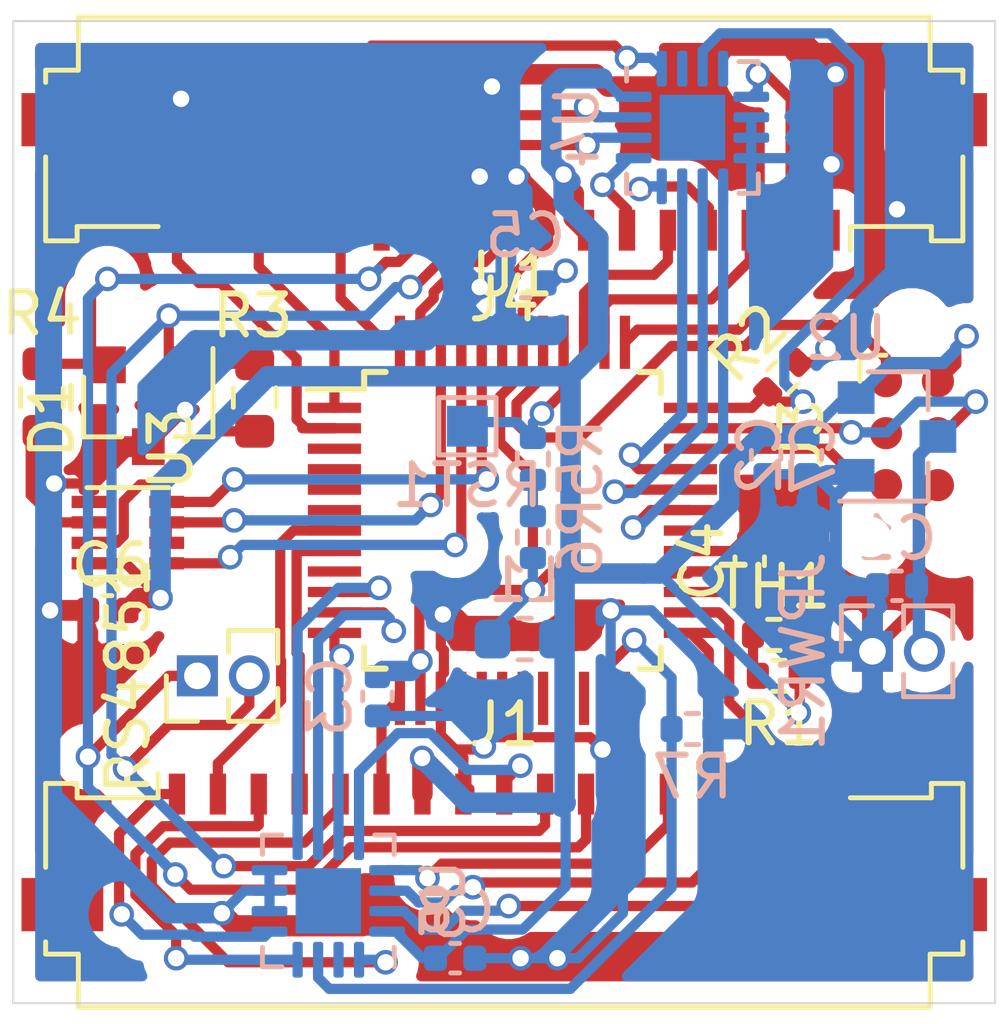
<source format=kicad_pcb>
(kicad_pcb (version 20171130) (host pcbnew "(5.1.9-0-10_14)")

  (general
    (thickness 1.6)
    (drawings 5)
    (tracks 606)
    (zones 0)
    (modules 29)
    (nets 69)
  )

  (page A4)
  (layers
    (0 F.Cu signal)
    (1 In1.Cu signal)
    (2 In2.Cu signal)
    (31 B.Cu signal)
    (32 B.Adhes user hide)
    (33 F.Adhes user hide)
    (34 B.Paste user hide)
    (35 F.Paste user hide)
    (36 B.SilkS user hide)
    (37 F.SilkS user hide)
    (38 B.Mask user hide)
    (39 F.Mask user hide)
    (40 Dwgs.User user hide)
    (41 Cmts.User user hide)
    (42 Eco1.User user hide)
    (43 Eco2.User user hide)
    (44 Edge.Cuts user)
    (45 Margin user hide)
    (46 B.CrtYd user)
    (47 F.CrtYd user)
    (48 B.Fab user hide)
    (49 F.Fab user hide)
  )

  (setup
    (last_trace_width 0.25)
    (trace_clearance 0.15)
    (zone_clearance 0.508)
    (zone_45_only no)
    (trace_min 0.09)
    (via_size 0.6)
    (via_drill 0.4)
    (via_min_size 0.4)
    (via_min_drill 0.2)
    (uvia_size 0.3)
    (uvia_drill 0.1)
    (uvias_allowed no)
    (uvia_min_size 0.2)
    (uvia_min_drill 0.1)
    (edge_width 0.05)
    (segment_width 0.2)
    (pcb_text_width 0.3)
    (pcb_text_size 1.5 1.5)
    (mod_edge_width 0.12)
    (mod_text_size 1 1)
    (mod_text_width 0.15)
    (pad_size 1.524 1.524)
    (pad_drill 0.762)
    (pad_to_mask_clearance 0)
    (aux_axis_origin 0 0)
    (visible_elements 7FFFFF9F)
    (pcbplotparams
      (layerselection 0x010fc_ffffffff)
      (usegerberextensions false)
      (usegerberattributes true)
      (usegerberadvancedattributes true)
      (creategerberjobfile true)
      (excludeedgelayer true)
      (linewidth 0.100000)
      (plotframeref false)
      (viasonmask false)
      (mode 1)
      (useauxorigin false)
      (hpglpennumber 1)
      (hpglpenspeed 20)
      (hpglpendiameter 15.000000)
      (psnegative false)
      (psa4output false)
      (plotreference true)
      (plotvalue true)
      (plotinvisibletext false)
      (padsonsilk false)
      (subtractmaskfromsilk false)
      (outputformat 1)
      (mirror false)
      (drillshape 1)
      (scaleselection 1)
      (outputdirectory ""))
  )

  (net 0 "")
  (net 1 Vin)
  (net 2 GND)
  (net 3 +3V3)
  (net 4 RS485_A-)
  (net 5 "Net-(R3-Pad2)")
  (net 6 "Net-(R4-Pad2)")
  (net 7 UART_RX)
  (net 8 UART_TX)
  (net 9 RS485_EN)
  (net 10 "Net-(U1-Pad19)")
  (net 11 "Net-(U1-Pad22)")
  (net 12 A)
  (net 13 C)
  (net 14 ADC_THERM)
  (net 15 "Net-(U1-Pad17)")
  (net 16 "Net-(U1-Pad16)")
  (net 17 "Net-(U1-Pad9)")
  (net 18 TXD)
  (net 19 RXD)
  (net 20 "Net-(J3-Pad3)")
  (net 21 UPDI)
  (net 22 "Net-(C3-Pad1)")
  (net 23 "Net-(U1-Pad30)")
  (net 24 "Net-(U1-Pad21)")
  (net 25 "Net-(U1-Pad20)")
  (net 26 "Net-(U1-Pad18)")
  (net 27 D1)
  (net 28 D0)
  (net 29 A4)
  (net 30 A3)
  (net 31 A2)
  (net 32 A1)
  (net 33 A6)
  (net 34 A5)
  (net 35 D6)
  (net 36 D3)
  (net 37 D2)
  (net 38 RS485_B+)
  (net 39 "Net-(R5-Pad2)")
  (net 40 "Net-(U1-Pad6)")
  (net 41 "Net-(U1-Pad3)")
  (net 42 S0)
  (net 43 S1)
  (net 44 S2)
  (net 45 "Net-(U4-Pad4)")
  (net 46 "Net-(U4-Pad2)")
  (net 47 "Net-(U1-Pad5)")
  (net 48 "Net-(U1-Pad4)")
  (net 49 A_TOP)
  (net 50 M-)
  (net 51 L-)
  (net 52 K-)
  (net 53 J-)
  (net 54 I-)
  (net 55 H-)
  (net 56 A-)
  (net 57 B-)
  (net 58 C-)
  (net 59 D-)
  (net 60 E-)
  (net 61 F-)
  (net 62 G-)
  (net 63 "Net-(R5-Pad1)")
  (net 64 A_BOTTOM)
  (net 65 S0-)
  (net 66 S1-)
  (net 67 S2-)
  (net 68 "Net-(U5-Pad2)")

  (net_class Default "This is the default net class."
    (clearance 0.15)
    (trace_width 0.25)
    (via_dia 0.6)
    (via_drill 0.4)
    (uvia_dia 0.3)
    (uvia_drill 0.1)
    (add_net +3V3)
    (add_net A)
    (add_net A-)
    (add_net A1)
    (add_net A2)
    (add_net A3)
    (add_net A4)
    (add_net A5)
    (add_net A6)
    (add_net ADC_THERM)
    (add_net A_BOTTOM)
    (add_net A_TOP)
    (add_net B-)
    (add_net C)
    (add_net C-)
    (add_net D-)
    (add_net D0)
    (add_net D1)
    (add_net D2)
    (add_net D3)
    (add_net D6)
    (add_net E-)
    (add_net F-)
    (add_net G-)
    (add_net GND)
    (add_net H-)
    (add_net I-)
    (add_net J-)
    (add_net K-)
    (add_net L-)
    (add_net M-)
    (add_net "Net-(C3-Pad1)")
    (add_net "Net-(J3-Pad3)")
    (add_net "Net-(R3-Pad2)")
    (add_net "Net-(R4-Pad2)")
    (add_net "Net-(R5-Pad1)")
    (add_net "Net-(R5-Pad2)")
    (add_net "Net-(U1-Pad16)")
    (add_net "Net-(U1-Pad17)")
    (add_net "Net-(U1-Pad18)")
    (add_net "Net-(U1-Pad19)")
    (add_net "Net-(U1-Pad20)")
    (add_net "Net-(U1-Pad21)")
    (add_net "Net-(U1-Pad22)")
    (add_net "Net-(U1-Pad3)")
    (add_net "Net-(U1-Pad30)")
    (add_net "Net-(U1-Pad4)")
    (add_net "Net-(U1-Pad5)")
    (add_net "Net-(U1-Pad6)")
    (add_net "Net-(U1-Pad9)")
    (add_net "Net-(U4-Pad2)")
    (add_net "Net-(U4-Pad4)")
    (add_net "Net-(U5-Pad2)")
    (add_net RS485_A-)
    (add_net RS485_B+)
    (add_net RS485_EN)
    (add_net RXD)
    (add_net S0)
    (add_net S0-)
    (add_net S1)
    (add_net S1-)
    (add_net S2)
    (add_net S2-)
    (add_net TXD)
    (add_net UART_RX)
    (add_net UART_TX)
    (add_net UPDI)
    (add_net Vin)
  )

  (module Connector_PinHeader_1.27mm:PinHeader_1x02_P1.27mm_Vertical (layer F.Cu) (tedit 59FED6E3) (tstamp 616D9188)
    (at 24.5 36 90)
    (descr "Through hole straight pin header, 1x02, 1.27mm pitch, single row")
    (tags "Through hole pin header THT 1x02 1.27mm single row")
    (path /617AC9CF)
    (fp_text reference RS4851 (at 0 -1.695 90) (layer F.SilkS)
      (effects (font (size 1 1) (thickness 0.15)))
    )
    (fp_text value Conn_01x02_Female (at 0 2.965 90) (layer F.Fab)
      (effects (font (size 1 1) (thickness 0.15)))
    )
    (fp_text user %R (at 0 0.635) (layer F.Fab)
      (effects (font (size 1 1) (thickness 0.15)))
    )
    (fp_line (start -0.525 -0.635) (end 1.05 -0.635) (layer F.Fab) (width 0.1))
    (fp_line (start 1.05 -0.635) (end 1.05 1.905) (layer F.Fab) (width 0.1))
    (fp_line (start 1.05 1.905) (end -1.05 1.905) (layer F.Fab) (width 0.1))
    (fp_line (start -1.05 1.905) (end -1.05 -0.11) (layer F.Fab) (width 0.1))
    (fp_line (start -1.05 -0.11) (end -0.525 -0.635) (layer F.Fab) (width 0.1))
    (fp_line (start -1.11 1.965) (end -0.30753 1.965) (layer F.SilkS) (width 0.12))
    (fp_line (start 0.30753 1.965) (end 1.11 1.965) (layer F.SilkS) (width 0.12))
    (fp_line (start -1.11 0.76) (end -1.11 1.965) (layer F.SilkS) (width 0.12))
    (fp_line (start 1.11 0.76) (end 1.11 1.965) (layer F.SilkS) (width 0.12))
    (fp_line (start -1.11 0.76) (end -0.563471 0.76) (layer F.SilkS) (width 0.12))
    (fp_line (start 0.563471 0.76) (end 1.11 0.76) (layer F.SilkS) (width 0.12))
    (fp_line (start -1.11 0) (end -1.11 -0.76) (layer F.SilkS) (width 0.12))
    (fp_line (start -1.11 -0.76) (end 0 -0.76) (layer F.SilkS) (width 0.12))
    (fp_line (start -1.55 -1.15) (end -1.55 2.45) (layer F.CrtYd) (width 0.05))
    (fp_line (start -1.55 2.45) (end 1.55 2.45) (layer F.CrtYd) (width 0.05))
    (fp_line (start 1.55 2.45) (end 1.55 -1.15) (layer F.CrtYd) (width 0.05))
    (fp_line (start 1.55 -1.15) (end -1.55 -1.15) (layer F.CrtYd) (width 0.05))
    (pad 2 thru_hole oval (at 0 1.27 90) (size 1 1) (drill 0.65) (layers *.Cu *.Mask)
      (net 38 RS485_B+))
    (pad 1 thru_hole rect (at 0 0 90) (size 1 1) (drill 0.65) (layers *.Cu *.Mask)
      (net 4 RS485_A-))
    (model ${KISYS3DMOD}/Connector_PinHeader_1.27mm.3dshapes/PinHeader_1x02_P1.27mm_Vertical.wrl
      (at (xyz 0 0 0))
      (scale (xyz 1 1 1))
      (rotate (xyz 0 0 0))
    )
  )

  (module Package_DFN_QFN:VQFN-16-1EP_3x3mm_P0.5mm_EP1.6x1.6mm (layer B.Cu) (tedit 5DC5F6A8) (tstamp 6160E89C)
    (at 27.7 41.5 90)
    (descr "VQFN, 16 Pin (http://www.ti.com/lit/ds/symlink/cdclvp1102.pdf#page=28), generated with kicad-footprint-generator ipc_noLead_generator.py")
    (tags "VQFN NoLead")
    (path /6194D404)
    (attr smd)
    (fp_text reference U5 (at 0 2.82 90) (layer B.SilkS)
      (effects (font (size 1 1) (thickness 0.15)) (justify mirror))
    )
    (fp_text value 74HCT4051 (at 0 -2.82 90) (layer B.Fab)
      (effects (font (size 1 1) (thickness 0.15)) (justify mirror))
    )
    (fp_line (start 2.12 2.12) (end -2.12 2.12) (layer B.CrtYd) (width 0.05))
    (fp_line (start 2.12 -2.12) (end 2.12 2.12) (layer B.CrtYd) (width 0.05))
    (fp_line (start -2.12 -2.12) (end 2.12 -2.12) (layer B.CrtYd) (width 0.05))
    (fp_line (start -2.12 2.12) (end -2.12 -2.12) (layer B.CrtYd) (width 0.05))
    (fp_line (start -1.5 0.75) (end -0.75 1.5) (layer B.Fab) (width 0.1))
    (fp_line (start -1.5 -1.5) (end -1.5 0.75) (layer B.Fab) (width 0.1))
    (fp_line (start 1.5 -1.5) (end -1.5 -1.5) (layer B.Fab) (width 0.1))
    (fp_line (start 1.5 1.5) (end 1.5 -1.5) (layer B.Fab) (width 0.1))
    (fp_line (start -0.75 1.5) (end 1.5 1.5) (layer B.Fab) (width 0.1))
    (fp_line (start -1.135 1.61) (end -1.61 1.61) (layer B.SilkS) (width 0.12))
    (fp_line (start 1.61 -1.61) (end 1.61 -1.135) (layer B.SilkS) (width 0.12))
    (fp_line (start 1.135 -1.61) (end 1.61 -1.61) (layer B.SilkS) (width 0.12))
    (fp_line (start -1.61 -1.61) (end -1.61 -1.135) (layer B.SilkS) (width 0.12))
    (fp_line (start -1.135 -1.61) (end -1.61 -1.61) (layer B.SilkS) (width 0.12))
    (fp_line (start 1.61 1.61) (end 1.61 1.135) (layer B.SilkS) (width 0.12))
    (fp_line (start 1.135 1.61) (end 1.61 1.61) (layer B.SilkS) (width 0.12))
    (fp_text user %R (at 0 0 90) (layer B.Fab)
      (effects (font (size 0.75 0.75) (thickness 0.11)) (justify mirror))
    )
    (pad "" smd roundrect (at 0.4 -0.4 90) (size 0.64 0.64) (layers B.Paste) (roundrect_rratio 0.25))
    (pad "" smd roundrect (at 0.4 0.4 90) (size 0.64 0.64) (layers B.Paste) (roundrect_rratio 0.25))
    (pad "" smd roundrect (at -0.4 -0.4 90) (size 0.64 0.64) (layers B.Paste) (roundrect_rratio 0.25))
    (pad "" smd roundrect (at -0.4 0.4 90) (size 0.64 0.64) (layers B.Paste) (roundrect_rratio 0.25))
    (pad 17 smd rect (at 0 0 90) (size 1.6 1.6) (layers B.Cu B.Mask))
    (pad 16 smd roundrect (at -0.75 1.4375 90) (size 0.25 0.875) (layers B.Cu B.Paste B.Mask) (roundrect_rratio 0.25)
      (net 3 +3V3))
    (pad 15 smd roundrect (at -0.25 1.4375 90) (size 0.25 0.875) (layers B.Cu B.Paste B.Mask) (roundrect_rratio 0.25)
      (net 50 M-))
    (pad 14 smd roundrect (at 0.25 1.4375 90) (size 0.25 0.875) (layers B.Cu B.Paste B.Mask) (roundrect_rratio 0.25)
      (net 52 K-))
    (pad 13 smd roundrect (at 0.75 1.4375 90) (size 0.25 0.875) (layers B.Cu B.Paste B.Mask) (roundrect_rratio 0.25)
      (net 54 I-))
    (pad 12 smd roundrect (at 1.4375 0.75 90) (size 0.875 0.25) (layers B.Cu B.Paste B.Mask) (roundrect_rratio 0.25)
      (net 56 A-))
    (pad 11 smd roundrect (at 1.4375 0.25 90) (size 0.875 0.25) (layers B.Cu B.Paste B.Mask) (roundrect_rratio 0.25)
      (net 65 S0-))
    (pad 10 smd roundrect (at 1.4375 -0.25 90) (size 0.875 0.25) (layers B.Cu B.Paste B.Mask) (roundrect_rratio 0.25)
      (net 66 S1-))
    (pad 9 smd roundrect (at 1.4375 -0.75 90) (size 0.875 0.25) (layers B.Cu B.Paste B.Mask) (roundrect_rratio 0.25)
      (net 67 S2-))
    (pad 8 smd roundrect (at 0.75 -1.4375 90) (size 0.25 0.875) (layers B.Cu B.Paste B.Mask) (roundrect_rratio 0.25)
      (net 2 GND))
    (pad 7 smd roundrect (at 0.25 -1.4375 90) (size 0.25 0.875) (layers B.Cu B.Paste B.Mask) (roundrect_rratio 0.25)
      (net 2 GND))
    (pad 6 smd roundrect (at -0.25 -1.4375 90) (size 0.25 0.875) (layers B.Cu B.Paste B.Mask) (roundrect_rratio 0.25)
      (net 2 GND))
    (pad 5 smd roundrect (at -0.75 -1.4375 90) (size 0.25 0.875) (layers B.Cu B.Paste B.Mask) (roundrect_rratio 0.25)
      (net 62 G-))
    (pad 4 smd roundrect (at -1.4375 -0.75 90) (size 0.875 0.25) (layers B.Cu B.Paste B.Mask) (roundrect_rratio 0.25)
      (net 60 E-))
    (pad 3 smd roundrect (at -1.4375 -0.25 90) (size 0.875 0.25) (layers B.Cu B.Paste B.Mask) (roundrect_rratio 0.25)
      (net 64 A_BOTTOM))
    (pad 2 smd roundrect (at -1.4375 0.25 90) (size 0.875 0.25) (layers B.Cu B.Paste B.Mask) (roundrect_rratio 0.25)
      (net 68 "Net-(U5-Pad2)"))
    (pad 1 smd roundrect (at -1.4375 0.75 90) (size 0.875 0.25) (layers B.Cu B.Paste B.Mask) (roundrect_rratio 0.25)
      (net 58 C-))
    (model ${KISYS3DMOD}/Package_DFN_QFN.3dshapes/VQFN-16-1EP_3x3mm_P0.5mm_EP1.6x1.6mm.wrl
      (at (xyz 0 0 0))
      (scale (xyz 1 1 1))
      (rotate (xyz 0 0 0))
    )
  )

  (module Resistor_SMD:R_0402_1005Metric (layer B.Cu) (tedit 5F68FEEE) (tstamp 6160E704)
    (at 36.6 37.3)
    (descr "Resistor SMD 0402 (1005 Metric), square (rectangular) end terminal, IPC_7351 nominal, (Body size source: IPC-SM-782 page 72, https://www.pcb-3d.com/wordpress/wp-content/uploads/ipc-sm-782a_amendment_1_and_2.pdf), generated with kicad-footprint-generator")
    (tags resistor)
    (path /6194D3F9)
    (attr smd)
    (fp_text reference R7 (at 0 1.17 180) (layer B.SilkS)
      (effects (font (size 1 1) (thickness 0.15)) (justify mirror))
    )
    (fp_text value 10K (at 0 -1.17 180) (layer B.Fab)
      (effects (font (size 1 1) (thickness 0.15)) (justify mirror))
    )
    (fp_line (start 0.93 -0.47) (end -0.93 -0.47) (layer B.CrtYd) (width 0.05))
    (fp_line (start 0.93 0.47) (end 0.93 -0.47) (layer B.CrtYd) (width 0.05))
    (fp_line (start -0.93 0.47) (end 0.93 0.47) (layer B.CrtYd) (width 0.05))
    (fp_line (start -0.93 -0.47) (end -0.93 0.47) (layer B.CrtYd) (width 0.05))
    (fp_line (start -0.153641 -0.38) (end 0.153641 -0.38) (layer B.SilkS) (width 0.12))
    (fp_line (start -0.153641 0.38) (end 0.153641 0.38) (layer B.SilkS) (width 0.12))
    (fp_line (start 0.525 -0.27) (end -0.525 -0.27) (layer B.Fab) (width 0.1))
    (fp_line (start 0.525 0.27) (end 0.525 -0.27) (layer B.Fab) (width 0.1))
    (fp_line (start -0.525 0.27) (end 0.525 0.27) (layer B.Fab) (width 0.1))
    (fp_line (start -0.525 -0.27) (end -0.525 0.27) (layer B.Fab) (width 0.1))
    (fp_text user %R (at 0 0 180) (layer B.Fab)
      (effects (font (size 0.26 0.26) (thickness 0.04)) (justify mirror))
    )
    (pad 2 smd roundrect (at 0.51 0) (size 0.54 0.64) (layers B.Cu B.Paste B.Mask) (roundrect_rratio 0.25)
      (net 2 GND))
    (pad 1 smd roundrect (at -0.51 0) (size 0.54 0.64) (layers B.Cu B.Paste B.Mask) (roundrect_rratio 0.25)
      (net 64 A_BOTTOM))
    (model ${KISYS3DMOD}/Resistor_SMD.3dshapes/R_0402_1005Metric.wrl
      (at (xyz 0 0 0))
      (scale (xyz 1 1 1))
      (rotate (xyz 0 0 0))
    )
  )

  (module Capacitor_SMD:C_0402_1005Metric (layer B.Cu) (tedit 5F68FEEE) (tstamp 6160E49F)
    (at 30.8 42.9 180)
    (descr "Capacitor SMD 0402 (1005 Metric), square (rectangular) end terminal, IPC_7351 nominal, (Body size source: IPC-SM-782 page 76, https://www.pcb-3d.com/wordpress/wp-content/uploads/ipc-sm-782a_amendment_1_and_2.pdf), generated with kicad-footprint-generator")
    (tags capacitor)
    (path /6194D40E)
    (attr smd)
    (fp_text reference C8 (at 0 1.16) (layer B.SilkS)
      (effects (font (size 1 1) (thickness 0.15)) (justify mirror))
    )
    (fp_text value 100nF (at 0 -1.16) (layer B.Fab)
      (effects (font (size 1 1) (thickness 0.15)) (justify mirror))
    )
    (fp_line (start 0.91 -0.46) (end -0.91 -0.46) (layer B.CrtYd) (width 0.05))
    (fp_line (start 0.91 0.46) (end 0.91 -0.46) (layer B.CrtYd) (width 0.05))
    (fp_line (start -0.91 0.46) (end 0.91 0.46) (layer B.CrtYd) (width 0.05))
    (fp_line (start -0.91 -0.46) (end -0.91 0.46) (layer B.CrtYd) (width 0.05))
    (fp_line (start -0.107836 -0.36) (end 0.107836 -0.36) (layer B.SilkS) (width 0.12))
    (fp_line (start -0.107836 0.36) (end 0.107836 0.36) (layer B.SilkS) (width 0.12))
    (fp_line (start 0.5 -0.25) (end -0.5 -0.25) (layer B.Fab) (width 0.1))
    (fp_line (start 0.5 0.25) (end 0.5 -0.25) (layer B.Fab) (width 0.1))
    (fp_line (start -0.5 0.25) (end 0.5 0.25) (layer B.Fab) (width 0.1))
    (fp_line (start -0.5 -0.25) (end -0.5 0.25) (layer B.Fab) (width 0.1))
    (fp_text user %R (at 0 0) (layer B.Fab)
      (effects (font (size 0.25 0.25) (thickness 0.04)) (justify mirror))
    )
    (pad 2 smd roundrect (at 0.48 0 180) (size 0.56 0.62) (layers B.Cu B.Paste B.Mask) (roundrect_rratio 0.25)
      (net 3 +3V3))
    (pad 1 smd roundrect (at -0.48 0 180) (size 0.56 0.62) (layers B.Cu B.Paste B.Mask) (roundrect_rratio 0.25)
      (net 2 GND))
    (model ${KISYS3DMOD}/Capacitor_SMD.3dshapes/C_0402_1005Metric.wrl
      (at (xyz 0 0 0))
      (scale (xyz 1 1 1))
      (rotate (xyz 0 0 0))
    )
  )

  (module Resistor_SMD:R_0402_1005Metric (layer B.Cu) (tedit 5F68FEEE) (tstamp 6160D8B2)
    (at 32.7 32.61 90)
    (descr "Resistor SMD 0402 (1005 Metric), square (rectangular) end terminal, IPC_7351 nominal, (Body size source: IPC-SM-782 page 72, https://www.pcb-3d.com/wordpress/wp-content/uploads/ipc-sm-782a_amendment_1_and_2.pdf), generated with kicad-footprint-generator")
    (tags resistor)
    (path /61942739)
    (attr smd)
    (fp_text reference R6 (at 0 1.17 90) (layer B.SilkS)
      (effects (font (size 1 1) (thickness 0.15)) (justify mirror))
    )
    (fp_text value 10k (at 0 -1.17 90) (layer B.Fab)
      (effects (font (size 1 1) (thickness 0.15)) (justify mirror))
    )
    (fp_line (start 0.93 -0.47) (end -0.93 -0.47) (layer B.CrtYd) (width 0.05))
    (fp_line (start 0.93 0.47) (end 0.93 -0.47) (layer B.CrtYd) (width 0.05))
    (fp_line (start -0.93 0.47) (end 0.93 0.47) (layer B.CrtYd) (width 0.05))
    (fp_line (start -0.93 -0.47) (end -0.93 0.47) (layer B.CrtYd) (width 0.05))
    (fp_line (start -0.153641 -0.38) (end 0.153641 -0.38) (layer B.SilkS) (width 0.12))
    (fp_line (start -0.153641 0.38) (end 0.153641 0.38) (layer B.SilkS) (width 0.12))
    (fp_line (start 0.525 -0.27) (end -0.525 -0.27) (layer B.Fab) (width 0.1))
    (fp_line (start 0.525 0.27) (end 0.525 -0.27) (layer B.Fab) (width 0.1))
    (fp_line (start -0.525 0.27) (end 0.525 0.27) (layer B.Fab) (width 0.1))
    (fp_line (start -0.525 -0.27) (end -0.525 0.27) (layer B.Fab) (width 0.1))
    (fp_text user %R (at 0 0 90) (layer B.Fab)
      (effects (font (size 0.26 0.26) (thickness 0.04)) (justify mirror))
    )
    (pad 2 smd roundrect (at 0.51 0 90) (size 0.54 0.64) (layers B.Cu B.Paste B.Mask) (roundrect_rratio 0.25)
      (net 63 "Net-(R5-Pad1)"))
    (pad 1 smd roundrect (at -0.51 0 90) (size 0.54 0.64) (layers B.Cu B.Paste B.Mask) (roundrect_rratio 0.25)
      (net 22 "Net-(C3-Pad1)"))
    (model ${KISYS3DMOD}/Resistor_SMD.3dshapes/R_0402_1005Metric.wrl
      (at (xyz 0 0 0))
      (scale (xyz 1 1 1))
      (rotate (xyz 0 0 0))
    )
  )

  (module Resistor_SMD:R_0402_1005Metric (layer B.Cu) (tedit 5F68FEEE) (tstamp 6160D8A1)
    (at 32.7 30.7 90)
    (descr "Resistor SMD 0402 (1005 Metric), square (rectangular) end terminal, IPC_7351 nominal, (Body size source: IPC-SM-782 page 72, https://www.pcb-3d.com/wordpress/wp-content/uploads/ipc-sm-782a_amendment_1_and_2.pdf), generated with kicad-footprint-generator")
    (tags resistor)
    (path /6191482D)
    (attr smd)
    (fp_text reference R5 (at 0 1.17 90) (layer B.SilkS)
      (effects (font (size 1 1) (thickness 0.15)) (justify mirror))
    )
    (fp_text value 10k (at 0 -1.17 90) (layer B.Fab)
      (effects (font (size 1 1) (thickness 0.15)) (justify mirror))
    )
    (fp_line (start 0.93 -0.47) (end -0.93 -0.47) (layer B.CrtYd) (width 0.05))
    (fp_line (start 0.93 0.47) (end 0.93 -0.47) (layer B.CrtYd) (width 0.05))
    (fp_line (start -0.93 0.47) (end 0.93 0.47) (layer B.CrtYd) (width 0.05))
    (fp_line (start -0.93 -0.47) (end -0.93 0.47) (layer B.CrtYd) (width 0.05))
    (fp_line (start -0.153641 -0.38) (end 0.153641 -0.38) (layer B.SilkS) (width 0.12))
    (fp_line (start -0.153641 0.38) (end 0.153641 0.38) (layer B.SilkS) (width 0.12))
    (fp_line (start 0.525 -0.27) (end -0.525 -0.27) (layer B.Fab) (width 0.1))
    (fp_line (start 0.525 0.27) (end 0.525 -0.27) (layer B.Fab) (width 0.1))
    (fp_line (start -0.525 0.27) (end 0.525 0.27) (layer B.Fab) (width 0.1))
    (fp_line (start -0.525 -0.27) (end -0.525 0.27) (layer B.Fab) (width 0.1))
    (fp_text user %R (at 0 0 90) (layer B.Fab)
      (effects (font (size 0.26 0.26) (thickness 0.04)) (justify mirror))
    )
    (pad 2 smd roundrect (at 0.51 0 90) (size 0.54 0.64) (layers B.Cu B.Paste B.Mask) (roundrect_rratio 0.25)
      (net 39 "Net-(R5-Pad2)"))
    (pad 1 smd roundrect (at -0.51 0 90) (size 0.54 0.64) (layers B.Cu B.Paste B.Mask) (roundrect_rratio 0.25)
      (net 63 "Net-(R5-Pad1)"))
    (model ${KISYS3DMOD}/Resistor_SMD.3dshapes/R_0402_1005Metric.wrl
      (at (xyz 0 0 0))
      (scale (xyz 1 1 1))
      (rotate (xyz 0 0 0))
    )
  )

  (module TestPoint:TestPoint_Pad_1.0x1.0mm (layer B.Cu) (tedit 5A0F774F) (tstamp 61601E9E)
    (at 31.1 29.9)
    (descr "SMD rectangular pad as test Point, square 1.0mm side length")
    (tags "test point SMD pad rectangle square")
    (path /616A5E95)
    (attr virtual)
    (fp_text reference RST1 (at 0 1.448) (layer B.SilkS)
      (effects (font (size 1 1) (thickness 0.15)) (justify mirror))
    )
    (fp_text value TestPoint_Small (at 0 -1.55) (layer B.Fab)
      (effects (font (size 1 1) (thickness 0.15)) (justify mirror))
    )
    (fp_line (start 1 -1) (end -1 -1) (layer B.CrtYd) (width 0.05))
    (fp_line (start 1 -1) (end 1 1) (layer B.CrtYd) (width 0.05))
    (fp_line (start -1 1) (end -1 -1) (layer B.CrtYd) (width 0.05))
    (fp_line (start -1 1) (end 1 1) (layer B.CrtYd) (width 0.05))
    (fp_line (start -0.7 -0.7) (end -0.7 0.7) (layer B.SilkS) (width 0.12))
    (fp_line (start 0.7 -0.7) (end -0.7 -0.7) (layer B.SilkS) (width 0.12))
    (fp_line (start 0.7 0.7) (end 0.7 -0.7) (layer B.SilkS) (width 0.12))
    (fp_line (start -0.7 0.7) (end 0.7 0.7) (layer B.SilkS) (width 0.12))
    (fp_text user %R (at 0 1.45) (layer B.Fab)
      (effects (font (size 1 1) (thickness 0.15)) (justify mirror))
    )
    (pad 1 smd rect (at 0 0) (size 1 1) (layers B.Cu B.Mask)
      (net 39 "Net-(R5-Pad2)"))
  )

  (module Package_DFN_QFN:VQFN-16-1EP_3x3mm_P0.5mm_EP1.6x1.6mm (layer B.Cu) (tedit 5DC5F6A8) (tstamp 61601FCA)
    (at 36.6 22.6 270)
    (descr "VQFN, 16 Pin (http://www.ti.com/lit/ds/symlink/cdclvp1102.pdf#page=28), generated with kicad-footprint-generator ipc_noLead_generator.py")
    (tags "VQFN NoLead")
    (path /61868BCE)
    (attr smd)
    (fp_text reference U4 (at 0 2.82 90) (layer B.SilkS)
      (effects (font (size 1 1) (thickness 0.15)) (justify mirror))
    )
    (fp_text value 74HCT4051 (at 0 -2.82 90) (layer B.Fab)
      (effects (font (size 1 1) (thickness 0.15)) (justify mirror))
    )
    (fp_line (start 2.12 2.12) (end -2.12 2.12) (layer B.CrtYd) (width 0.05))
    (fp_line (start 2.12 -2.12) (end 2.12 2.12) (layer B.CrtYd) (width 0.05))
    (fp_line (start -2.12 -2.12) (end 2.12 -2.12) (layer B.CrtYd) (width 0.05))
    (fp_line (start -2.12 2.12) (end -2.12 -2.12) (layer B.CrtYd) (width 0.05))
    (fp_line (start -1.5 0.75) (end -0.75 1.5) (layer B.Fab) (width 0.1))
    (fp_line (start -1.5 -1.5) (end -1.5 0.75) (layer B.Fab) (width 0.1))
    (fp_line (start 1.5 -1.5) (end -1.5 -1.5) (layer B.Fab) (width 0.1))
    (fp_line (start 1.5 1.5) (end 1.5 -1.5) (layer B.Fab) (width 0.1))
    (fp_line (start -0.75 1.5) (end 1.5 1.5) (layer B.Fab) (width 0.1))
    (fp_line (start -1.135 1.61) (end -1.61 1.61) (layer B.SilkS) (width 0.12))
    (fp_line (start 1.61 -1.61) (end 1.61 -1.135) (layer B.SilkS) (width 0.12))
    (fp_line (start 1.135 -1.61) (end 1.61 -1.61) (layer B.SilkS) (width 0.12))
    (fp_line (start -1.61 -1.61) (end -1.61 -1.135) (layer B.SilkS) (width 0.12))
    (fp_line (start -1.135 -1.61) (end -1.61 -1.61) (layer B.SilkS) (width 0.12))
    (fp_line (start 1.61 1.61) (end 1.61 1.135) (layer B.SilkS) (width 0.12))
    (fp_line (start 1.135 1.61) (end 1.61 1.61) (layer B.SilkS) (width 0.12))
    (fp_text user %R (at 0 0 90) (layer B.Fab)
      (effects (font (size 0.75 0.75) (thickness 0.11)) (justify mirror))
    )
    (pad "" smd roundrect (at 0.4 -0.4 270) (size 0.64 0.64) (layers B.Paste) (roundrect_rratio 0.25))
    (pad "" smd roundrect (at 0.4 0.4 270) (size 0.64 0.64) (layers B.Paste) (roundrect_rratio 0.25))
    (pad "" smd roundrect (at -0.4 -0.4 270) (size 0.64 0.64) (layers B.Paste) (roundrect_rratio 0.25))
    (pad "" smd roundrect (at -0.4 0.4 270) (size 0.64 0.64) (layers B.Paste) (roundrect_rratio 0.25))
    (pad 17 smd rect (at 0 0 270) (size 1.6 1.6) (layers B.Cu B.Mask))
    (pad 16 smd roundrect (at -0.75 1.4375 270) (size 0.25 0.875) (layers B.Cu B.Paste B.Mask) (roundrect_rratio 0.25)
      (net 3 +3V3))
    (pad 15 smd roundrect (at -0.25 1.4375 270) (size 0.25 0.875) (layers B.Cu B.Paste B.Mask) (roundrect_rratio 0.25)
      (net 34 A5))
    (pad 14 smd roundrect (at 0.25 1.4375 270) (size 0.25 0.875) (layers B.Cu B.Paste B.Mask) (roundrect_rratio 0.25)
      (net 33 A6))
    (pad 13 smd roundrect (at 0.75 1.4375 270) (size 0.25 0.875) (layers B.Cu B.Paste B.Mask) (roundrect_rratio 0.25)
      (net 29 A4))
    (pad 12 smd roundrect (at 1.4375 0.75 270) (size 0.875 0.25) (layers B.Cu B.Paste B.Mask) (roundrect_rratio 0.25)
      (net 30 A3))
    (pad 11 smd roundrect (at 1.4375 0.25 270) (size 0.875 0.25) (layers B.Cu B.Paste B.Mask) (roundrect_rratio 0.25)
      (net 42 S0))
    (pad 10 smd roundrect (at 1.4375 -0.25 270) (size 0.875 0.25) (layers B.Cu B.Paste B.Mask) (roundrect_rratio 0.25)
      (net 43 S1))
    (pad 9 smd roundrect (at 1.4375 -0.75 270) (size 0.875 0.25) (layers B.Cu B.Paste B.Mask) (roundrect_rratio 0.25)
      (net 44 S2))
    (pad 8 smd roundrect (at 0.75 -1.4375 270) (size 0.25 0.875) (layers B.Cu B.Paste B.Mask) (roundrect_rratio 0.25)
      (net 2 GND))
    (pad 7 smd roundrect (at 0.25 -1.4375 270) (size 0.25 0.875) (layers B.Cu B.Paste B.Mask) (roundrect_rratio 0.25)
      (net 2 GND))
    (pad 6 smd roundrect (at -0.25 -1.4375 270) (size 0.25 0.875) (layers B.Cu B.Paste B.Mask) (roundrect_rratio 0.25)
      (net 2 GND))
    (pad 5 smd roundrect (at -0.75 -1.4375 270) (size 0.25 0.875) (layers B.Cu B.Paste B.Mask) (roundrect_rratio 0.25)
      (net 31 A2))
    (pad 4 smd roundrect (at -1.4375 -0.75 270) (size 0.875 0.25) (layers B.Cu B.Paste B.Mask) (roundrect_rratio 0.25)
      (net 45 "Net-(U4-Pad4)"))
    (pad 3 smd roundrect (at -1.4375 -0.25 270) (size 0.875 0.25) (layers B.Cu B.Paste B.Mask) (roundrect_rratio 0.25)
      (net 49 A_TOP))
    (pad 2 smd roundrect (at -1.4375 0.25 270) (size 0.875 0.25) (layers B.Cu B.Paste B.Mask) (roundrect_rratio 0.25)
      (net 46 "Net-(U4-Pad2)"))
    (pad 1 smd roundrect (at -1.4375 0.75 270) (size 0.875 0.25) (layers B.Cu B.Paste B.Mask) (roundrect_rratio 0.25)
      (net 32 A1))
    (model ${KISYS3DMOD}/Package_DFN_QFN.3dshapes/VQFN-16-1EP_3x3mm_P0.5mm_EP1.6x1.6mm.wrl
      (at (xyz 0 0 0))
      (scale (xyz 1 1 1))
      (rotate (xyz 0 0 0))
    )
  )

  (module Capacitor_SMD:C_0402_1005Metric (layer B.Cu) (tedit 5F68FEEE) (tstamp 61601B92)
    (at 38.4 30.6 90)
    (descr "Capacitor SMD 0402 (1005 Metric), square (rectangular) end terminal, IPC_7351 nominal, (Body size source: IPC-SM-782 page 76, https://www.pcb-3d.com/wordpress/wp-content/uploads/ipc-sm-782a_amendment_1_and_2.pdf), generated with kicad-footprint-generator")
    (tags capacitor)
    (path /6186A25D)
    (attr smd)
    (fp_text reference C7 (at 0 1.16 90) (layer B.SilkS)
      (effects (font (size 1 1) (thickness 0.15)) (justify mirror))
    )
    (fp_text value 100nF (at 0 -1.16 90) (layer B.Fab)
      (effects (font (size 1 1) (thickness 0.15)) (justify mirror))
    )
    (fp_line (start 0.91 -0.46) (end -0.91 -0.46) (layer B.CrtYd) (width 0.05))
    (fp_line (start 0.91 0.46) (end 0.91 -0.46) (layer B.CrtYd) (width 0.05))
    (fp_line (start -0.91 0.46) (end 0.91 0.46) (layer B.CrtYd) (width 0.05))
    (fp_line (start -0.91 -0.46) (end -0.91 0.46) (layer B.CrtYd) (width 0.05))
    (fp_line (start -0.107836 -0.36) (end 0.107836 -0.36) (layer B.SilkS) (width 0.12))
    (fp_line (start -0.107836 0.36) (end 0.107836 0.36) (layer B.SilkS) (width 0.12))
    (fp_line (start 0.5 -0.25) (end -0.5 -0.25) (layer B.Fab) (width 0.1))
    (fp_line (start 0.5 0.25) (end 0.5 -0.25) (layer B.Fab) (width 0.1))
    (fp_line (start -0.5 0.25) (end 0.5 0.25) (layer B.Fab) (width 0.1))
    (fp_line (start -0.5 -0.25) (end -0.5 0.25) (layer B.Fab) (width 0.1))
    (fp_text user %R (at 0 0 90) (layer B.Fab)
      (effects (font (size 0.25 0.25) (thickness 0.04)) (justify mirror))
    )
    (pad 2 smd roundrect (at 0.48 0 90) (size 0.56 0.62) (layers B.Cu B.Paste B.Mask) (roundrect_rratio 0.25)
      (net 3 +3V3))
    (pad 1 smd roundrect (at -0.48 0 90) (size 0.56 0.62) (layers B.Cu B.Paste B.Mask) (roundrect_rratio 0.25)
      (net 2 GND))
    (model ${KISYS3DMOD}/Capacitor_SMD.3dshapes/C_0402_1005Metric.wrl
      (at (xyz 0 0 0))
      (scale (xyz 1 1 1))
      (rotate (xyz 0 0 0))
    )
  )

  (module Connector_FFC-FPC:Molex_200528-0170_1x17-1MP_P1.00mm_Horizontal (layer F.Cu) (tedit 5C60BCA5) (tstamp 615F0109)
    (at 32 39.8)
    (descr "Molex Molex 1.00mm Pitch Easy-On BackFlip, Right-Angle, Bottom Contact FFC/FPC, 200528-0170, 17 Circuits (https://www.molex.com/pdm_docs/sd/2005280170_sd.pdf), generated with kicad-footprint-generator")
    (tags "connector Molex  top entry")
    (path /6173F00B)
    (attr smd)
    (fp_text reference J1 (at 0 -2.61) (layer F.SilkS)
      (effects (font (size 1 1) (thickness 0.15)))
    )
    (fp_text value Conn_01x17_Male (at 0 5.39) (layer F.Fab)
      (effects (font (size 1 1) (thickness 0.15)))
    )
    (fp_line (start 10.55 -1.06) (end 10.55 -0.71) (layer F.Fab) (width 0.1))
    (fp_line (start 10.55 -0.71) (end -10.55 -0.71) (layer F.Fab) (width 0.1))
    (fp_line (start -10.55 -0.71) (end -10.55 -1.06) (layer F.Fab) (width 0.1))
    (fp_line (start -10.55 -1.06) (end -11.1 -1.06) (layer F.Fab) (width 0.1))
    (fp_line (start -11.1 -1.06) (end -11.1 2.89) (layer F.Fab) (width 0.1))
    (fp_line (start -11.1 2.89) (end 11.1 2.89) (layer F.Fab) (width 0.1))
    (fp_line (start 11.1 2.89) (end 11.1 -1.06) (layer F.Fab) (width 0.1))
    (fp_line (start 11.1 -1.06) (end 10.55 -1.06) (layer F.Fab) (width 0.1))
    (fp_line (start -8.5 -0.71) (end -8 0.04) (layer F.Fab) (width 0.1))
    (fp_line (start -8 0.04) (end -7.5 -0.71) (layer F.Fab) (width 0.1))
    (fp_line (start 10.3 0.19) (end -10.3 0.19) (layer F.Fab) (width 0.1))
    (fp_line (start -10.3 0.19) (end -10.3 4.19) (layer F.Fab) (width 0.1))
    (fp_line (start -10.3 4.19) (end 10.3 4.19) (layer F.Fab) (width 0.1))
    (fp_line (start 10.3 4.19) (end 10.3 0.19) (layer F.Fab) (width 0.1))
    (fp_line (start -8.46 -1.41) (end -8.46 -0.82) (layer F.SilkS) (width 0.12))
    (fp_line (start -8.46 -0.82) (end -10.44 -0.82) (layer F.SilkS) (width 0.12))
    (fp_line (start -10.44 -0.82) (end -10.44 -1.17) (layer F.SilkS) (width 0.12))
    (fp_line (start -10.44 -1.17) (end -11.21 -1.17) (layer F.SilkS) (width 0.12))
    (fp_line (start -11.21 -1.17) (end -11.21 0.88) (layer F.SilkS) (width 0.12))
    (fp_line (start -11.21 2.7) (end -11.21 3) (layer F.SilkS) (width 0.12))
    (fp_line (start -11.21 3) (end -10.41 3) (layer F.SilkS) (width 0.12))
    (fp_line (start -10.41 3) (end -10.41 4.3) (layer F.SilkS) (width 0.12))
    (fp_line (start -10.41 4.3) (end 10.41 4.3) (layer F.SilkS) (width 0.12))
    (fp_line (start 10.41 4.3) (end 10.41 3) (layer F.SilkS) (width 0.12))
    (fp_line (start 10.41 3) (end 11.21 3) (layer F.SilkS) (width 0.12))
    (fp_line (start 11.21 3) (end 11.21 2.7) (layer F.SilkS) (width 0.12))
    (fp_line (start 11.21 0.88) (end 11.21 -1.17) (layer F.SilkS) (width 0.12))
    (fp_line (start 11.21 -1.17) (end 10.44 -1.17) (layer F.SilkS) (width 0.12))
    (fp_line (start 10.44 -1.17) (end 10.44 -0.82) (layer F.SilkS) (width 0.12))
    (fp_line (start 10.44 -0.82) (end 8.46 -0.82) (layer F.SilkS) (width 0.12))
    (fp_line (start -12.3 -1.91) (end -12.3 4.69) (layer F.CrtYd) (width 0.05))
    (fp_line (start -12.3 4.69) (end 12.3 4.69) (layer F.CrtYd) (width 0.05))
    (fp_line (start 12.3 4.69) (end 12.3 -1.91) (layer F.CrtYd) (width 0.05))
    (fp_line (start 12.3 -1.91) (end -12.3 -1.91) (layer F.CrtYd) (width 0.05))
    (fp_text user %R (at 0 1.39) (layer F.Fab)
      (effects (font (size 1 1) (thickness 0.15)))
    )
    (pad 17 smd rect (at 8 -0.91) (size 0.4 1) (layers F.Cu F.Paste F.Mask)
      (net 50 M-))
    (pad 16 smd rect (at 7 -0.91) (size 0.4 1) (layers F.Cu F.Paste F.Mask)
      (net 51 L-))
    (pad 15 smd rect (at 6 -0.91) (size 0.4 1) (layers F.Cu F.Paste F.Mask)
      (net 52 K-))
    (pad 14 smd rect (at 5 -0.91) (size 0.4 1) (layers F.Cu F.Paste F.Mask)
      (net 53 J-))
    (pad 13 smd rect (at 4 -0.91) (size 0.4 1) (layers F.Cu F.Paste F.Mask)
      (net 54 I-))
    (pad 12 smd rect (at 3 -0.91) (size 0.4 1) (layers F.Cu F.Paste F.Mask)
      (net 55 H-))
    (pad 11 smd rect (at 2 -0.91) (size 0.4 1) (layers F.Cu F.Paste F.Mask)
      (net 4 RS485_A-))
    (pad 10 smd rect (at 1 -0.91) (size 0.4 1) (layers F.Cu F.Paste F.Mask)
      (net 38 RS485_B+))
    (pad 9 smd rect (at 0 -0.91) (size 0.4 1) (layers F.Cu F.Paste F.Mask)
      (net 56 A-))
    (pad 8 smd rect (at -1 -0.91) (size 0.4 1) (layers F.Cu F.Paste F.Mask)
      (net 2 GND))
    (pad 7 smd rect (at -2 -0.91) (size 0.4 1) (layers F.Cu F.Paste F.Mask)
      (net 3 +3V3))
    (pad 6 smd rect (at -3 -0.91) (size 0.4 1) (layers F.Cu F.Paste F.Mask)
      (net 57 B-))
    (pad 5 smd rect (at -4 -0.91) (size 0.4 1) (layers F.Cu F.Paste F.Mask)
      (net 58 C-))
    (pad 4 smd rect (at -5 -0.91) (size 0.4 1) (layers F.Cu F.Paste F.Mask)
      (net 59 D-))
    (pad 3 smd rect (at -6 -0.91) (size 0.4 1) (layers F.Cu F.Paste F.Mask)
      (net 60 E-))
    (pad 2 smd rect (at -7 -0.91) (size 0.4 1) (layers F.Cu F.Paste F.Mask)
      (net 61 F-))
    (pad 1 smd rect (at -8 -0.91) (size 0.4 1) (layers F.Cu F.Paste F.Mask)
      (net 62 G-))
    (pad MP smd rect (at 10.8 1.79) (size 2 1.3) (layers F.Cu F.Paste F.Mask))
    (pad MP smd rect (at -10.8 1.79) (size 2 1.3) (layers F.Cu F.Paste F.Mask))
    (model ${KISYS3DMOD}/Connector_FFC-FPC.3dshapes/Molex_200528-0170_1x17-1MP_P1.00mm_Horizontal.wrl
      (at (xyz 0 0 0))
      (scale (xyz 1 1 1))
      (rotate (xyz 0 0 0))
    )
  )

  (module Resistor_SMD:R_0402_1005Metric (layer F.Cu) (tedit 5F68FEEE) (tstamp 615EEFC1)
    (at 38.8 28.7 45)
    (descr "Resistor SMD 0402 (1005 Metric), square (rectangular) end terminal, IPC_7351 nominal, (Body size source: IPC-SM-782 page 72, https://www.pcb-3d.com/wordpress/wp-content/uploads/ipc-sm-782a_amendment_1_and_2.pdf), generated with kicad-footprint-generator")
    (tags resistor)
    (path /6164BACF)
    (attr smd)
    (fp_text reference R2 (at 0 -1.17 45) (layer F.SilkS)
      (effects (font (size 1 1) (thickness 0.15)))
    )
    (fp_text value 10K (at 0 1.17 45) (layer F.Fab)
      (effects (font (size 1 1) (thickness 0.15)))
    )
    (fp_line (start -0.525 0.27) (end -0.525 -0.27) (layer F.Fab) (width 0.1))
    (fp_line (start -0.525 -0.27) (end 0.525 -0.27) (layer F.Fab) (width 0.1))
    (fp_line (start 0.525 -0.27) (end 0.525 0.27) (layer F.Fab) (width 0.1))
    (fp_line (start 0.525 0.27) (end -0.525 0.27) (layer F.Fab) (width 0.1))
    (fp_line (start -0.153641 -0.38) (end 0.153641 -0.38) (layer F.SilkS) (width 0.12))
    (fp_line (start -0.153641 0.38) (end 0.153641 0.38) (layer F.SilkS) (width 0.12))
    (fp_line (start -0.93 0.47) (end -0.93 -0.47) (layer F.CrtYd) (width 0.05))
    (fp_line (start -0.93 -0.47) (end 0.93 -0.47) (layer F.CrtYd) (width 0.05))
    (fp_line (start 0.93 -0.47) (end 0.93 0.47) (layer F.CrtYd) (width 0.05))
    (fp_line (start 0.93 0.47) (end -0.93 0.47) (layer F.CrtYd) (width 0.05))
    (fp_text user %R (at 0 0 45) (layer F.Fab)
      (effects (font (size 0.26 0.26) (thickness 0.04)))
    )
    (pad 2 smd roundrect (at 0.51 0 45) (size 0.54 0.64) (layers F.Cu F.Paste F.Mask) (roundrect_rratio 0.25)
      (net 2 GND))
    (pad 1 smd roundrect (at -0.51 0 45) (size 0.54 0.64) (layers F.Cu F.Paste F.Mask) (roundrect_rratio 0.25)
      (net 49 A_TOP))
    (model ${KISYS3DMOD}/Resistor_SMD.3dshapes/R_0402_1005Metric.wrl
      (at (xyz 0 0 0))
      (scale (xyz 1 1 1))
      (rotate (xyz 0 0 0))
    )
  )

  (module Package_QFP:TQFP-48_7x7mm_P0.5mm (layer F.Cu) (tedit 5A02F146) (tstamp 6160DC73)
    (at 32.2 32.2)
    (descr "48 LEAD TQFP 7x7mm (see MICREL TQFP7x7-48LD-PL-1.pdf)")
    (tags "QFP 0.5")
    (path /615DD764)
    (attr smd)
    (fp_text reference U1 (at 0 -6) (layer F.SilkS)
      (effects (font (size 1 1) (thickness 0.15)))
    )
    (fp_text value ATmega4809-A (at 0 6) (layer F.Fab)
      (effects (font (size 1 1) (thickness 0.15)))
    )
    (fp_line (start -3.625 -3.2) (end -5 -3.2) (layer F.SilkS) (width 0.15))
    (fp_line (start 3.625 -3.625) (end 3.1 -3.625) (layer F.SilkS) (width 0.15))
    (fp_line (start 3.625 3.625) (end 3.1 3.625) (layer F.SilkS) (width 0.15))
    (fp_line (start -3.625 3.625) (end -3.1 3.625) (layer F.SilkS) (width 0.15))
    (fp_line (start -3.625 -3.625) (end -3.1 -3.625) (layer F.SilkS) (width 0.15))
    (fp_line (start -3.625 3.625) (end -3.625 3.1) (layer F.SilkS) (width 0.15))
    (fp_line (start 3.625 3.625) (end 3.625 3.1) (layer F.SilkS) (width 0.15))
    (fp_line (start 3.625 -3.625) (end 3.625 -3.1) (layer F.SilkS) (width 0.15))
    (fp_line (start -3.625 -3.625) (end -3.625 -3.2) (layer F.SilkS) (width 0.15))
    (fp_line (start -5.25 5.25) (end 5.25 5.25) (layer F.CrtYd) (width 0.05))
    (fp_line (start -5.25 -5.25) (end 5.25 -5.25) (layer F.CrtYd) (width 0.05))
    (fp_line (start 5.25 -5.25) (end 5.25 5.25) (layer F.CrtYd) (width 0.05))
    (fp_line (start -5.25 -5.25) (end -5.25 5.25) (layer F.CrtYd) (width 0.05))
    (fp_line (start -3.5 -2.5) (end -2.5 -3.5) (layer F.Fab) (width 0.15))
    (fp_line (start -3.5 3.5) (end -3.5 -2.5) (layer F.Fab) (width 0.15))
    (fp_line (start 3.5 3.5) (end -3.5 3.5) (layer F.Fab) (width 0.15))
    (fp_line (start 3.5 -3.5) (end 3.5 3.5) (layer F.Fab) (width 0.15))
    (fp_line (start -2.5 -3.5) (end 3.5 -3.5) (layer F.Fab) (width 0.15))
    (fp_text user %R (at 0 0) (layer F.Fab)
      (effects (font (size 1 1) (thickness 0.15)))
    )
    (pad 48 smd rect (at -2.75 -4.35 90) (size 1.3 0.25) (layers F.Cu F.Paste F.Mask)
      (net 28 D0))
    (pad 47 smd rect (at -2.25 -4.35 90) (size 1.3 0.25) (layers F.Cu F.Paste F.Mask)
      (net 12 A))
    (pad 46 smd rect (at -1.75 -4.35 90) (size 1.3 0.25) (layers F.Cu F.Paste F.Mask)
      (net 9 RS485_EN))
    (pad 45 smd rect (at -1.25 -4.35 90) (size 1.3 0.25) (layers F.Cu F.Paste F.Mask)
      (net 7 UART_RX))
    (pad 44 smd rect (at -0.75 -4.35 90) (size 1.3 0.25) (layers F.Cu F.Paste F.Mask)
      (net 8 UART_TX))
    (pad 43 smd rect (at -0.25 -4.35 90) (size 1.3 0.25) (layers F.Cu F.Paste F.Mask)
      (net 2 GND))
    (pad 42 smd rect (at 0.25 -4.35 90) (size 1.3 0.25) (layers F.Cu F.Paste F.Mask)
      (net 22 "Net-(C3-Pad1)"))
    (pad 41 smd rect (at 0.75 -4.35 90) (size 1.3 0.25) (layers F.Cu F.Paste F.Mask)
      (net 21 UPDI))
    (pad 40 smd rect (at 1.25 -4.35 90) (size 1.3 0.25) (layers F.Cu F.Paste F.Mask)
      (net 39 "Net-(R5-Pad2)"))
    (pad 39 smd rect (at 1.75 -4.35 90) (size 1.3 0.25) (layers F.Cu F.Paste F.Mask)
      (net 13 C))
    (pad 38 smd rect (at 2.25 -4.35 90) (size 1.3 0.25) (layers F.Cu F.Paste F.Mask)
      (net 35 D6))
    (pad 37 smd rect (at 2.75 -4.35 90) (size 1.3 0.25) (layers F.Cu F.Paste F.Mask)
      (net 36 D3))
    (pad 36 smd rect (at 4.35 -2.75) (size 1.3 0.25) (layers F.Cu F.Paste F.Mask)
      (net 49 A_TOP))
    (pad 35 smd rect (at 4.35 -2.25) (size 1.3 0.25) (layers F.Cu F.Paste F.Mask)
      (net 19 RXD))
    (pad 34 smd rect (at 4.35 -1.75) (size 1.3 0.25) (layers F.Cu F.Paste F.Mask)
      (net 18 TXD))
    (pad 33 smd rect (at 4.35 -1.25) (size 1.3 0.25) (layers F.Cu F.Paste F.Mask)
      (net 42 S0))
    (pad 32 smd rect (at 4.35 -0.75) (size 1.3 0.25) (layers F.Cu F.Paste F.Mask)
      (net 43 S1))
    (pad 31 smd rect (at 4.35 -0.25) (size 1.3 0.25) (layers F.Cu F.Paste F.Mask)
      (net 44 S2))
    (pad 30 smd rect (at 4.35 0.25) (size 1.3 0.25) (layers F.Cu F.Paste F.Mask)
      (net 23 "Net-(U1-Pad30)"))
    (pad 29 smd rect (at 4.35 0.75) (size 1.3 0.25) (layers F.Cu F.Paste F.Mask)
      (net 2 GND))
    (pad 28 smd rect (at 4.35 1.25) (size 1.3 0.25) (layers F.Cu F.Paste F.Mask)
      (net 22 "Net-(C3-Pad1)"))
    (pad 27 smd rect (at 4.35 1.75) (size 1.3 0.25) (layers F.Cu F.Paste F.Mask)
      (net 14 ADC_THERM))
    (pad 26 smd rect (at 4.35 2.25) (size 1.3 0.25) (layers F.Cu F.Paste F.Mask)
      (net 51 L-))
    (pad 25 smd rect (at 4.35 2.75) (size 1.3 0.25) (layers F.Cu F.Paste F.Mask)
      (net 53 J-))
    (pad 24 smd rect (at 2.75 4.35 90) (size 1.3 0.25) (layers F.Cu F.Paste F.Mask)
      (net 55 H-))
    (pad 23 smd rect (at 2.25 4.35 90) (size 1.3 0.25) (layers F.Cu F.Paste F.Mask)
      (net 64 A_BOTTOM))
    (pad 22 smd rect (at 1.75 4.35 90) (size 1.3 0.25) (layers F.Cu F.Paste F.Mask)
      (net 11 "Net-(U1-Pad22)"))
    (pad 21 smd rect (at 1.25 4.35 90) (size 1.3 0.25) (layers F.Cu F.Paste F.Mask)
      (net 24 "Net-(U1-Pad21)"))
    (pad 20 smd rect (at 0.75 4.35 90) (size 1.3 0.25) (layers F.Cu F.Paste F.Mask)
      (net 25 "Net-(U1-Pad20)"))
    (pad 19 smd rect (at 0.25 4.35 90) (size 1.3 0.25) (layers F.Cu F.Paste F.Mask)
      (net 10 "Net-(U1-Pad19)"))
    (pad 18 smd rect (at -0.25 4.35 90) (size 1.3 0.25) (layers F.Cu F.Paste F.Mask)
      (net 26 "Net-(U1-Pad18)"))
    (pad 17 smd rect (at -0.75 4.35 90) (size 1.3 0.25) (layers F.Cu F.Paste F.Mask)
      (net 15 "Net-(U1-Pad17)"))
    (pad 16 smd rect (at -1.25 4.35 90) (size 1.3 0.25) (layers F.Cu F.Paste F.Mask)
      (net 16 "Net-(U1-Pad16)"))
    (pad 15 smd rect (at -1.75 4.35 90) (size 1.3 0.25) (layers F.Cu F.Paste F.Mask)
      (net 2 GND))
    (pad 14 smd rect (at -2.25 4.35 90) (size 1.3 0.25) (layers F.Cu F.Paste F.Mask)
      (net 22 "Net-(C3-Pad1)"))
    (pad 13 smd rect (at -2.75 4.35 90) (size 1.3 0.25) (layers F.Cu F.Paste F.Mask)
      (net 57 B-))
    (pad 12 smd rect (at -4.35 2.75) (size 1.3 0.25) (layers F.Cu F.Paste F.Mask)
      (net 65 S0-))
    (pad 11 smd rect (at -4.35 2.25) (size 1.3 0.25) (layers F.Cu F.Paste F.Mask)
      (net 66 S1-))
    (pad 10 smd rect (at -4.35 1.75) (size 1.3 0.25) (layers F.Cu F.Paste F.Mask)
      (net 67 S2-))
    (pad 9 smd rect (at -4.35 1.25) (size 1.3 0.25) (layers F.Cu F.Paste F.Mask)
      (net 17 "Net-(U1-Pad9)"))
    (pad 8 smd rect (at -4.35 0.75) (size 1.3 0.25) (layers F.Cu F.Paste F.Mask)
      (net 59 D-))
    (pad 7 smd rect (at -4.35 0.25) (size 1.3 0.25) (layers F.Cu F.Paste F.Mask)
      (net 61 F-))
    (pad 6 smd rect (at -4.35 -0.25) (size 1.3 0.25) (layers F.Cu F.Paste F.Mask)
      (net 40 "Net-(U1-Pad6)"))
    (pad 5 smd rect (at -4.35 -0.75) (size 1.3 0.25) (layers F.Cu F.Paste F.Mask)
      (net 47 "Net-(U1-Pad5)"))
    (pad 4 smd rect (at -4.35 -1.25) (size 1.3 0.25) (layers F.Cu F.Paste F.Mask)
      (net 48 "Net-(U1-Pad4)"))
    (pad 3 smd rect (at -4.35 -1.75) (size 1.3 0.25) (layers F.Cu F.Paste F.Mask)
      (net 41 "Net-(U1-Pad3)"))
    (pad 2 smd rect (at -4.35 -2.25) (size 1.3 0.25) (layers F.Cu F.Paste F.Mask)
      (net 37 D2))
    (pad 1 smd rect (at -4.35 -2.75) (size 1.3 0.25) (layers F.Cu F.Paste F.Mask)
      (net 27 D1))
    (model ${KISYS3DMOD}/Package_QFP.3dshapes/TQFP-48_7x7mm_P0.5mm.wrl
      (at (xyz 0 0 0))
      (scale (xyz 1 1 1))
      (rotate (xyz 0 0 0))
    )
  )

  (module Inductor_SMD:L_0603_1608Metric (layer B.Cu) (tedit 5F68FEF0) (tstamp 61610A70)
    (at 32.5 35.1 180)
    (descr "Inductor SMD 0603 (1608 Metric), square (rectangular) end terminal, IPC_7351 nominal, (Body size source: http://www.tortai-tech.com/upload/download/2011102023233369053.pdf), generated with kicad-footprint-generator")
    (tags inductor)
    (path /615F07B8)
    (attr smd)
    (fp_text reference L1 (at 0 1.43) (layer B.SilkS)
      (effects (font (size 1 1) (thickness 0.15)) (justify mirror))
    )
    (fp_text value 10uH (at 0 -1.43) (layer B.Fab)
      (effects (font (size 1 1) (thickness 0.15)) (justify mirror))
    )
    (fp_line (start 1.48 -0.73) (end -1.48 -0.73) (layer B.CrtYd) (width 0.05))
    (fp_line (start 1.48 0.73) (end 1.48 -0.73) (layer B.CrtYd) (width 0.05))
    (fp_line (start -1.48 0.73) (end 1.48 0.73) (layer B.CrtYd) (width 0.05))
    (fp_line (start -1.48 -0.73) (end -1.48 0.73) (layer B.CrtYd) (width 0.05))
    (fp_line (start -0.162779 -0.51) (end 0.162779 -0.51) (layer B.SilkS) (width 0.12))
    (fp_line (start -0.162779 0.51) (end 0.162779 0.51) (layer B.SilkS) (width 0.12))
    (fp_line (start 0.8 -0.4) (end -0.8 -0.4) (layer B.Fab) (width 0.1))
    (fp_line (start 0.8 0.4) (end 0.8 -0.4) (layer B.Fab) (width 0.1))
    (fp_line (start -0.8 0.4) (end 0.8 0.4) (layer B.Fab) (width 0.1))
    (fp_line (start -0.8 -0.4) (end -0.8 0.4) (layer B.Fab) (width 0.1))
    (fp_text user %R (at 0 0) (layer B.Fab)
      (effects (font (size 0.4 0.4) (thickness 0.06)) (justify mirror))
    )
    (pad 2 smd roundrect (at 0.7875 0 180) (size 0.875 0.95) (layers B.Cu B.Paste B.Mask) (roundrect_rratio 0.25)
      (net 22 "Net-(C3-Pad1)"))
    (pad 1 smd roundrect (at -0.7875 0 180) (size 0.875 0.95) (layers B.Cu B.Paste B.Mask) (roundrect_rratio 0.25)
      (net 3 +3V3))
    (model ${KISYS3DMOD}/Inductor_SMD.3dshapes/L_0603_1608Metric.wrl
      (at (xyz 0 0 0))
      (scale (xyz 1 1 1))
      (rotate (xyz 0 0 0))
    )
  )

  (module Connector_PinHeader_1.27mm:PinHeader_1x02_P1.27mm_Vertical (layer B.Cu) (tedit 59FED6E3) (tstamp 615ECB9F)
    (at 41 35.4 270)
    (descr "Through hole straight pin header, 1x02, 1.27mm pitch, single row")
    (tags "Through hole pin header THT 1x02 1.27mm single row")
    (path /61808B52)
    (fp_text reference JPWR1 (at 0 1.695 270) (layer B.SilkS)
      (effects (font (size 1 1) (thickness 0.15)) (justify mirror))
    )
    (fp_text value Conn_01x02_Female (at 0 -2.965 270) (layer B.Fab)
      (effects (font (size 1 1) (thickness 0.15)) (justify mirror))
    )
    (fp_line (start 1.55 1.15) (end -1.55 1.15) (layer B.CrtYd) (width 0.05))
    (fp_line (start 1.55 -2.45) (end 1.55 1.15) (layer B.CrtYd) (width 0.05))
    (fp_line (start -1.55 -2.45) (end 1.55 -2.45) (layer B.CrtYd) (width 0.05))
    (fp_line (start -1.55 1.15) (end -1.55 -2.45) (layer B.CrtYd) (width 0.05))
    (fp_line (start -1.11 0.76) (end 0 0.76) (layer B.SilkS) (width 0.12))
    (fp_line (start -1.11 0) (end -1.11 0.76) (layer B.SilkS) (width 0.12))
    (fp_line (start 0.563471 -0.76) (end 1.11 -0.76) (layer B.SilkS) (width 0.12))
    (fp_line (start -1.11 -0.76) (end -0.563471 -0.76) (layer B.SilkS) (width 0.12))
    (fp_line (start 1.11 -0.76) (end 1.11 -1.965) (layer B.SilkS) (width 0.12))
    (fp_line (start -1.11 -0.76) (end -1.11 -1.965) (layer B.SilkS) (width 0.12))
    (fp_line (start 0.30753 -1.965) (end 1.11 -1.965) (layer B.SilkS) (width 0.12))
    (fp_line (start -1.11 -1.965) (end -0.30753 -1.965) (layer B.SilkS) (width 0.12))
    (fp_line (start -1.05 0.11) (end -0.525 0.635) (layer B.Fab) (width 0.1))
    (fp_line (start -1.05 -1.905) (end -1.05 0.11) (layer B.Fab) (width 0.1))
    (fp_line (start 1.05 -1.905) (end -1.05 -1.905) (layer B.Fab) (width 0.1))
    (fp_line (start 1.05 0.635) (end 1.05 -1.905) (layer B.Fab) (width 0.1))
    (fp_line (start -0.525 0.635) (end 1.05 0.635) (layer B.Fab) (width 0.1))
    (fp_text user %R (at 0 -0.635) (layer B.Fab)
      (effects (font (size 1 1) (thickness 0.15)) (justify mirror))
    )
    (pad 2 thru_hole oval (at 0 -1.27 270) (size 1 1) (drill 0.65) (layers *.Cu *.Mask)
      (net 1 Vin))
    (pad 1 thru_hole rect (at 0 0 270) (size 1 1) (drill 0.65) (layers *.Cu *.Mask)
      (net 2 GND))
    (model ${KISYS3DMOD}/Connector_PinHeader_1.27mm.3dshapes/PinHeader_1x02_P1.27mm_Vertical.wrl
      (at (xyz 0 0 0))
      (scale (xyz 1 1 1))
      (rotate (xyz 0 0 0))
    )
  )

  (module Capacitor_SMD:C_0402_1005Metric (layer B.Cu) (tedit 5F68FEEE) (tstamp 61603BEA)
    (at 32.52 26.4 180)
    (descr "Capacitor SMD 0402 (1005 Metric), square (rectangular) end terminal, IPC_7351 nominal, (Body size source: IPC-SM-782 page 76, https://www.pcb-3d.com/wordpress/wp-content/uploads/ipc-sm-782a_amendment_1_and_2.pdf), generated with kicad-footprint-generator")
    (tags capacitor)
    (path /615F0786)
    (attr smd)
    (fp_text reference C5 (at 0 1.16) (layer B.SilkS)
      (effects (font (size 1 1) (thickness 0.15)) (justify mirror))
    )
    (fp_text value 100nF (at 0 -1.16) (layer B.Fab)
      (effects (font (size 1 1) (thickness 0.15)) (justify mirror))
    )
    (fp_line (start 0.91 -0.46) (end -0.91 -0.46) (layer B.CrtYd) (width 0.05))
    (fp_line (start 0.91 0.46) (end 0.91 -0.46) (layer B.CrtYd) (width 0.05))
    (fp_line (start -0.91 0.46) (end 0.91 0.46) (layer B.CrtYd) (width 0.05))
    (fp_line (start -0.91 -0.46) (end -0.91 0.46) (layer B.CrtYd) (width 0.05))
    (fp_line (start -0.107836 -0.36) (end 0.107836 -0.36) (layer B.SilkS) (width 0.12))
    (fp_line (start -0.107836 0.36) (end 0.107836 0.36) (layer B.SilkS) (width 0.12))
    (fp_line (start 0.5 -0.25) (end -0.5 -0.25) (layer B.Fab) (width 0.1))
    (fp_line (start 0.5 0.25) (end 0.5 -0.25) (layer B.Fab) (width 0.1))
    (fp_line (start -0.5 0.25) (end 0.5 0.25) (layer B.Fab) (width 0.1))
    (fp_line (start -0.5 -0.25) (end -0.5 0.25) (layer B.Fab) (width 0.1))
    (fp_text user %R (at 0 0) (layer B.Fab)
      (effects (font (size 0.25 0.25) (thickness 0.04)) (justify mirror))
    )
    (pad 2 smd roundrect (at 0.48 0 180) (size 0.56 0.62) (layers B.Cu B.Paste B.Mask) (roundrect_rratio 0.25)
      (net 2 GND))
    (pad 1 smd roundrect (at -0.48 0 180) (size 0.56 0.62) (layers B.Cu B.Paste B.Mask) (roundrect_rratio 0.25)
      (net 22 "Net-(C3-Pad1)"))
    (model ${KISYS3DMOD}/Capacitor_SMD.3dshapes/C_0402_1005Metric.wrl
      (at (xyz 0 0 0))
      (scale (xyz 1 1 1))
      (rotate (xyz 0 0 0))
    )
  )

  (module Capacitor_SMD:C_0402_1005Metric (layer F.Cu) (tedit 5F68FEEE) (tstamp 615EC89E)
    (at 38 33.2 90)
    (descr "Capacitor SMD 0402 (1005 Metric), square (rectangular) end terminal, IPC_7351 nominal, (Body size source: IPC-SM-782 page 76, https://www.pcb-3d.com/wordpress/wp-content/uploads/ipc-sm-782a_amendment_1_and_2.pdf), generated with kicad-footprint-generator")
    (tags capacitor)
    (path /615F079A)
    (attr smd)
    (fp_text reference C4 (at 0 -1.16 90) (layer F.SilkS)
      (effects (font (size 1 1) (thickness 0.15)))
    )
    (fp_text value 100nF (at 0 1.16 90) (layer F.Fab)
      (effects (font (size 1 1) (thickness 0.15)))
    )
    (fp_line (start 0.91 0.46) (end -0.91 0.46) (layer F.CrtYd) (width 0.05))
    (fp_line (start 0.91 -0.46) (end 0.91 0.46) (layer F.CrtYd) (width 0.05))
    (fp_line (start -0.91 -0.46) (end 0.91 -0.46) (layer F.CrtYd) (width 0.05))
    (fp_line (start -0.91 0.46) (end -0.91 -0.46) (layer F.CrtYd) (width 0.05))
    (fp_line (start -0.107836 0.36) (end 0.107836 0.36) (layer F.SilkS) (width 0.12))
    (fp_line (start -0.107836 -0.36) (end 0.107836 -0.36) (layer F.SilkS) (width 0.12))
    (fp_line (start 0.5 0.25) (end -0.5 0.25) (layer F.Fab) (width 0.1))
    (fp_line (start 0.5 -0.25) (end 0.5 0.25) (layer F.Fab) (width 0.1))
    (fp_line (start -0.5 -0.25) (end 0.5 -0.25) (layer F.Fab) (width 0.1))
    (fp_line (start -0.5 0.25) (end -0.5 -0.25) (layer F.Fab) (width 0.1))
    (fp_text user %R (at 0 0 90) (layer F.Fab)
      (effects (font (size 0.25 0.25) (thickness 0.04)))
    )
    (pad 2 smd roundrect (at 0.48 0 90) (size 0.56 0.62) (layers F.Cu F.Paste F.Mask) (roundrect_rratio 0.25)
      (net 2 GND))
    (pad 1 smd roundrect (at -0.48 0 90) (size 0.56 0.62) (layers F.Cu F.Paste F.Mask) (roundrect_rratio 0.25)
      (net 22 "Net-(C3-Pad1)"))
    (model ${KISYS3DMOD}/Capacitor_SMD.3dshapes/C_0402_1005Metric.wrl
      (at (xyz 0 0 0))
      (scale (xyz 1 1 1))
      (rotate (xyz 0 0 0))
    )
  )

  (module Capacitor_SMD:C_0402_1005Metric (layer B.Cu) (tedit 5F68FEEE) (tstamp 615EC88D)
    (at 28.9 36.5 270)
    (descr "Capacitor SMD 0402 (1005 Metric), square (rectangular) end terminal, IPC_7351 nominal, (Body size source: IPC-SM-782 page 76, https://www.pcb-3d.com/wordpress/wp-content/uploads/ipc-sm-782a_amendment_1_and_2.pdf), generated with kicad-footprint-generator")
    (tags capacitor)
    (path /6161FE60)
    (attr smd)
    (fp_text reference C3 (at 0 1.16 90) (layer B.SilkS)
      (effects (font (size 1 1) (thickness 0.15)) (justify mirror))
    )
    (fp_text value 100nF (at 0 -1.16 90) (layer B.Fab)
      (effects (font (size 1 1) (thickness 0.15)) (justify mirror))
    )
    (fp_line (start 0.91 -0.46) (end -0.91 -0.46) (layer B.CrtYd) (width 0.05))
    (fp_line (start 0.91 0.46) (end 0.91 -0.46) (layer B.CrtYd) (width 0.05))
    (fp_line (start -0.91 0.46) (end 0.91 0.46) (layer B.CrtYd) (width 0.05))
    (fp_line (start -0.91 -0.46) (end -0.91 0.46) (layer B.CrtYd) (width 0.05))
    (fp_line (start -0.107836 -0.36) (end 0.107836 -0.36) (layer B.SilkS) (width 0.12))
    (fp_line (start -0.107836 0.36) (end 0.107836 0.36) (layer B.SilkS) (width 0.12))
    (fp_line (start 0.5 -0.25) (end -0.5 -0.25) (layer B.Fab) (width 0.1))
    (fp_line (start 0.5 0.25) (end 0.5 -0.25) (layer B.Fab) (width 0.1))
    (fp_line (start -0.5 0.25) (end 0.5 0.25) (layer B.Fab) (width 0.1))
    (fp_line (start -0.5 -0.25) (end -0.5 0.25) (layer B.Fab) (width 0.1))
    (fp_text user %R (at 0 0 90) (layer B.Fab)
      (effects (font (size 0.25 0.25) (thickness 0.04)) (justify mirror))
    )
    (pad 2 smd roundrect (at 0.48 0 270) (size 0.56 0.62) (layers B.Cu B.Paste B.Mask) (roundrect_rratio 0.25)
      (net 2 GND))
    (pad 1 smd roundrect (at -0.48 0 270) (size 0.56 0.62) (layers B.Cu B.Paste B.Mask) (roundrect_rratio 0.25)
      (net 22 "Net-(C3-Pad1)"))
    (model ${KISYS3DMOD}/Capacitor_SMD.3dshapes/C_0402_1005Metric.wrl
      (at (xyz 0 0 0))
      (scale (xyz 1 1 1))
      (rotate (xyz 0 0 0))
    )
  )

  (module Connector:Tag-Connect_TC2030-IDC-NL_2x03_P1.27mm_Vertical (layer F.Cu) (tedit 5A29CEA9) (tstamp 612CDE9F)
    (at 41.965 30.07 270)
    (descr "Tag-Connect programming header; http://www.tag-connect.com/Materials/TC2030-IDC-NL.pdf")
    (tags "tag connect programming header pogo pins")
    (path /6134C0F2)
    (attr virtual)
    (fp_text reference J3 (at 0 2.7 270) (layer F.SilkS)
      (effects (font (size 1 1) (thickness 0.15)))
    )
    (fp_text value AVR-ISP-6 (at 0 -2.3 270) (layer F.Fab)
      (effects (font (size 1 1) (thickness 0.15)))
    )
    (fp_line (start -1.905 1.27) (end -1.905 0.635) (layer F.SilkS) (width 0.12))
    (fp_line (start -1.27 1.27) (end -1.905 1.27) (layer F.SilkS) (width 0.12))
    (fp_line (start -3.5 2) (end -3.5 -2) (layer F.CrtYd) (width 0.05))
    (fp_line (start 3.5 2) (end -3.5 2) (layer F.CrtYd) (width 0.05))
    (fp_line (start 3.5 -2) (end 3.5 2) (layer F.CrtYd) (width 0.05))
    (fp_line (start -3.5 -2) (end 3.5 -2) (layer F.CrtYd) (width 0.05))
    (fp_line (start -1.27 0.635) (end -1.27 -0.635) (layer Dwgs.User) (width 0.1))
    (fp_line (start 1.27 0.635) (end -1.27 0.635) (layer Dwgs.User) (width 0.1))
    (fp_line (start 1.27 -0.635) (end 1.27 0.635) (layer Dwgs.User) (width 0.1))
    (fp_line (start -1.27 -0.635) (end 1.27 -0.635) (layer Dwgs.User) (width 0.1))
    (fp_line (start -1.27 0.635) (end 0 -0.635) (layer Dwgs.User) (width 0.1))
    (fp_line (start -1.27 0) (end -0.635 -0.635) (layer Dwgs.User) (width 0.1))
    (fp_line (start -0.635 0.635) (end 0.635 -0.635) (layer Dwgs.User) (width 0.1))
    (fp_line (start 0 0.635) (end 1.27 -0.635) (layer Dwgs.User) (width 0.1))
    (fp_line (start 0.635 0.635) (end 1.27 0) (layer Dwgs.User) (width 0.1))
    (fp_text user KEEPOUT (at 0 0 270) (layer Cmts.User)
      (effects (font (size 0.4 0.4) (thickness 0.07)))
    )
    (fp_text user %R (at 0 0 270) (layer F.Fab)
      (effects (font (size 1 1) (thickness 0.15)))
    )
    (pad 6 connect circle (at 1.27 -0.635 270) (size 0.7874 0.7874) (layers F.Cu F.Mask)
      (net 2 GND))
    (pad 5 connect circle (at 1.27 0.635 270) (size 0.7874 0.7874) (layers F.Cu F.Mask)
      (net 18 TXD))
    (pad 4 connect circle (at 0 -0.635 270) (size 0.7874 0.7874) (layers F.Cu F.Mask)
      (net 19 RXD))
    (pad 3 connect circle (at 0 0.635 270) (size 0.7874 0.7874) (layers F.Cu F.Mask)
      (net 20 "Net-(J3-Pad3)"))
    (pad 2 connect circle (at -1.27 -0.635 270) (size 0.7874 0.7874) (layers F.Cu F.Mask)
      (net 3 +3V3))
    (pad 1 connect circle (at -1.27 0.635 270) (size 0.7874 0.7874) (layers F.Cu F.Mask)
      (net 21 UPDI))
    (pad "" np_thru_hole circle (at -2.54 0 270) (size 0.9906 0.9906) (drill 0.9906) (layers *.Cu *.Mask))
    (pad "" np_thru_hole circle (at 2.54 1.016 270) (size 0.9906 0.9906) (drill 0.9906) (layers *.Cu *.Mask))
    (pad "" np_thru_hole circle (at 2.54 -1.016 270) (size 0.9906 0.9906) (drill 0.9906) (layers *.Cu *.Mask))
  )

  (module Resistor_SMD:R_0402_1005Metric (layer F.Cu) (tedit 5F68FEEE) (tstamp 615D8AD8)
    (at 38.59 35)
    (descr "Resistor SMD 0402 (1005 Metric), square (rectangular) end terminal, IPC_7351 nominal, (Body size source: IPC-SM-782 page 72, https://www.pcb-3d.com/wordpress/wp-content/uploads/ipc-sm-782a_amendment_1_and_2.pdf), generated with kicad-footprint-generator")
    (tags resistor)
    (path /5F624019)
    (attr smd)
    (fp_text reference TH1 (at 0 -1.17) (layer F.SilkS)
      (effects (font (size 1 1) (thickness 0.15)))
    )
    (fp_text value Thermistor_NTC_10K (at 0 1.17) (layer F.Fab)
      (effects (font (size 1 1) (thickness 0.15)))
    )
    (fp_line (start 0.93 0.47) (end -0.93 0.47) (layer F.CrtYd) (width 0.05))
    (fp_line (start 0.93 -0.47) (end 0.93 0.47) (layer F.CrtYd) (width 0.05))
    (fp_line (start -0.93 -0.47) (end 0.93 -0.47) (layer F.CrtYd) (width 0.05))
    (fp_line (start -0.93 0.47) (end -0.93 -0.47) (layer F.CrtYd) (width 0.05))
    (fp_line (start -0.153641 0.38) (end 0.153641 0.38) (layer F.SilkS) (width 0.12))
    (fp_line (start -0.153641 -0.38) (end 0.153641 -0.38) (layer F.SilkS) (width 0.12))
    (fp_line (start 0.525 0.27) (end -0.525 0.27) (layer F.Fab) (width 0.1))
    (fp_line (start 0.525 -0.27) (end 0.525 0.27) (layer F.Fab) (width 0.1))
    (fp_line (start -0.525 -0.27) (end 0.525 -0.27) (layer F.Fab) (width 0.1))
    (fp_line (start -0.525 0.27) (end -0.525 -0.27) (layer F.Fab) (width 0.1))
    (fp_text user %R (at 0 0) (layer F.Fab)
      (effects (font (size 0.26 0.26) (thickness 0.04)))
    )
    (pad 2 smd roundrect (at 0.51 0) (size 0.54 0.64) (layers F.Cu F.Paste F.Mask) (roundrect_rratio 0.25)
      (net 2 GND))
    (pad 1 smd roundrect (at -0.51 0) (size 0.54 0.64) (layers F.Cu F.Paste F.Mask) (roundrect_rratio 0.25)
      (net 14 ADC_THERM))
    (model ${KISYS3DMOD}/Resistor_SMD.3dshapes/R_0402_1005Metric.wrl
      (at (xyz 0 0 0))
      (scale (xyz 1 1 1))
      (rotate (xyz 0 0 0))
    )
  )

  (module Resistor_SMD:R_0402_1005Metric (layer F.Cu) (tedit 5F68FEEE) (tstamp 615D8A65)
    (at 38.71 36 180)
    (descr "Resistor SMD 0402 (1005 Metric), square (rectangular) end terminal, IPC_7351 nominal, (Body size source: IPC-SM-782 page 72, https://www.pcb-3d.com/wordpress/wp-content/uploads/ipc-sm-782a_amendment_1_and_2.pdf), generated with kicad-footprint-generator")
    (tags resistor)
    (path /5F6232A8)
    (attr smd)
    (fp_text reference R1 (at 0 -1.17) (layer F.SilkS)
      (effects (font (size 1 1) (thickness 0.15)))
    )
    (fp_text value 10K (at 0 1.17) (layer F.Fab)
      (effects (font (size 1 1) (thickness 0.15)))
    )
    (fp_line (start 0.93 0.47) (end -0.93 0.47) (layer F.CrtYd) (width 0.05))
    (fp_line (start 0.93 -0.47) (end 0.93 0.47) (layer F.CrtYd) (width 0.05))
    (fp_line (start -0.93 -0.47) (end 0.93 -0.47) (layer F.CrtYd) (width 0.05))
    (fp_line (start -0.93 0.47) (end -0.93 -0.47) (layer F.CrtYd) (width 0.05))
    (fp_line (start -0.153641 0.38) (end 0.153641 0.38) (layer F.SilkS) (width 0.12))
    (fp_line (start -0.153641 -0.38) (end 0.153641 -0.38) (layer F.SilkS) (width 0.12))
    (fp_line (start 0.525 0.27) (end -0.525 0.27) (layer F.Fab) (width 0.1))
    (fp_line (start 0.525 -0.27) (end 0.525 0.27) (layer F.Fab) (width 0.1))
    (fp_line (start -0.525 -0.27) (end 0.525 -0.27) (layer F.Fab) (width 0.1))
    (fp_line (start -0.525 0.27) (end -0.525 -0.27) (layer F.Fab) (width 0.1))
    (fp_text user %R (at 0 0) (layer F.Fab)
      (effects (font (size 0.26 0.26) (thickness 0.04)))
    )
    (pad 2 smd roundrect (at 0.51 0 180) (size 0.54 0.64) (layers F.Cu F.Paste F.Mask) (roundrect_rratio 0.25)
      (net 14 ADC_THERM))
    (pad 1 smd roundrect (at -0.51 0 180) (size 0.54 0.64) (layers F.Cu F.Paste F.Mask) (roundrect_rratio 0.25)
      (net 3 +3V3))
    (model ${KISYS3DMOD}/Resistor_SMD.3dshapes/R_0402_1005Metric.wrl
      (at (xyz 0 0 0))
      (scale (xyz 1 1 1))
      (rotate (xyz 0 0 0))
    )
  )

  (module Connector_FFC-FPC:Molex_200528-0170_1x17-1MP_P1.00mm_Horizontal (layer F.Cu) (tedit 5C60BCA5) (tstamp 615EAE4C)
    (at 32 24.2 180)
    (descr "Molex Molex 1.00mm Pitch Easy-On BackFlip, Right-Angle, Bottom Contact FFC/FPC, 200528-0170, 17 Circuits (https://www.molex.com/pdm_docs/sd/2005280170_sd.pdf), generated with kicad-footprint-generator")
    (tags "connector Molex  top entry")
    (path /615C2BEE)
    (attr smd)
    (fp_text reference J4 (at 0 -2.61) (layer F.SilkS)
      (effects (font (size 1 1) (thickness 0.15)))
    )
    (fp_text value Conn_01x17_Male (at 0 5.39) (layer F.Fab)
      (effects (font (size 1 1) (thickness 0.15)))
    )
    (fp_line (start 10.55 -1.06) (end 10.55 -0.71) (layer F.Fab) (width 0.1))
    (fp_line (start 10.55 -0.71) (end -10.55 -0.71) (layer F.Fab) (width 0.1))
    (fp_line (start -10.55 -0.71) (end -10.55 -1.06) (layer F.Fab) (width 0.1))
    (fp_line (start -10.55 -1.06) (end -11.1 -1.06) (layer F.Fab) (width 0.1))
    (fp_line (start -11.1 -1.06) (end -11.1 2.89) (layer F.Fab) (width 0.1))
    (fp_line (start -11.1 2.89) (end 11.1 2.89) (layer F.Fab) (width 0.1))
    (fp_line (start 11.1 2.89) (end 11.1 -1.06) (layer F.Fab) (width 0.1))
    (fp_line (start 11.1 -1.06) (end 10.55 -1.06) (layer F.Fab) (width 0.1))
    (fp_line (start -8.5 -0.71) (end -8 0.04) (layer F.Fab) (width 0.1))
    (fp_line (start -8 0.04) (end -7.5 -0.71) (layer F.Fab) (width 0.1))
    (fp_line (start 10.3 0.19) (end -10.3 0.19) (layer F.Fab) (width 0.1))
    (fp_line (start -10.3 0.19) (end -10.3 4.19) (layer F.Fab) (width 0.1))
    (fp_line (start -10.3 4.19) (end 10.3 4.19) (layer F.Fab) (width 0.1))
    (fp_line (start 10.3 4.19) (end 10.3 0.19) (layer F.Fab) (width 0.1))
    (fp_line (start -8.46 -1.41) (end -8.46 -0.82) (layer F.SilkS) (width 0.12))
    (fp_line (start -8.46 -0.82) (end -10.44 -0.82) (layer F.SilkS) (width 0.12))
    (fp_line (start -10.44 -0.82) (end -10.44 -1.17) (layer F.SilkS) (width 0.12))
    (fp_line (start -10.44 -1.17) (end -11.21 -1.17) (layer F.SilkS) (width 0.12))
    (fp_line (start -11.21 -1.17) (end -11.21 0.88) (layer F.SilkS) (width 0.12))
    (fp_line (start -11.21 2.7) (end -11.21 3) (layer F.SilkS) (width 0.12))
    (fp_line (start -11.21 3) (end -10.41 3) (layer F.SilkS) (width 0.12))
    (fp_line (start -10.41 3) (end -10.41 4.3) (layer F.SilkS) (width 0.12))
    (fp_line (start -10.41 4.3) (end 10.41 4.3) (layer F.SilkS) (width 0.12))
    (fp_line (start 10.41 4.3) (end 10.41 3) (layer F.SilkS) (width 0.12))
    (fp_line (start 10.41 3) (end 11.21 3) (layer F.SilkS) (width 0.12))
    (fp_line (start 11.21 3) (end 11.21 2.7) (layer F.SilkS) (width 0.12))
    (fp_line (start 11.21 0.88) (end 11.21 -1.17) (layer F.SilkS) (width 0.12))
    (fp_line (start 11.21 -1.17) (end 10.44 -1.17) (layer F.SilkS) (width 0.12))
    (fp_line (start 10.44 -1.17) (end 10.44 -0.82) (layer F.SilkS) (width 0.12))
    (fp_line (start 10.44 -0.82) (end 8.46 -0.82) (layer F.SilkS) (width 0.12))
    (fp_line (start -12.3 -1.91) (end -12.3 4.69) (layer F.CrtYd) (width 0.05))
    (fp_line (start -12.3 4.69) (end 12.3 4.69) (layer F.CrtYd) (width 0.05))
    (fp_line (start 12.3 4.69) (end 12.3 -1.91) (layer F.CrtYd) (width 0.05))
    (fp_line (start 12.3 -1.91) (end -12.3 -1.91) (layer F.CrtYd) (width 0.05))
    (fp_text user %R (at 0 1.39) (layer F.Fab)
      (effects (font (size 1 1) (thickness 0.15)))
    )
    (pad 17 smd rect (at 8 -0.91 180) (size 0.4 1) (layers F.Cu F.Paste F.Mask)
      (net 37 D2))
    (pad 16 smd rect (at 7 -0.91 180) (size 0.4 1) (layers F.Cu F.Paste F.Mask)
      (net 32 A1))
    (pad 15 smd rect (at 6 -0.91 180) (size 0.4 1) (layers F.Cu F.Paste F.Mask)
      (net 27 D1))
    (pad 14 smd rect (at 5 -0.91 180) (size 0.4 1) (layers F.Cu F.Paste F.Mask)
      (net 34 A5))
    (pad 13 smd rect (at 4 -0.91 180) (size 0.4 1) (layers F.Cu F.Paste F.Mask)
      (net 28 D0))
    (pad 12 smd rect (at 3 -0.91 180) (size 0.4 1) (layers F.Cu F.Paste F.Mask)
      (net 33 A6))
    (pad 11 smd rect (at 2 -0.91 180) (size 0.4 1) (layers F.Cu F.Paste F.Mask)
      (net 4 RS485_A-))
    (pad 10 smd rect (at 1 -0.91 180) (size 0.4 1) (layers F.Cu F.Paste F.Mask)
      (net 38 RS485_B+))
    (pad 9 smd rect (at 0 -0.91 180) (size 0.4 1) (layers F.Cu F.Paste F.Mask)
      (net 12 A))
    (pad 8 smd rect (at -1 -0.91 180) (size 0.4 1) (layers F.Cu F.Paste F.Mask)
      (net 2 GND))
    (pad 7 smd rect (at -2 -0.91 180) (size 0.4 1) (layers F.Cu F.Paste F.Mask)
      (net 3 +3V3))
    (pad 6 smd rect (at -3 -0.91 180) (size 0.4 1) (layers F.Cu F.Paste F.Mask)
      (net 29 A4))
    (pad 5 smd rect (at -4 -0.91 180) (size 0.4 1) (layers F.Cu F.Paste F.Mask)
      (net 13 C))
    (pad 4 smd rect (at -5 -0.91 180) (size 0.4 1) (layers F.Cu F.Paste F.Mask)
      (net 30 A3))
    (pad 3 smd rect (at -6 -0.91 180) (size 0.4 1) (layers F.Cu F.Paste F.Mask)
      (net 35 D6))
    (pad 2 smd rect (at -7 -0.91 180) (size 0.4 1) (layers F.Cu F.Paste F.Mask)
      (net 31 A2))
    (pad 1 smd rect (at -8 -0.91 180) (size 0.4 1) (layers F.Cu F.Paste F.Mask)
      (net 36 D3))
    (pad MP smd rect (at 10.8 1.79 180) (size 2 1.3) (layers F.Cu F.Paste F.Mask))
    (pad MP smd rect (at -10.8 1.79 180) (size 2 1.3) (layers F.Cu F.Paste F.Mask))
    (model ${KISYS3DMOD}/Connector_FFC-FPC.3dshapes/Molex_200528-0170_1x17-1MP_P1.00mm_Horizontal.wrl
      (at (xyz 0 0 0))
      (scale (xyz 1 1 1))
      (rotate (xyz 0 0 0))
    )
  )

  (module Capacitor_SMD:C_0402_1005Metric (layer B.Cu) (tedit 5F68FEEE) (tstamp 60CF4E89)
    (at 41.6 33.8 180)
    (descr "Capacitor SMD 0402 (1005 Metric), square (rectangular) end terminal, IPC_7351 nominal, (Body size source: IPC-SM-782 page 76, https://www.pcb-3d.com/wordpress/wp-content/uploads/ipc-sm-782a_amendment_1_and_2.pdf), generated with kicad-footprint-generator")
    (tags capacitor)
    (path /5F6300E5)
    (attr smd)
    (fp_text reference C1 (at 0 1.16) (layer B.SilkS)
      (effects (font (size 1 1) (thickness 0.15)) (justify mirror))
    )
    (fp_text value 1uF/16V (at 0 -1.16) (layer B.Fab) hide
      (effects (font (size 1 1) (thickness 0.15)) (justify mirror))
    )
    (fp_line (start -0.5 -0.25) (end -0.5 0.25) (layer B.Fab) (width 0.1))
    (fp_line (start -0.5 0.25) (end 0.5 0.25) (layer B.Fab) (width 0.1))
    (fp_line (start 0.5 0.25) (end 0.5 -0.25) (layer B.Fab) (width 0.1))
    (fp_line (start 0.5 -0.25) (end -0.5 -0.25) (layer B.Fab) (width 0.1))
    (fp_line (start -0.107836 0.36) (end 0.107836 0.36) (layer B.SilkS) (width 0.12))
    (fp_line (start -0.107836 -0.36) (end 0.107836 -0.36) (layer B.SilkS) (width 0.12))
    (fp_line (start -0.91 -0.46) (end -0.91 0.46) (layer B.CrtYd) (width 0.05))
    (fp_line (start -0.91 0.46) (end 0.91 0.46) (layer B.CrtYd) (width 0.05))
    (fp_line (start 0.91 0.46) (end 0.91 -0.46) (layer B.CrtYd) (width 0.05))
    (fp_line (start 0.91 -0.46) (end -0.91 -0.46) (layer B.CrtYd) (width 0.05))
    (fp_text user %R (at 0 0) (layer B.Fab) hide
      (effects (font (size 0.25 0.25) (thickness 0.04)) (justify mirror))
    )
    (pad 1 smd roundrect (at -0.48 0 180) (size 0.56 0.62) (layers B.Cu B.Paste B.Mask) (roundrect_rratio 0.25)
      (net 1 Vin))
    (pad 2 smd roundrect (at 0.48 0 180) (size 0.56 0.62) (layers B.Cu B.Paste B.Mask) (roundrect_rratio 0.25)
      (net 2 GND))
    (model ${KISYS3DMOD}/Capacitor_SMD.3dshapes/C_0402_1005Metric.wrl
      (at (xyz 0 0 0))
      (scale (xyz 1 1 1))
      (rotate (xyz 0 0 0))
    )
  )

  (module Capacitor_SMD:C_0402_1005Metric (layer B.Cu) (tedit 5F68FEEE) (tstamp 60CF4E9A)
    (at 39.4 30.6 270)
    (descr "Capacitor SMD 0402 (1005 Metric), square (rectangular) end terminal, IPC_7351 nominal, (Body size source: IPC-SM-782 page 76, https://www.pcb-3d.com/wordpress/wp-content/uploads/ipc-sm-782a_amendment_1_and_2.pdf), generated with kicad-footprint-generator")
    (tags capacitor)
    (path /5F62E8E1)
    (attr smd)
    (fp_text reference C2 (at 0 1.16 90) (layer B.SilkS)
      (effects (font (size 1 1) (thickness 0.15)) (justify mirror))
    )
    (fp_text value 1uF/6.3V (at 0 -1.16 90) (layer B.Fab) hide
      (effects (font (size 1 1) (thickness 0.15)) (justify mirror))
    )
    (fp_line (start -0.5 -0.25) (end -0.5 0.25) (layer B.Fab) (width 0.1))
    (fp_line (start -0.5 0.25) (end 0.5 0.25) (layer B.Fab) (width 0.1))
    (fp_line (start 0.5 0.25) (end 0.5 -0.25) (layer B.Fab) (width 0.1))
    (fp_line (start 0.5 -0.25) (end -0.5 -0.25) (layer B.Fab) (width 0.1))
    (fp_line (start -0.107836 0.36) (end 0.107836 0.36) (layer B.SilkS) (width 0.12))
    (fp_line (start -0.107836 -0.36) (end 0.107836 -0.36) (layer B.SilkS) (width 0.12))
    (fp_line (start -0.91 -0.46) (end -0.91 0.46) (layer B.CrtYd) (width 0.05))
    (fp_line (start -0.91 0.46) (end 0.91 0.46) (layer B.CrtYd) (width 0.05))
    (fp_line (start 0.91 0.46) (end 0.91 -0.46) (layer B.CrtYd) (width 0.05))
    (fp_line (start 0.91 -0.46) (end -0.91 -0.46) (layer B.CrtYd) (width 0.05))
    (fp_text user %R (at 0 0 90) (layer B.Fab) hide
      (effects (font (size 0.25 0.25) (thickness 0.04)) (justify mirror))
    )
    (pad 1 smd roundrect (at -0.48 0 270) (size 0.56 0.62) (layers B.Cu B.Paste B.Mask) (roundrect_rratio 0.25)
      (net 3 +3V3))
    (pad 2 smd roundrect (at 0.48 0 270) (size 0.56 0.62) (layers B.Cu B.Paste B.Mask) (roundrect_rratio 0.25)
      (net 2 GND))
    (model ${KISYS3DMOD}/Capacitor_SMD.3dshapes/C_0402_1005Metric.wrl
      (at (xyz 0 0 0))
      (scale (xyz 1 1 1))
      (rotate (xyz 0 0 0))
    )
  )

  (module Capacitor_SMD:C_0402_1005Metric (layer F.Cu) (tedit 5F68FEEE) (tstamp 60CF4EDE)
    (at 22.3 34.4)
    (descr "Capacitor SMD 0402 (1005 Metric), square (rectangular) end terminal, IPC_7351 nominal, (Body size source: IPC-SM-782 page 76, https://www.pcb-3d.com/wordpress/wp-content/uploads/ipc-sm-782a_amendment_1_and_2.pdf), generated with kicad-footprint-generator")
    (tags capacitor)
    (path /5F729604)
    (attr smd)
    (fp_text reference C6 (at 0.1 -1.1) (layer F.SilkS)
      (effects (font (size 1 1) (thickness 0.15)))
    )
    (fp_text value 100nF (at 0 1.16) (layer F.Fab) hide
      (effects (font (size 1 1) (thickness 0.15)))
    )
    (fp_line (start -0.5 0.25) (end -0.5 -0.25) (layer F.Fab) (width 0.1))
    (fp_line (start -0.5 -0.25) (end 0.5 -0.25) (layer F.Fab) (width 0.1))
    (fp_line (start 0.5 -0.25) (end 0.5 0.25) (layer F.Fab) (width 0.1))
    (fp_line (start 0.5 0.25) (end -0.5 0.25) (layer F.Fab) (width 0.1))
    (fp_line (start -0.107836 -0.36) (end 0.107836 -0.36) (layer F.SilkS) (width 0.12))
    (fp_line (start -0.107836 0.36) (end 0.107836 0.36) (layer F.SilkS) (width 0.12))
    (fp_line (start -0.91 0.46) (end -0.91 -0.46) (layer F.CrtYd) (width 0.05))
    (fp_line (start -0.91 -0.46) (end 0.91 -0.46) (layer F.CrtYd) (width 0.05))
    (fp_line (start 0.91 -0.46) (end 0.91 0.46) (layer F.CrtYd) (width 0.05))
    (fp_line (start 0.91 0.46) (end -0.91 0.46) (layer F.CrtYd) (width 0.05))
    (fp_text user %R (at 0 0) (layer F.Fab) hide
      (effects (font (size 0.25 0.25) (thickness 0.04)))
    )
    (pad 1 smd roundrect (at -0.48 0) (size 0.56 0.62) (layers F.Cu F.Paste F.Mask) (roundrect_rratio 0.25)
      (net 2 GND))
    (pad 2 smd roundrect (at 0.48 0) (size 0.56 0.62) (layers F.Cu F.Paste F.Mask) (roundrect_rratio 0.25)
      (net 3 +3V3))
    (model ${KISYS3DMOD}/Capacitor_SMD.3dshapes/C_0402_1005Metric.wrl
      (at (xyz 0 0 0))
      (scale (xyz 1 1 1))
      (rotate (xyz 0 0 0))
    )
  )

  (module Package_TO_SOT_SMD:SOT-23 (layer F.Cu) (tedit 5A02FF57) (tstamp 6160C25D)
    (at 23.3 29.4 270)
    (descr "SOT-23, Standard")
    (tags SOT-23)
    (path /5F691F5E)
    (attr smd)
    (fp_text reference D1 (at 0.3 2.35 270) (layer F.SilkS)
      (effects (font (size 1 1) (thickness 0.15)))
    )
    (fp_text value CDSOT23-SM712 (at 0 2.5 270) (layer F.Fab) hide
      (effects (font (size 1 1) (thickness 0.15)))
    )
    (fp_line (start 0.76 1.58) (end -0.7 1.58) (layer F.SilkS) (width 0.12))
    (fp_line (start 0.76 -1.58) (end -1.4 -1.58) (layer F.SilkS) (width 0.12))
    (fp_line (start -1.7 1.75) (end -1.7 -1.75) (layer F.CrtYd) (width 0.05))
    (fp_line (start 1.7 1.75) (end -1.7 1.75) (layer F.CrtYd) (width 0.05))
    (fp_line (start 1.7 -1.75) (end 1.7 1.75) (layer F.CrtYd) (width 0.05))
    (fp_line (start -1.7 -1.75) (end 1.7 -1.75) (layer F.CrtYd) (width 0.05))
    (fp_line (start 0.76 -1.58) (end 0.76 -0.65) (layer F.SilkS) (width 0.12))
    (fp_line (start 0.76 1.58) (end 0.76 0.65) (layer F.SilkS) (width 0.12))
    (fp_line (start -0.7 1.52) (end 0.7 1.52) (layer F.Fab) (width 0.1))
    (fp_line (start 0.7 -1.52) (end 0.7 1.52) (layer F.Fab) (width 0.1))
    (fp_line (start -0.7 -0.95) (end -0.15 -1.52) (layer F.Fab) (width 0.1))
    (fp_line (start -0.15 -1.52) (end 0.7 -1.52) (layer F.Fab) (width 0.1))
    (fp_line (start -0.7 -0.95) (end -0.7 1.5) (layer F.Fab) (width 0.1))
    (fp_text user %R (at 0 0 180) (layer F.Fab) hide
      (effects (font (size 0.5 0.5) (thickness 0.075)))
    )
    (pad 3 smd rect (at 1 0 270) (size 0.9 0.8) (layers F.Cu F.Paste F.Mask)
      (net 2 GND))
    (pad 2 smd rect (at -1 0.95 270) (size 0.9 0.8) (layers F.Cu F.Paste F.Mask)
      (net 4 RS485_A-))
    (pad 1 smd rect (at -1 -0.95 270) (size 0.9 0.8) (layers F.Cu F.Paste F.Mask)
      (net 38 RS485_B+))
    (model ${KISYS3DMOD}/Package_TO_SOT_SMD.3dshapes/SOT-23.wrl
      (at (xyz 0 0 0))
      (scale (xyz 1 1 1))
      (rotate (xyz 0 0 0))
    )
  )

  (module Resistor_SMD:R_0603_1608Metric (layer F.Cu) (tedit 5F68FEEE) (tstamp 6160C229)
    (at 25.9 29.2 270)
    (descr "Resistor SMD 0603 (1608 Metric), square (rectangular) end terminal, IPC_7351 nominal, (Body size source: IPC-SM-782 page 72, https://www.pcb-3d.com/wordpress/wp-content/uploads/ipc-sm-782a_amendment_1_and_2.pdf), generated with kicad-footprint-generator")
    (tags resistor)
    (path /5F7407D4)
    (attr smd)
    (fp_text reference R3 (at -2 0.05) (layer F.SilkS)
      (effects (font (size 1 1) (thickness 0.15)))
    )
    (fp_text value 10 (at 0 1.43 270) (layer F.Fab) hide
      (effects (font (size 1 1) (thickness 0.15)))
    )
    (fp_line (start 1.48 0.73) (end -1.48 0.73) (layer F.CrtYd) (width 0.05))
    (fp_line (start 1.48 -0.73) (end 1.48 0.73) (layer F.CrtYd) (width 0.05))
    (fp_line (start -1.48 -0.73) (end 1.48 -0.73) (layer F.CrtYd) (width 0.05))
    (fp_line (start -1.48 0.73) (end -1.48 -0.73) (layer F.CrtYd) (width 0.05))
    (fp_line (start -0.237258 0.5225) (end 0.237258 0.5225) (layer F.SilkS) (width 0.12))
    (fp_line (start -0.237258 -0.5225) (end 0.237258 -0.5225) (layer F.SilkS) (width 0.12))
    (fp_line (start 0.8 0.4125) (end -0.8 0.4125) (layer F.Fab) (width 0.1))
    (fp_line (start 0.8 -0.4125) (end 0.8 0.4125) (layer F.Fab) (width 0.1))
    (fp_line (start -0.8 -0.4125) (end 0.8 -0.4125) (layer F.Fab) (width 0.1))
    (fp_line (start -0.8 0.4125) (end -0.8 -0.4125) (layer F.Fab) (width 0.1))
    (fp_text user %R (at 0 0 270) (layer F.Fab) hide
      (effects (font (size 0.4 0.4) (thickness 0.06)))
    )
    (pad 2 smd roundrect (at 0.825 0 270) (size 0.8 0.95) (layers F.Cu F.Paste F.Mask) (roundrect_rratio 0.25)
      (net 5 "Net-(R3-Pad2)"))
    (pad 1 smd roundrect (at -0.825 0 270) (size 0.8 0.95) (layers F.Cu F.Paste F.Mask) (roundrect_rratio 0.25)
      (net 38 RS485_B+))
    (model ${KISYS3DMOD}/Resistor_SMD.3dshapes/R_0603_1608Metric.wrl
      (at (xyz 0 0 0))
      (scale (xyz 1 1 1))
      (rotate (xyz 0 0 0))
    )
  )

  (module Resistor_SMD:R_0603_1608Metric (layer F.Cu) (tedit 5F68FEEE) (tstamp 6160C1F9)
    (at 20.7 29.2 270)
    (descr "Resistor SMD 0603 (1608 Metric), square (rectangular) end terminal, IPC_7351 nominal, (Body size source: IPC-SM-782 page 72, https://www.pcb-3d.com/wordpress/wp-content/uploads/ipc-sm-782a_amendment_1_and_2.pdf), generated with kicad-footprint-generator")
    (tags resistor)
    (path /5F741121)
    (attr smd)
    (fp_text reference R4 (at -2.05 0) (layer F.SilkS)
      (effects (font (size 1 1) (thickness 0.15)))
    )
    (fp_text value 10 (at 0 1.43 270) (layer F.Fab) hide
      (effects (font (size 1 1) (thickness 0.15)))
    )
    (fp_line (start -0.8 0.4125) (end -0.8 -0.4125) (layer F.Fab) (width 0.1))
    (fp_line (start -0.8 -0.4125) (end 0.8 -0.4125) (layer F.Fab) (width 0.1))
    (fp_line (start 0.8 -0.4125) (end 0.8 0.4125) (layer F.Fab) (width 0.1))
    (fp_line (start 0.8 0.4125) (end -0.8 0.4125) (layer F.Fab) (width 0.1))
    (fp_line (start -0.237258 -0.5225) (end 0.237258 -0.5225) (layer F.SilkS) (width 0.12))
    (fp_line (start -0.237258 0.5225) (end 0.237258 0.5225) (layer F.SilkS) (width 0.12))
    (fp_line (start -1.48 0.73) (end -1.48 -0.73) (layer F.CrtYd) (width 0.05))
    (fp_line (start -1.48 -0.73) (end 1.48 -0.73) (layer F.CrtYd) (width 0.05))
    (fp_line (start 1.48 -0.73) (end 1.48 0.73) (layer F.CrtYd) (width 0.05))
    (fp_line (start 1.48 0.73) (end -1.48 0.73) (layer F.CrtYd) (width 0.05))
    (fp_text user %R (at 0 -0.055001 270) (layer F.Fab)
      (effects (font (size 0.4 0.4) (thickness 0.06)))
    )
    (pad 1 smd roundrect (at -0.825 0 270) (size 0.8 0.95) (layers F.Cu F.Paste F.Mask) (roundrect_rratio 0.25)
      (net 4 RS485_A-))
    (pad 2 smd roundrect (at 0.825 0 270) (size 0.8 0.95) (layers F.Cu F.Paste F.Mask) (roundrect_rratio 0.25)
      (net 6 "Net-(R4-Pad2)"))
    (model ${KISYS3DMOD}/Resistor_SMD.3dshapes/R_0603_1608Metric.wrl
      (at (xyz 0 0 0))
      (scale (xyz 1 1 1))
      (rotate (xyz 0 0 0))
    )
  )

  (module Package_TO_SOT_SMD:SOT-23 (layer B.Cu) (tedit 5A02FF57) (tstamp 60CF50AB)
    (at 41.6 30.15)
    (descr "SOT-23, Standard")
    (tags SOT-23)
    (path /60D6442D)
    (attr smd)
    (fp_text reference U2 (at -1.25 -2.4 180) (layer B.SilkS)
      (effects (font (size 1 1) (thickness 0.15)) (justify mirror))
    )
    (fp_text value MCP1754S-3302xCB (at 0 -2.5 180) (layer B.Fab) hide
      (effects (font (size 1 1) (thickness 0.15)) (justify mirror))
    )
    (fp_line (start -0.7 0.95) (end -0.7 -1.5) (layer B.Fab) (width 0.1))
    (fp_line (start -0.15 1.52) (end 0.7 1.52) (layer B.Fab) (width 0.1))
    (fp_line (start -0.7 0.95) (end -0.15 1.52) (layer B.Fab) (width 0.1))
    (fp_line (start 0.7 1.52) (end 0.7 -1.52) (layer B.Fab) (width 0.1))
    (fp_line (start -0.7 -1.52) (end 0.7 -1.52) (layer B.Fab) (width 0.1))
    (fp_line (start 0.76 -1.58) (end 0.76 -0.65) (layer B.SilkS) (width 0.12))
    (fp_line (start 0.76 1.58) (end 0.76 0.65) (layer B.SilkS) (width 0.12))
    (fp_line (start -1.7 1.75) (end 1.7 1.75) (layer B.CrtYd) (width 0.05))
    (fp_line (start 1.7 1.75) (end 1.7 -1.75) (layer B.CrtYd) (width 0.05))
    (fp_line (start 1.7 -1.75) (end -1.7 -1.75) (layer B.CrtYd) (width 0.05))
    (fp_line (start -1.7 -1.75) (end -1.7 1.75) (layer B.CrtYd) (width 0.05))
    (fp_line (start 0.76 1.58) (end -1.4 1.58) (layer B.SilkS) (width 0.12))
    (fp_line (start 0.76 -1.58) (end -0.7 -1.58) (layer B.SilkS) (width 0.12))
    (fp_text user %R (at 0 0 90) (layer B.Fab) hide
      (effects (font (size 0.5 0.5) (thickness 0.075)) (justify mirror))
    )
    (pad 1 smd rect (at -1 0.95) (size 0.9 0.8) (layers B.Cu B.Paste B.Mask)
      (net 2 GND))
    (pad 2 smd rect (at -1 -0.95) (size 0.9 0.8) (layers B.Cu B.Paste B.Mask)
      (net 3 +3V3))
    (pad 3 smd rect (at 1 0) (size 0.9 0.8) (layers B.Cu B.Paste B.Mask)
      (net 1 Vin))
    (model ${KISYS3DMOD}/Package_TO_SOT_SMD.3dshapes/SOT-23.wrl
      (at (xyz 0 0 0))
      (scale (xyz 1 1 1))
      (rotate (xyz 0 0 0))
    )
  )

  (module Package_DFN_QFN:DFN-8_2x2mm_P0.5mm (layer F.Cu) (tedit 5EA4BE6C) (tstamp 615ED029)
    (at 22.8 32.5 180)
    (descr "DFN8 2x2, 0.5P; No exposed pad - Ref http://pdfserv.maximintegrated.com/land_patterns/90-0349.PDF")
    (tags "DFN 0.5")
    (path /5F621371)
    (attr smd)
    (fp_text reference U3 (at -1.05 2.05 90) (layer F.SilkS)
      (effects (font (size 1 1) (thickness 0.15)))
    )
    (fp_text value MAX14783EATA+T (at 0 2.075 180) (layer F.Fab) hide
      (effects (font (size 1 1) (thickness 0.15)))
    )
    (fp_line (start -0.5 -1) (end 1 -1) (layer F.Fab) (width 0.1))
    (fp_line (start 1 -1) (end 1 1) (layer F.Fab) (width 0.1))
    (fp_line (start 1 1) (end -1 1) (layer F.Fab) (width 0.1))
    (fp_line (start -1 1) (end -1 -0.5) (layer F.Fab) (width 0.1))
    (fp_line (start -1 -0.5) (end -0.5 -1) (layer F.Fab) (width 0.1))
    (fp_line (start -1.65 -1.35) (end -1.65 1.35) (layer F.CrtYd) (width 0.05))
    (fp_line (start 1.65 -1.35) (end 1.65 1.35) (layer F.CrtYd) (width 0.05))
    (fp_line (start -1.65 -1.35) (end 1.65 -1.35) (layer F.CrtYd) (width 0.05))
    (fp_line (start -1.65 1.35) (end 1.65 1.35) (layer F.CrtYd) (width 0.05))
    (fp_line (start -1 1.1) (end 1 1.1) (layer F.SilkS) (width 0.12))
    (fp_line (start 0 -1.1) (end 1 -1.1) (layer F.SilkS) (width 0.12))
    (fp_text user %R (at 0 0 180) (layer F.Fab) hide
      (effects (font (size 0.5 0.5) (thickness 0.075)))
    )
    (pad 1 smd rect (at -0.95 -0.75 180) (size 0.85 0.3) (layers F.Cu F.Paste F.Mask)
      (net 7 UART_RX))
    (pad 2 smd rect (at -0.95 -0.25 180) (size 0.85 0.3) (layers F.Cu F.Paste F.Mask)
      (net 9 RS485_EN))
    (pad 3 smd rect (at -0.95 0.25 180) (size 0.85 0.3) (layers F.Cu F.Paste F.Mask)
      (net 9 RS485_EN))
    (pad 4 smd rect (at -0.95 0.75 180) (size 0.85 0.3) (layers F.Cu F.Paste F.Mask)
      (net 8 UART_TX))
    (pad 5 smd rect (at 0.95 0.75 180) (size 0.85 0.3) (layers F.Cu F.Paste F.Mask)
      (net 2 GND))
    (pad 6 smd rect (at 0.95 0.25 180) (size 0.85 0.3) (layers F.Cu F.Paste F.Mask)
      (net 6 "Net-(R4-Pad2)"))
    (pad 7 smd rect (at 0.95 -0.25 180) (size 0.85 0.3) (layers F.Cu F.Paste F.Mask)
      (net 5 "Net-(R3-Pad2)"))
    (pad 8 smd rect (at 0.95 -0.75 180) (size 0.85 0.3) (layers F.Cu F.Paste F.Mask)
      (net 3 +3V3))
    (model ${KISYS3DMOD}/Package_DFN_QFN.3dshapes/DFN-8_2x2mm_P0.5mm.wrl
      (at (xyz 0 0 0))
      (scale (xyz 1 1 1))
      (rotate (xyz 0 0 0))
    )
  )

  (dimension 2.54951 (width 0.15) (layer Dwgs.User)
    (gr_text "2.550 mm" (at 92.707447 25.091489 78.69006753) (layer Dwgs.User)
      (effects (font (size 1 1) (thickness 0.15)))
    )
    (feature1 (pts (xy 90 23.25) (xy 92.257725 23.701545)))
    (feature2 (pts (xy 89.5 25.75) (xy 91.757725 26.201545)))
    (crossbar (pts (xy 91.182692 26.086538) (xy 91.682692 23.586538)))
    (arrow1a (pts (xy 91.682692 23.586538) (xy 92.036799 24.806172)))
    (arrow1b (pts (xy 91.682692 23.586538) (xy 90.886734 24.576159)))
    (arrow2a (pts (xy 91.182692 26.086538) (xy 91.97865 25.096917)))
    (arrow2b (pts (xy 91.182692 26.086538) (xy 90.828585 24.866904)))
  )
  (gr_line (start 20 44) (end 20 20) (layer Edge.Cuts) (width 0.05) (tstamp 6160C1E7))
  (gr_line (start 44 44) (end 20 44) (layer Edge.Cuts) (width 0.05))
  (gr_line (start 44 20) (end 44 44) (layer Edge.Cuts) (width 0.05))
  (gr_line (start 20 20) (end 44 20) (layer Edge.Cuts) (width 0.05))

  (segment (start 42.135699 35.265699) (end 42.27 35.4) (width 0.3) (layer B.Cu) (net 1))
  (segment (start 42.135699 30.614301) (end 42.135699 35.265699) (width 0.3) (layer B.Cu) (net 1))
  (segment (start 42.6 30.15) (end 42.135699 30.614301) (width 0.3) (layer B.Cu) (net 1))
  (segment (start 40.103699 31.596301) (end 40.6 31.1) (width 0.3) (layer B.Cu) (net 2))
  (segment (start 41 35.4) (end 40.103699 34.503699) (width 0.3) (layer B.Cu) (net 2))
  (segment (start 42.135699 34.264301) (end 41 35.4) (width 0.3) (layer F.Cu) (net 2))
  (segment (start 31.95 27.85) (end 31.95 26.49) (width 0.25) (layer F.Cu) (net 2))
  (segment (start 38.0375 22.35) (end 38.0375 23.35) (width 0.25) (layer B.Cu) (net 2))
  (segment (start 37.57 32.95) (end 36.55 32.95) (width 0.25) (layer F.Cu) (net 2))
  (segment (start 37.8 32.72) (end 37.57 32.95) (width 0.25) (layer F.Cu) (net 2))
  (via (at 32.3 23.8) (size 0.6) (drill 0.4) (layers F.Cu B.Cu) (net 2))
  (segment (start 32.04 26.4) (end 31.95 26.49) (width 0.5) (layer F.Cu) (net 2))
  (via (at 31.4 23.8) (size 0.6) (drill 0.4) (layers F.Cu B.Cu) (net 2))
  (segment (start 32.3 23.8) (end 31.4 23.8) (width 0.5) (layer F.Cu) (net 2))
  (segment (start 33 24.5) (end 32.3 23.8) (width 0.5) (layer F.Cu) (net 2))
  (segment (start 33 25.11) (end 33 24.5) (width 0.5) (layer F.Cu) (net 2))
  (segment (start 21.85 31.45) (end 22.9 30.4) (width 0.25) (layer F.Cu) (net 2))
  (segment (start 40.103699 33.796301) (end 40.103699 31.596301) (width 0.3) (layer B.Cu) (net 2))
  (segment (start 40.107398 33.8) (end 40.103699 33.796301) (width 0.25) (layer B.Cu) (net 2))
  (segment (start 41.12 33.8) (end 40.107398 33.8) (width 0.25) (layer B.Cu) (net 2))
  (segment (start 40.103699 34.503699) (end 40.103699 33.796301) (width 0.3) (layer B.Cu) (net 2))
  (segment (start 26.2625 41.75) (end 26.2625 40.75) (width 0.25) (layer B.Cu) (net 2))
  (segment (start 38.0375 23.35) (end 38.0375 25.573631) (width 0.25) (layer B.Cu) (net 2))
  (segment (start 38.577524 31.08) (end 38.5 31.08) (width 0.25) (layer B.Cu) (net 2))
  (segment (start 39.017467 31.074991) (end 38.582533 31.074991) (width 0.25) (layer B.Cu) (net 2))
  (segment (start 38.582533 31.074991) (end 38.577524 31.08) (width 0.25) (layer B.Cu) (net 2))
  (segment (start 39.022476 31.08) (end 39.017467 31.074991) (width 0.25) (layer B.Cu) (net 2))
  (segment (start 39.4 31.08) (end 39.022476 31.08) (width 0.25) (layer B.Cu) (net 2))
  (segment (start 39.587398 31.08) (end 40.103699 31.596301) (width 0.25) (layer B.Cu) (net 2))
  (segment (start 39.4 31.08) (end 39.587398 31.08) (width 0.25) (layer B.Cu) (net 2))
  (segment (start 30.45 36.55) (end 30.45 37.45) (width 0.25) (layer F.Cu) (net 2))
  (segment (start 30.45 37.45) (end 30.8 37.8) (width 0.25) (layer F.Cu) (net 2))
  (segment (start 31 38) (end 30.8 37.8) (width 0.25) (layer F.Cu) (net 2))
  (segment (start 31 38.89) (end 31 38) (width 0.25) (layer F.Cu) (net 2))
  (via (at 31.5 37.72499) (size 0.6) (drill 0.4) (layers F.Cu B.Cu) (net 2))
  (segment (start 30.8 37.8) (end 31.42499 37.8) (width 0.25) (layer F.Cu) (net 2))
  (segment (start 31.42499 37.8) (end 31.5 37.72499) (width 0.25) (layer F.Cu) (net 2))
  (segment (start 28.9 36.98) (end 30.75501 36.98) (width 0.25) (layer B.Cu) (net 2))
  (segment (start 30.75501 36.98) (end 31.5 37.72499) (width 0.25) (layer B.Cu) (net 2))
  (segment (start 21.85 31.75) (end 21.85 31.45) (width 0.25) (layer F.Cu) (net 2))
  (via (at 24.2 29.5) (size 0.6) (drill 0.4) (layers F.Cu B.Cu) (net 2))
  (segment (start 23.3 30.4) (end 24.2 29.5) (width 0.25) (layer F.Cu) (net 2))
  (segment (start 33 25.44) (end 32.04 26.4) (width 0.25) (layer F.Cu) (net 2))
  (segment (start 33 25.11) (end 33 25.44) (width 0.25) (layer F.Cu) (net 2))
  (segment (start 31.28 42.9) (end 32.4 42.9) (width 0.25) (layer B.Cu) (net 2))
  (segment (start 33.8 42.9) (end 34.9 41.8) (width 0.25) (layer B.Cu) (net 2))
  (segment (start 34.9 41.8) (end 34.9 36.7) (width 0.25) (layer B.Cu) (net 2))
  (segment (start 34.9 36.7) (end 34.6 36.4) (width 0.25) (layer B.Cu) (net 2))
  (via (at 34.6 34.4) (size 0.6) (drill 0.4) (layers F.Cu B.Cu) (net 2))
  (segment (start 34.6 36.4) (end 34.6 34.4) (width 0.25) (layer B.Cu) (net 2))
  (segment (start 37.11 37.3) (end 37.11 35.91) (width 0.25) (layer B.Cu) (net 2))
  (segment (start 35.6 34.4) (end 34.6 34.4) (width 0.25) (layer B.Cu) (net 2))
  (segment (start 37.11 35.91) (end 35.6 34.4) (width 0.25) (layer B.Cu) (net 2))
  (via (at 34.4 37.8) (size 0.6) (drill 0.4) (layers F.Cu B.Cu) (net 2))
  (segment (start 31.5 37.72499) (end 31.724989 37.500001) (width 0.25) (layer F.Cu) (net 2))
  (segment (start 31.724989 37.500001) (end 34.100001 37.500001) (width 0.25) (layer F.Cu) (net 2))
  (segment (start 34.100001 37.500001) (end 34.4 37.8) (width 0.25) (layer F.Cu) (net 2))
  (segment (start 32.4 42.9) (end 33.3 42.9) (width 0.25) (layer B.Cu) (net 2) (tstamp 616D6EB5))
  (via (at 32.4 42.9) (size 0.6) (drill 0.4) (layers F.Cu B.Cu) (net 2))
  (segment (start 33.3 42.9) (end 33.8 42.9) (width 0.25) (layer B.Cu) (net 2) (tstamp 616D6EB7))
  (via (at 33.3 42.9) (size 0.6) (drill 0.4) (layers F.Cu B.Cu) (net 2))
  (via (at 41.6 24.6) (size 0.6) (drill 0.4) (layers F.Cu B.Cu) (net 2))
  (segment (start 41.6 26.3) (end 41.6 24.6) (width 0.25) (layer B.Cu) (net 2))
  (via (at 39.9 28) (size 0.6) (drill 0.4) (layers F.Cu B.Cu) (net 2))
  (segment (start 39.160624 28.339376) (end 39.560624 28.339376) (width 0.25) (layer F.Cu) (net 2))
  (segment (start 39.560624 28.339376) (end 39.9 28) (width 0.25) (layer F.Cu) (net 2))
  (via (at 40 23.5) (size 0.6) (drill 0.4) (layers F.Cu B.Cu) (net 2))
  (segment (start 39.85 23.35) (end 40 23.5) (width 0.25) (layer B.Cu) (net 2))
  (segment (start 38.0375 23.35) (end 39.85 23.35) (width 0.25) (layer B.Cu) (net 2))
  (segment (start 34.6 34.4) (end 34 34.4) (width 0.25) (layer F.Cu) (net 2))
  (segment (start 34 34.4) (end 33.4 35) (width 0.25) (layer F.Cu) (net 2))
  (segment (start 33.4 35) (end 31.4 35) (width 0.25) (layer F.Cu) (net 2))
  (segment (start 35.1625 21.85) (end 34.85 21.85) (width 0.25) (layer B.Cu) (net 3))
  (segment (start 34.85 21.85) (end 34.4 21.4) (width 0.25) (layer B.Cu) (net 3))
  (segment (start 33.4 39.2) (end 33.6 39.2) (width 0.25) (layer B.Cu) (net 3))
  (segment (start 33.5 39.1) (end 33.4 39.2) (width 0.5) (layer B.Cu) (net 3))
  (segment (start 35.4 33.5) (end 33.7 33.5) (width 0.5) (layer B.Cu) (net 3))
  (segment (start 33.7 33.5) (end 33.5 33.3) (width 0.5) (layer B.Cu) (net 3))
  (segment (start 33.5 33.3) (end 33.620685 33.179315) (width 0.5) (layer B.Cu) (net 3))
  (segment (start 33.620685 33.179315) (end 33.620685 28.679315) (width 0.5) (layer B.Cu) (net 3))
  (segment (start 39.4 30.12) (end 38.5 30.12) (width 0.25) (layer B.Cu) (net 3))
  (segment (start 35.8 33.5) (end 35.4 33.5) (width 0.5) (layer B.Cu) (net 3))
  (segment (start 21.82 33.28) (end 21.85 33.25) (width 0.25) (layer F.Cu) (net 3))
  (via (at 39.2 36.9) (size 0.6) (drill 0.4) (layers F.Cu B.Cu) (net 3))
  (segment (start 39.22 36.88) (end 39.2 36.9) (width 0.25) (layer F.Cu) (net 3))
  (segment (start 39.22 36) (end 39.22 36.88) (width 0.25) (layer F.Cu) (net 3))
  (segment (start 39.2 36.9) (end 35.8 33.5) (width 0.25) (layer B.Cu) (net 3))
  (segment (start 29.1375 42.25) (end 29.35 42.25) (width 0.25) (layer B.Cu) (net 3))
  (segment (start 30 42.9) (end 30.32 42.9) (width 0.25) (layer B.Cu) (net 3))
  (segment (start 29.35 42.25) (end 30 42.9) (width 0.25) (layer B.Cu) (net 3))
  (via (at 29.993406 38.006594) (size 0.6) (drill 0.4) (layers F.Cu B.Cu) (net 3))
  (segment (start 33.5 39.1) (end 31.086812 39.1) (width 0.5) (layer B.Cu) (net 3))
  (segment (start 30.293405 38.306593) (end 29.993406 38.006594) (width 0.5) (layer B.Cu) (net 3))
  (segment (start 31.086812 39.1) (end 30.293405 38.306593) (width 0.5) (layer B.Cu) (net 3))
  (segment (start 30 38.89) (end 30 38.013188) (width 0.5) (layer F.Cu) (net 3))
  (segment (start 30 38.013188) (end 29.993406 38.006594) (width 0.5) (layer F.Cu) (net 3))
  (via (at 23.6 34.1) (size 0.6) (drill 0.4) (layers F.Cu B.Cu) (net 3))
  (segment (start 22.75 33.25) (end 21.85 33.25) (width 0.25) (layer F.Cu) (net 3))
  (segment (start 23.6 34.1) (end 22.75 33.25) (width 0.25) (layer F.Cu) (net 3))
  (segment (start 34 25.11) (end 33.699999 24.809999) (width 0.5) (layer F.Cu) (net 3))
  (segment (start 33.699999 24.809999) (end 33.699999 24.21609) (width 0.5) (layer F.Cu) (net 3))
  (segment (start 33.699999 24.21609) (end 33.546616 24.062707) (width 0.5) (layer F.Cu) (net 3))
  (via (at 33.45 23.75) (size 0.6) (drill 0.4) (layers F.Cu B.Cu) (net 3))
  (segment (start 33.699999 24.21609) (end 33.699999 23.999999) (width 0.25) (layer F.Cu) (net 3))
  (segment (start 33.699999 23.999999) (end 33.45 23.75) (width 0.25) (layer F.Cu) (net 3))
  (segment (start 33.620685 23.920685) (end 33.45 23.75) (width 0.5) (layer B.Cu) (net 3))
  (segment (start 30.32 42.9) (end 30.383086 42.9) (width 0.25) (layer B.Cu) (net 3))
  (segment (start 31.083095 42.199991) (end 32.451011 42.199991) (width 0.25) (layer B.Cu) (net 3))
  (segment (start 32.451011 42.199991) (end 33.5 41.151002) (width 0.25) (layer B.Cu) (net 3))
  (segment (start 30.383086 42.9) (end 31.083095 42.199991) (width 0.25) (layer B.Cu) (net 3))
  (segment (start 33.5 41.151002) (end 33.5 39.1) (width 0.25) (layer B.Cu) (net 3))
  (segment (start 33.474989 33.325011) (end 33.474989 39.074989) (width 0.5) (layer B.Cu) (net 3))
  (segment (start 33.5 33.3) (end 33.474989 33.325011) (width 0.5) (layer B.Cu) (net 3))
  (segment (start 33.474989 39.074989) (end 33.5 39.1) (width 0.5) (layer B.Cu) (net 3))
  (via (at 22.3 26.3) (size 0.6) (drill 0.4) (layers F.Cu B.Cu) (net 4))
  (segment (start 29.108753 25.885001) (end 28.929169 26.064585) (width 0.25) (layer F.Cu) (net 4))
  (segment (start 29.420001 25.885001) (end 29.108753 25.885001) (width 0.25) (layer F.Cu) (net 4))
  (segment (start 30 25.11) (end 30 25.305002) (width 0.25) (layer F.Cu) (net 4))
  (segment (start 28.693754 26.3) (end 28.929169 26.064585) (width 0.25) (layer B.Cu) (net 4))
  (segment (start 22.3 26.3) (end 28.693754 26.3) (width 0.25) (layer B.Cu) (net 4))
  (segment (start 30 25.305002) (end 29.420001 25.885001) (width 0.25) (layer F.Cu) (net 4))
  (segment (start 21.9 26.7) (end 22.3 26.3) (width 0.25) (layer F.Cu) (net 4))
  (segment (start 21.9 28.35) (end 21.9 26.7) (width 0.25) (layer F.Cu) (net 4))
  (segment (start 21.95 28.4) (end 21.9 28.35) (width 0.25) (layer F.Cu) (net 4))
  (segment (start 21.925 28.375) (end 21.95 28.4) (width 0.25) (layer F.Cu) (net 4))
  (segment (start 20.7 28.375) (end 21.925 28.375) (width 0.25) (layer F.Cu) (net 4))
  (via (at 28.693754 26.3) (size 0.6) (drill 0.4) (layers F.Cu B.Cu) (net 4))
  (segment (start 28.929169 26.064585) (end 28.693754 26.3) (width 0.25) (layer F.Cu) (net 4))
  (segment (start 25.9 30.025) (end 24.975 30.025) (width 0.25) (layer F.Cu) (net 5))
  (segment (start 23.104999 31.324999) (end 22.7 31.729998) (width 0.25) (layer F.Cu) (net 5))
  (segment (start 23.675001 31.324999) (end 23.104999 31.324999) (width 0.25) (layer F.Cu) (net 5))
  (segment (start 24.975 30.025) (end 23.675001 31.324999) (width 0.25) (layer F.Cu) (net 5))
  (segment (start 22.525 32.75) (end 21.85 32.75) (width 0.25) (layer F.Cu) (net 5))
  (segment (start 22.7 32.575) (end 22.525 32.75) (width 0.25) (layer F.Cu) (net 5))
  (segment (start 22.7 31.729998) (end 22.7 32.575) (width 0.25) (layer F.Cu) (net 5))
  (via (at 30.8 32.8) (size 0.6) (drill 0.4) (layers F.Cu B.Cu) (net 7))
  (segment (start 30.95 27.85) (end 30.95 32.65) (width 0.25) (layer F.Cu) (net 7))
  (segment (start 30.95 32.65) (end 30.8 32.8) (width 0.25) (layer F.Cu) (net 7))
  (segment (start 23.75 33.25) (end 25.15 33.25) (width 0.25) (layer F.Cu) (net 7))
  (via (at 25.3 33.1) (size 0.6) (drill 0.4) (layers F.Cu B.Cu) (net 7))
  (segment (start 25.15 33.25) (end 25.3 33.1) (width 0.25) (layer F.Cu) (net 7))
  (segment (start 25.3 33.1) (end 25.6 32.8) (width 0.25) (layer B.Cu) (net 7))
  (segment (start 25.6 32.8) (end 30.8 32.8) (width 0.25) (layer B.Cu) (net 7))
  (segment (start 31.45 31.07499) (end 31.57501 31.2) (width 0.25) (layer F.Cu) (net 8))
  (via (at 31.57501 31.2) (size 0.6) (drill 0.4) (layers F.Cu B.Cu) (net 8))
  (segment (start 31.45 27.85) (end 31.45 31.07499) (width 0.25) (layer F.Cu) (net 8))
  (via (at 25.4 31.2) (size 0.6) (drill 0.4) (layers F.Cu B.Cu) (net 8))
  (segment (start 24.85 31.75) (end 25.4 31.2) (width 0.25) (layer F.Cu) (net 8))
  (segment (start 23.75 31.75) (end 24.85 31.75) (width 0.25) (layer F.Cu) (net 8))
  (segment (start 31.57501 31.2) (end 25.4 31.2) (width 0.25) (layer B.Cu) (net 8))
  (via (at 30.2 31.82501) (size 0.6) (drill 0.4) (layers F.Cu B.Cu) (net 9))
  (segment (start 30.45 31.57501) (end 30.2 31.82501) (width 0.25) (layer F.Cu) (net 9))
  (segment (start 30.45 27.85) (end 30.45 31.57501) (width 0.25) (layer F.Cu) (net 9))
  (segment (start 29.82501 32.2) (end 30.2 31.82501) (width 0.25) (layer B.Cu) (net 9))
  (segment (start 23.75 32.75) (end 23.75 32.25) (width 0.25) (layer F.Cu) (net 9))
  (via (at 25.4 32.2) (size 0.6) (drill 0.4) (layers F.Cu B.Cu) (net 9))
  (segment (start 25.35 32.25) (end 25.4 32.2) (width 0.25) (layer F.Cu) (net 9))
  (segment (start 23.75 32.25) (end 25.35 32.25) (width 0.25) (layer F.Cu) (net 9))
  (segment (start 25.4 32.2) (end 29.82501 32.2) (width 0.25) (layer B.Cu) (net 9))
  (segment (start 32 25.41) (end 32 25.11) (width 0.25) (layer F.Cu) (net 12))
  (segment (start 31.524999 25.885001) (end 32 25.41) (width 0.25) (layer F.Cu) (net 12))
  (segment (start 30.275001 26.624999) (end 31.014999 25.885001) (width 0.25) (layer F.Cu) (net 12))
  (segment (start 31.014999 25.885001) (end 31.524999 25.885001) (width 0.25) (layer F.Cu) (net 12))
  (segment (start 29.95 27.85) (end 29.95 27.101002) (width 0.25) (layer F.Cu) (net 12))
  (segment (start 30.275001 26.776001) (end 30.275001 26.624999) (width 0.25) (layer F.Cu) (net 12))
  (segment (start 29.95 27.101002) (end 30.275001 26.776001) (width 0.25) (layer F.Cu) (net 12))
  (segment (start 36 25.86) (end 35.66 26.2) (width 0.25) (layer F.Cu) (net 13))
  (segment (start 36 25.11) (end 36 25.86) (width 0.25) (layer F.Cu) (net 13))
  (segment (start 34.4 26.2) (end 33.95 26.65) (width 0.25) (layer F.Cu) (net 13))
  (segment (start 35.66 26.2) (end 34.4 26.2) (width 0.25) (layer F.Cu) (net 13))
  (segment (start 33.95 27.85) (end 33.95 26.65) (width 0.25) (layer F.Cu) (net 13))
  (segment (start 38.08 35.88) (end 38.2 36) (width 0.25) (layer F.Cu) (net 14))
  (segment (start 38.08 35) (end 38.08 35.88) (width 0.25) (layer F.Cu) (net 14))
  (segment (start 38.08 34.68) (end 38.08 35) (width 0.25) (layer F.Cu) (net 14))
  (segment (start 37.35 33.95) (end 38.08 34.68) (width 0.25) (layer F.Cu) (net 14))
  (segment (start 36.55 33.95) (end 37.35 33.95) (width 0.25) (layer F.Cu) (net 14))
  (segment (start 32.95 27.85) (end 32.95 28.530002) (width 0.25) (layer F.Cu) (net 21) (tstamp 61603CF5))
  (segment (start 41.304999 28.825001) (end 41.33 28.8) (width 0.25) (layer F.Cu) (net 21))
  (segment (start 42.135699 31.804301) (end 42.135699 34.264301) (width 0.3) (layer F.Cu) (net 2))
  (segment (start 42.6 31.34) (end 42.135699 31.804301) (width 0.3) (layer F.Cu) (net 2))
  (segment (start 30.9 34.5) (end 30.5 34.5) (width 0.25) (layer F.Cu) (net 2))
  (segment (start 31.4 35) (end 30.9 34.5) (width 0.25) (layer F.Cu) (net 2))
  (via (at 30.5 34.5) (size 0.6) (drill 0.4) (layers F.Cu B.Cu) (net 2))
  (via (at 40.1 21.3) (size 0.6) (drill 0.4) (layers F.Cu B.Cu) (net 2))
  (segment (start 40 21.4) (end 40.1 21.3) (width 0.25) (layer F.Cu) (net 2))
  (segment (start 40 23.5) (end 40 21.4) (width 0.25) (layer F.Cu) (net 2))
  (via (at 31.7 21.6) (size 0.6) (drill 0.4) (layers F.Cu B.Cu) (net 2))
  (segment (start 34.536002 21.6) (end 34.236003 21.300001) (width 0.5) (layer F.Cu) (net 2))
  (segment (start 36.4 21.6) (end 34.536002 21.6) (width 0.5) (layer F.Cu) (net 2))
  (segment (start 34.236003 21.300001) (end 31.999999 21.300001) (width 0.5) (layer F.Cu) (net 2))
  (segment (start 31.999999 21.300001) (end 31.7 21.6) (width 0.5) (layer F.Cu) (net 2))
  (segment (start 37.4 20.6) (end 36.4 21.6) (width 0.5) (layer F.Cu) (net 2))
  (segment (start 40.1 21.3) (end 39.4 20.6) (width 0.5) (layer F.Cu) (net 2))
  (segment (start 39.4 20.6) (end 37.4 20.6) (width 0.5) (layer F.Cu) (net 2))
  (via (at 24.1 21.9) (size 0.6) (drill 0.4) (layers F.Cu B.Cu) (net 2))
  (via (at 31.4 26.5) (size 0.6) (drill 0.4) (layers F.Cu B.Cu) (net 2))
  (segment (start 31.41 26.49) (end 31.4 26.5) (width 0.25) (layer F.Cu) (net 2))
  (segment (start 31.95 26.49) (end 31.41 26.49) (width 0.25) (layer F.Cu) (net 2))
  (segment (start 24.2 29.301106) (end 24.2 29.5) (width 0.5) (layer B.Cu) (net 2))
  (segment (start 31.4 26.5) (end 30.1 27.8) (width 0.5) (layer B.Cu) (net 2))
  (segment (start 30.1 27.8) (end 24.457524 27.8) (width 0.5) (layer B.Cu) (net 2))
  (segment (start 24.457524 27.8) (end 23.795675 28.461849) (width 0.5) (layer B.Cu) (net 2))
  (segment (start 23.795675 28.896781) (end 24.2 29.301106) (width 0.5) (layer B.Cu) (net 2))
  (segment (start 23.795675 28.461849) (end 23.795675 28.896781) (width 0.5) (layer B.Cu) (net 2))
  (segment (start 21.85 31.75) (end 21.85 31.35) (width 0.25) (layer F.Cu) (net 2))
  (via (at 21 31.3) (size 0.6) (drill 0.4) (layers F.Cu B.Cu) (net 2))
  (segment (start 21.8 31.3) (end 21 31.3) (width 0.25) (layer F.Cu) (net 2))
  (segment (start 21.85 31.35) (end 21.8 31.3) (width 0.25) (layer F.Cu) (net 2))
  (segment (start 21 31.3) (end 21 36.8) (width 0.25) (layer B.Cu) (net 2))
  (segment (start 41 35.4) (end 41 35.3) (width 0.25) (layer In2.Cu) (net 2))
  (segment (start 30.45 34.55) (end 30.5 34.5) (width 0.25) (layer F.Cu) (net 2))
  (segment (start 30.45 35.298998) (end 30.45 34.55) (width 0.25) (layer F.Cu) (net 2))
  (segment (start 30.525001 35.373999) (end 30.45 35.298998) (width 0.25) (layer F.Cu) (net 2))
  (segment (start 30.525001 35.926001) (end 30.525001 35.373999) (width 0.25) (layer F.Cu) (net 2))
  (segment (start 30.45 36.001002) (end 30.525001 35.926001) (width 0.25) (layer F.Cu) (net 2))
  (segment (start 30.45 36.55) (end 30.45 36.001002) (width 0.25) (layer F.Cu) (net 2))
  (via (at 25.1 41.8) (size 0.6) (drill 0.4) (layers F.Cu B.Cu) (net 2))
  (segment (start 25.65 41.25) (end 25.1 41.8) (width 0.25) (layer B.Cu) (net 2))
  (segment (start 26.2625 41.25) (end 25.65 41.25) (width 0.25) (layer B.Cu) (net 2))
  (segment (start 25.1 41.8) (end 25.4 42.1) (width 0.5) (layer F.Cu) (net 2))
  (segment (start 25.4 42.1) (end 30.2 42.1) (width 0.5) (layer F.Cu) (net 2))
  (segment (start 31 42.9) (end 32.4 42.9) (width 0.5) (layer F.Cu) (net 2))
  (segment (start 30.2 42.1) (end 31 42.9) (width 0.5) (layer F.Cu) (net 2))
  (via (at 20.9 34.4) (size 0.6) (drill 0.4) (layers F.Cu B.Cu) (net 2))
  (segment (start 21.82 34.4) (end 20.9 34.4) (width 0.5) (layer F.Cu) (net 2))
  (segment (start 20.9 31.4) (end 21 31.3) (width 0.5) (layer B.Cu) (net 2))
  (segment (start 20.9 34.4) (end 20.9 31.4) (width 0.5) (layer B.Cu) (net 2))
  (segment (start 41.6 24.6) (end 41.6 26.1) (width 0.5) (layer B.Cu) (net 2))
  (segment (start 41.6 26.1) (end 40.7 27) (width 0.5) (layer B.Cu) (net 2))
  (segment (start 40.7 27.2) (end 39.9 28) (width 0.5) (layer B.Cu) (net 2))
  (segment (start 40.7 27) (end 40.7 27.2) (width 0.5) (layer B.Cu) (net 2))
  (segment (start 20.9 38.9) (end 20.9 34.4) (width 0.5) (layer B.Cu) (net 2))
  (segment (start 23.8 41.8) (end 20.9 38.9) (width 0.5) (layer B.Cu) (net 2))
  (segment (start 25.1 41.8) (end 23.8 41.8) (width 0.5) (layer B.Cu) (net 2))
  (segment (start 43.02499 28.37501) (end 43.02499 28.058075) (width 0.3) (layer F.Cu) (net 3))
  (segment (start 42.6 28.8) (end 43.02499 28.37501) (width 0.3) (layer F.Cu) (net 3))
  (segment (start 40.6 29.2) (end 41.441926 28.358074) (width 0.3) (layer B.Cu) (net 3))
  (segment (start 41.441926 28.358074) (end 42.724991 28.358074) (width 0.3) (layer B.Cu) (net 3))
  (segment (start 42.724991 28.358074) (end 43.02499 28.058075) (width 0.3) (layer B.Cu) (net 3))
  (segment (start 40.32 29.2) (end 40.6 29.2) (width 0.25) (layer B.Cu) (net 3))
  (segment (start 39.4 30.12) (end 40.32 29.2) (width 0.25) (layer B.Cu) (net 3))
  (segment (start 33.150001 21.649999) (end 33.4 21.4) (width 0.5) (layer B.Cu) (net 3))
  (segment (start 33.150001 23.450001) (end 33.150001 21.649999) (width 0.5) (layer B.Cu) (net 3))
  (segment (start 33.45 23.75) (end 33.150001 23.450001) (width 0.5) (layer B.Cu) (net 3))
  (via (at 43.3 27.7) (size 0.6) (drill 0.4) (layers F.Cu B.Cu) (net 3))
  (segment (start 43.02499 27.97501) (end 43.3 27.7) (width 0.25) (layer B.Cu) (net 3))
  (segment (start 43.02499 28.058075) (end 43.02499 27.97501) (width 0.25) (layer B.Cu) (net 3))
  (segment (start 43.02499 27.97501) (end 43.02499 28.058075) (width 0.25) (layer F.Cu) (net 3))
  (segment (start 43.3 27.7) (end 43.02499 27.97501) (width 0.25) (layer F.Cu) (net 3))
  (segment (start 23.08 34.1) (end 22.78 34.4) (width 0.5) (layer F.Cu) (net 3))
  (segment (start 23.6 34.1) (end 23.08 34.1) (width 0.5) (layer F.Cu) (net 3))
  (segment (start 33.4 21.4) (end 34.4 21.4) (width 0.5) (layer B.Cu) (net 3))
  (segment (start 33.45 23.75) (end 33.45 24.45) (width 0.5) (layer B.Cu) (net 3))
  (segment (start 33.45 24.45) (end 34.3 25.3) (width 0.5) (layer B.Cu) (net 3))
  (segment (start 34.3 28) (end 33.620685 28.679315) (width 0.5) (layer B.Cu) (net 3))
  (segment (start 34.3 25.3) (end 34.3 28) (width 0.5) (layer B.Cu) (net 3))
  (segment (start 26.220685 28.679315) (end 23.6 31.3) (width 0.5) (layer B.Cu) (net 3))
  (segment (start 33.620685 28.679315) (end 26.220685 28.679315) (width 0.5) (layer B.Cu) (net 3))
  (segment (start 23.6 31.3) (end 23.6 34.1) (width 0.5) (layer B.Cu) (net 3))
  (segment (start 39.4 30.12) (end 38.4 30.12) (width 0.5) (layer B.Cu) (net 3))
  (segment (start 38.286308 30.12) (end 37.5 30.906308) (width 0.5) (layer B.Cu) (net 3))
  (segment (start 37.5 30.906308) (end 37.5 31.8) (width 0.5) (layer B.Cu) (net 3))
  (segment (start 38.4 30.12) (end 38.286308 30.12) (width 0.5) (layer B.Cu) (net 3))
  (segment (start 37.5 31.8) (end 35.8 33.5) (width 0.5) (layer B.Cu) (net 3))
  (via (at 21.824988 37.975012) (size 0.6) (drill 0.4) (layers F.Cu B.Cu) (net 4))
  (segment (start 23.8 36) (end 21.824988 37.975012) (width 0.25) (layer F.Cu) (net 4))
  (segment (start 24.5 36) (end 23.8 36) (width 0.25) (layer F.Cu) (net 4))
  (segment (start 28.241433 40.189967) (end 27.206401 41.224999) (width 0.25) (layer F.Cu) (net 4))
  (via (at 23.960089 40.854455) (size 0.6) (drill 0.4) (layers F.Cu B.Cu) (net 4))
  (segment (start 22.3 26.3) (end 21.824988 26.775012) (width 0.25) (layer B.Cu) (net 4))
  (segment (start 24.330633 41.224999) (end 23.960089 40.854455) (width 0.25) (layer F.Cu) (net 4))
  (segment (start 34 38.89) (end 34 40) (width 0.25) (layer F.Cu) (net 4))
  (segment (start 21.824988 26.775012) (end 21.824988 38.719354) (width 0.25) (layer B.Cu) (net 4))
  (segment (start 33.810033 40.189967) (end 28.241433 40.189967) (width 0.25) (layer F.Cu) (net 4))
  (segment (start 27.206401 41.224999) (end 24.330633 41.224999) (width 0.25) (layer F.Cu) (net 4))
  (segment (start 21.824988 38.719354) (end 23.960089 40.854455) (width 0.25) (layer B.Cu) (net 4))
  (segment (start 34 40) (end 33.810033 40.189967) (width 0.25) (layer F.Cu) (net 4))
  (segment (start 20.7 30.025) (end 20.424998 30.300002) (width 0.25) (layer F.Cu) (net 6))
  (segment (start 20.424998 30.300002) (end 20.424998 31.576002) (width 0.25) (layer F.Cu) (net 6))
  (segment (start 20.424998 31.576002) (end 21.098996 32.25) (width 0.25) (layer F.Cu) (net 6))
  (segment (start 21.098996 32.25) (end 21.85 32.25) (width 0.25) (layer F.Cu) (net 6))
  (segment (start 40.773225 31.34) (end 39.883225 30.45) (width 0.25) (layer F.Cu) (net 18))
  (segment (start 41.33 31.34) (end 40.773225 31.34) (width 0.25) (layer F.Cu) (net 18))
  (segment (start 39.883225 30.45) (end 36.55 30.45) (width 0.25) (layer F.Cu) (net 18))
  (segment (start 36.55 29.95) (end 40.534322 29.95) (width 0.25) (layer F.Cu) (net 19))
  (via (at 43.525 29.3) (size 0.6) (drill 0.4) (layers F.Cu B.Cu) (net 19))
  (segment (start 42.755 30.07) (end 43.525 29.3) (width 0.25) (layer F.Cu) (net 19))
  (segment (start 42.6 30.07) (end 42.755 30.07) (width 0.25) (layer F.Cu) (net 19))
  (segment (start 41.349998 30.050002) (end 40.486536 30.050002) (width 0.25) (layer B.Cu) (net 19))
  (segment (start 43.525 29.3) (end 42.1 29.3) (width 0.25) (layer B.Cu) (net 19))
  (segment (start 42.1 29.3) (end 41.349998 30.050002) (width 0.25) (layer B.Cu) (net 19))
  (via (at 40.486536 30.050002) (size 0.6) (drill 0.4) (layers F.Cu B.Cu) (net 19))
  (segment (start 32.95 28.685702) (end 32.300011 29.335691) (width 0.25) (layer F.Cu) (net 21))
  (segment (start 37.894935 27.939365) (end 38.409302 27.424998) (width 0.25) (layer F.Cu) (net 21))
  (segment (start 33.859298 30.175002) (end 36.094935 27.939365) (width 0.25) (layer F.Cu) (net 21))
  (segment (start 32.300011 29.834311) (end 32.640702 30.175002) (width 0.25) (layer F.Cu) (net 21))
  (segment (start 36.094935 27.939365) (end 37.894935 27.939365) (width 0.25) (layer F.Cu) (net 21))
  (segment (start 38.409302 27.424998) (end 40.511773 27.424998) (width 0.25) (layer F.Cu) (net 21))
  (segment (start 32.300011 29.335691) (end 32.300011 29.834311) (width 0.25) (layer F.Cu) (net 21))
  (segment (start 40.511773 27.424998) (end 41.33 28.243225) (width 0.25) (layer F.Cu) (net 21))
  (segment (start 32.95 27.85) (end 32.95 28.685702) (width 0.25) (layer F.Cu) (net 21))
  (segment (start 32.640702 30.175002) (end 33.859298 30.175002) (width 0.25) (layer F.Cu) (net 21))
  (segment (start 41.33 28.243225) (end 41.33 28.8) (width 0.25) (layer F.Cu) (net 21))
  (segment (start 32.45 27.85) (end 32.45 27.06641) (width 0.25) (layer F.Cu) (net 22))
  (segment (start 37.57 33.45) (end 36.55 33.45) (width 0.25) (layer F.Cu) (net 22))
  (segment (start 37.8 33.68) (end 37.57 33.45) (width 0.25) (layer F.Cu) (net 22))
  (via (at 32.7 33.9) (size 0.6) (drill 0.4) (layers F.Cu B.Cu) (net 22))
  (segment (start 32.7 33.12) (end 32.7 33.9) (width 0.25) (layer B.Cu) (net 22))
  (segment (start 29.95 36.55) (end 29.95 35.65) (width 0.25) (layer F.Cu) (net 22))
  (segment (start 32.7 33.9) (end 32.7 31.1) (width 0.25) (layer F.Cu) (net 22))
  (segment (start 32.7 31.1) (end 31.9 30.3) (width 0.25) (layer F.Cu) (net 22))
  (segment (start 32.45 28.620002) (end 32.45 27.85) (width 0.25) (layer F.Cu) (net 22))
  (segment (start 31.9 29.170002) (end 32.45 28.620002) (width 0.25) (layer F.Cu) (net 22))
  (segment (start 31.9 30.3) (end 31.9 29.170002) (width 0.25) (layer F.Cu) (net 22))
  (segment (start 31.7125 34.8875) (end 32.7 33.9) (width 0.25) (layer B.Cu) (net 22))
  (segment (start 31.7125 35.1) (end 31.7125 34.8875) (width 0.25) (layer B.Cu) (net 22))
  (via (at 29.95 35.65) (size 0.6) (drill 0.4) (layers F.Cu B.Cu) (net 22))
  (segment (start 29.72 35.88) (end 29.95 35.65) (width 0.25) (layer B.Cu) (net 22))
  (segment (start 33.2 26.4) (end 33.5 26.1) (width 0.25) (layer B.Cu) (net 22))
  (via (at 33.5 26.1) (size 0.6) (drill 0.4) (layers F.Cu B.Cu) (net 22))
  (segment (start 33 26.4) (end 33.2 26.4) (width 0.25) (layer B.Cu) (net 22))
  (segment (start 33.5 26.1) (end 33.2 26.4) (width 0.25) (layer F.Cu) (net 22))
  (segment (start 32.53359 27.06641) (end 33.2 26.4) (width 0.25) (layer F.Cu) (net 22))
  (segment (start 32.45 27.06641) (end 32.53359 27.06641) (width 0.25) (layer F.Cu) (net 22))
  (segment (start 29.04 35.88) (end 28.9 36.02) (width 0.5) (layer B.Cu) (net 22))
  (segment (start 29.72 35.88) (end 29.04 35.88) (width 0.5) (layer B.Cu) (net 22))
  (segment (start 29.95 35.65) (end 29.924998 35.624998) (width 0.25) (layer F.Cu) (net 22))
  (segment (start 29.924998 35.624998) (end 29.924998 34.223998) (width 0.25) (layer F.Cu) (net 22))
  (segment (start 29.924998 34.223998) (end 30.248996 33.9) (width 0.25) (layer F.Cu) (net 22))
  (segment (start 30.248996 33.9) (end 32.7 33.9) (width 0.25) (layer F.Cu) (net 22))
  (segment (start 36.499991 33.500009) (end 33.099991 33.500009) (width 0.25) (layer F.Cu) (net 22))
  (segment (start 36.55 33.45) (end 36.499991 33.500009) (width 0.25) (layer F.Cu) (net 22))
  (segment (start 33.099991 33.500009) (end 32.7 33.9) (width 0.25) (layer F.Cu) (net 22))
  (segment (start 26 26) (end 26 25.11) (width 0.25) (layer F.Cu) (net 27))
  (segment (start 27.85 27.85) (end 26 26) (width 0.25) (layer F.Cu) (net 27))
  (segment (start 27.85 29.45) (end 27.85 27.85) (width 0.25) (layer F.Cu) (net 27))
  (segment (start 29.075 27.85) (end 28 26.775) (width 0.25) (layer F.Cu) (net 28))
  (segment (start 29.45 27.85) (end 29.075 27.85) (width 0.25) (layer F.Cu) (net 28))
  (segment (start 28 26.775) (end 28 25.11) (width 0.25) (layer F.Cu) (net 28))
  (segment (start 35 25.11) (end 35 24.824264) (width 0.25) (layer F.Cu) (net 29))
  (segment (start 35.1625 23.35) (end 35.05 23.35) (width 0.25) (layer B.Cu) (net 29))
  (via (at 34.4 24) (size 0.6) (drill 0.4) (layers F.Cu B.Cu) (net 29))
  (segment (start 35.05 23.35) (end 34.4 24) (width 0.25) (layer B.Cu) (net 29))
  (segment (start 35 24.6) (end 35 25.11) (width 0.25) (layer F.Cu) (net 29))
  (segment (start 34.4 24) (end 35 24.6) (width 0.25) (layer F.Cu) (net 29))
  (segment (start 36.482918 24.042918) (end 35.48216 24.042918) (width 0.25) (layer F.Cu) (net 30))
  (segment (start 37 24.56) (end 36.482918 24.042918) (width 0.25) (layer F.Cu) (net 30))
  (segment (start 37 25.31) (end 37 24.56) (width 0.25) (layer F.Cu) (net 30))
  (segment (start 35.487578 24.0375) (end 35.48216 24.042918) (width 0.25) (layer B.Cu) (net 30))
  (segment (start 35.85 24.0375) (end 35.487578 24.0375) (width 0.25) (layer B.Cu) (net 30))
  (segment (start 35.487578 24.0375) (end 35.3625 24.0375) (width 0.25) (layer B.Cu) (net 30))
  (segment (start 35.325078 24.2) (end 35.48216 24.042918) (width 0.25) (layer F.Cu) (net 30))
  (segment (start 35.2 24.2) (end 35.325078 24.2) (width 0.25) (layer F.Cu) (net 30))
  (segment (start 35.2 24.2) (end 35.3625 24.0375) (width 0.25) (layer B.Cu) (net 30))
  (via (at 35.316336 24.103149) (size 0.6) (drill 0.4) (layers F.Cu B.Cu) (net 30))
  (segment (start 35.325078 24.2) (end 35.316336 24.191258) (width 0.25) (layer F.Cu) (net 30))
  (segment (start 35.316336 24.191258) (end 35.316336 24.103149) (width 0.25) (layer F.Cu) (net 30))
  (segment (start 39 25.11) (end 39 21.9) (width 0.25) (layer F.Cu) (net 31))
  (via (at 38.2 21.3) (size 0.6) (drill 0.4) (layers F.Cu B.Cu) (net 31))
  (segment (start 38.4 21.3) (end 38.2 21.3) (width 0.25) (layer F.Cu) (net 31))
  (segment (start 39 21.9) (end 38.4 21.3) (width 0.25) (layer F.Cu) (net 31))
  (segment (start 38.2 21.6875) (end 38.0375 21.85) (width 0.25) (layer B.Cu) (net 31))
  (segment (start 38.2 21.3) (end 38.2 21.6875) (width 0.25) (layer B.Cu) (net 31))
  (segment (start 35.85 21.1625) (end 35.58749 20.89999) (width 0.25) (layer B.Cu) (net 32))
  (via (at 35 20.89999) (size 0.6) (drill 0.4) (layers F.Cu B.Cu) (net 32))
  (segment (start 35.58749 20.89999) (end 35 20.89999) (width 0.25) (layer B.Cu) (net 32))
  (segment (start 34.700001 20.599991) (end 35 20.89999) (width 0.25) (layer F.Cu) (net 32))
  (segment (start 25 24.36) (end 28.760009 20.599991) (width 0.25) (layer F.Cu) (net 32))
  (segment (start 28.760009 20.599991) (end 34.700001 20.599991) (width 0.25) (layer F.Cu) (net 32))
  (segment (start 25 25.11) (end 25 24.36) (width 0.25) (layer F.Cu) (net 32))
  (via (at 34.031958 23.029517) (size 0.6) (drill 0.4) (layers F.Cu B.Cu) (net 33))
  (segment (start 29 25.11) (end 29 24.36) (width 0.25) (layer F.Cu) (net 33))
  (segment (start 35.1625 22.85) (end 34.211475 22.85) (width 0.25) (layer B.Cu) (net 33))
  (segment (start 34.211475 22.85) (end 34.031958 23.029517) (width 0.25) (layer B.Cu) (net 33))
  (segment (start 29 24.36) (end 30.330483 23.029517) (width 0.25) (layer F.Cu) (net 33))
  (segment (start 30.330483 23.029517) (end 34.031958 23.029517) (width 0.25) (layer F.Cu) (net 33))
  (segment (start 34.35 22.35) (end 35.1625 22.35) (width 0.25) (layer B.Cu) (net 34))
  (segment (start 34.35 22.35) (end 34.30001 22.30001) (width 0.25) (layer B.Cu) (net 34))
  (segment (start 27 24.36) (end 29.05999 22.30001) (width 0.25) (layer F.Cu) (net 34))
  (segment (start 29.05999 22.30001) (end 33.85778 22.30001) (width 0.25) (layer F.Cu) (net 34))
  (segment (start 27 25.11) (end 27 24.36) (width 0.25) (layer F.Cu) (net 34))
  (via (at 34 22.1) (size 0.6) (drill 0.4) (layers F.Cu B.Cu) (net 34))
  (segment (start 34.25 22.35) (end 34 22.1) (width 0.25) (layer B.Cu) (net 34))
  (segment (start 34.35 22.35) (end 34.25 22.35) (width 0.25) (layer B.Cu) (net 34))
  (segment (start 33.85778 22.24222) (end 33.85778 22.30001) (width 0.25) (layer F.Cu) (net 34))
  (segment (start 34 22.1) (end 33.85778 22.24222) (width 0.25) (layer F.Cu) (net 34))
  (segment (start 34.45 26.95) (end 34.6 26.8) (width 0.25) (layer F.Cu) (net 35))
  (segment (start 34.6 26.8) (end 37.06 26.8) (width 0.25) (layer F.Cu) (net 35))
  (segment (start 34.45 27.85) (end 34.45 26.95) (width 0.25) (layer F.Cu) (net 35))
  (segment (start 37.06 26.8) (end 38 25.86) (width 0.25) (layer F.Cu) (net 35))
  (segment (start 38 25.86) (end 38 25.11) (width 0.25) (layer F.Cu) (net 35))
  (segment (start 37.729246 27.539354) (end 40 25.2686) (width 0.25) (layer F.Cu) (net 36))
  (segment (start 40 25.2686) (end 40 25.11) (width 0.25) (layer F.Cu) (net 36))
  (segment (start 35.260646 27.539354) (end 37.729246 27.539354) (width 0.25) (layer F.Cu) (net 36))
  (segment (start 34.95 27.85) (end 35.260646 27.539354) (width 0.25) (layer F.Cu) (net 36))
  (segment (start 27.85 29.95) (end 27.062182 29.95) (width 0.25) (layer F.Cu) (net 37))
  (segment (start 24 25.86) (end 24 25.11) (width 0.25) (layer F.Cu) (net 37))
  (segment (start 26.924999 28.253233) (end 25.071766 26.4) (width 0.25) (layer F.Cu) (net 37))
  (segment (start 27.85 29.95) (end 27.15 29.95) (width 0.25) (layer F.Cu) (net 37))
  (segment (start 26.924999 29.724999) (end 26.924999 28.253233) (width 0.25) (layer F.Cu) (net 37))
  (segment (start 24.54 26.4) (end 24 25.86) (width 0.25) (layer F.Cu) (net 37))
  (segment (start 27.15 29.95) (end 26.924999 29.724999) (width 0.25) (layer F.Cu) (net 37))
  (segment (start 25.071766 26.4) (end 24.54 26.4) (width 0.25) (layer F.Cu) (net 37))
  (segment (start 29.805002 26.5) (end 29.6 26.5) (width 0.25) (layer F.Cu) (net 38))
  (segment (start 31 25.305002) (end 29.805002 26.5) (width 0.25) (layer F.Cu) (net 38))
  (segment (start 31 25.11) (end 31 25.305002) (width 0.25) (layer F.Cu) (net 38))
  (via (at 23.8 27.2) (size 0.6) (drill 0.4) (layers F.Cu B.Cu) (net 38) (tstamp 6160C2A1))
  (segment (start 23.8 28.35) (end 23.85 28.4) (width 0.25) (layer F.Cu) (net 38) (tstamp 6160C2A4))
  (segment (start 23.8 27.2) (end 23.8 28.35) (width 0.25) (layer F.Cu) (net 38) (tstamp 6160C2A7))
  (segment (start 23.85 28.4) (end 25.275 28.4) (width 0.25) (layer F.Cu) (net 38))
  (segment (start 25.3 28.375) (end 25.275 28.4) (width 0.25) (layer F.Cu) (net 38))
  (segment (start 25.9 28.375) (end 25.3 28.375) (width 0.25) (layer F.Cu) (net 38))
  (segment (start 28.644756 27.2) (end 23.8 27.2) (width 0.25) (layer B.Cu) (net 38))
  (segment (start 29.344756 26.5) (end 28.644756 27.2) (width 0.25) (layer B.Cu) (net 38))
  (via (at 29.7 26.5) (size 0.6) (drill 0.4) (layers F.Cu B.Cu) (net 38))
  (segment (start 29.344756 26.5) (end 29.7 26.5) (width 0.25) (layer B.Cu) (net 38))
  (segment (start 22.399989 28.600011) (end 23.8 27.2) (width 0.25) (layer B.Cu) (net 38))
  (segment (start 22.399989 37.931895) (end 22.399989 28.600011) (width 0.25) (layer B.Cu) (net 38))
  (segment (start 25.77 36.707106) (end 25.277106 37.2) (width 0.25) (layer F.Cu) (net 38))
  (segment (start 25.77 36) (end 25.77 36.707106) (width 0.25) (layer F.Cu) (net 38))
  (via (at 22.734047 38.265953) (size 0.6) (drill 0.4) (layers F.Cu B.Cu) (net 38))
  (segment (start 25.277106 37.2) (end 23.8 37.2) (width 0.25) (layer F.Cu) (net 38))
  (segment (start 23.8 37.2) (end 22.734047 38.265953) (width 0.25) (layer F.Cu) (net 38))
  (segment (start 22.734047 38.265953) (end 22.399989 37.931895) (width 0.25) (layer B.Cu) (net 38))
  (via (at 25.143104 40.649989) (size 0.6) (drill 0.4) (layers F.Cu B.Cu) (net 38))
  (segment (start 25.118083 40.649989) (end 25.143104 40.649989) (width 0.25) (layer B.Cu) (net 38))
  (segment (start 33 39.64) (end 32.850044 39.789956) (width 0.25) (layer F.Cu) (net 38))
  (segment (start 33 38.89) (end 33 39.64) (width 0.25) (layer F.Cu) (net 38))
  (segment (start 32.850044 39.789956) (end 28.075744 39.789956) (width 0.25) (layer F.Cu) (net 38))
  (segment (start 27.215711 40.649989) (end 25.143104 40.649989) (width 0.25) (layer F.Cu) (net 38))
  (segment (start 28.075744 39.789956) (end 27.215711 40.649989) (width 0.25) (layer F.Cu) (net 38))
  (segment (start 22.734047 38.265953) (end 25.118083 40.649989) (width 0.25) (layer B.Cu) (net 38))
  (segment (start 32.7 29.810991) (end 32.920683 29.590308) (width 0.25) (layer B.Cu) (net 39))
  (segment (start 32.7 30.19) (end 32.7 29.810991) (width 0.25) (layer B.Cu) (net 39))
  (segment (start 33.45 27.85) (end 33.45 29.060991) (width 0.25) (layer F.Cu) (net 39))
  (segment (start 33.45 29.060991) (end 32.920683 29.590308) (width 0.25) (layer F.Cu) (net 39))
  (via (at 32.920683 29.590308) (size 0.6) (drill 0.4) (layers F.Cu B.Cu) (net 39))
  (segment (start 32.31 29.8) (end 32.7 30.19) (width 0.25) (layer B.Cu) (net 39))
  (segment (start 31.3 29.8) (end 32.31 29.8) (width 0.25) (layer B.Cu) (net 39))
  (segment (start 31.2 29.9) (end 31.3 29.8) (width 0.25) (layer B.Cu) (net 39))
  (segment (start 31.1 29.9) (end 31.2 29.9) (width 0.25) (layer B.Cu) (net 39))
  (segment (start 36.55 30.95) (end 35.287751 30.95) (width 0.25) (layer F.Cu) (net 42))
  (segment (start 36.35 24.0375) (end 36.35 29.586799) (width 0.25) (layer B.Cu) (net 42))
  (segment (start 36.35 29.586799) (end 35.137275 30.799524) (width 0.25) (layer B.Cu) (net 42))
  (segment (start 35.287751 30.95) (end 35.137275 30.799524) (width 0.25) (layer F.Cu) (net 42))
  (via (at 35.1 30.6) (size 0.6) (drill 0.4) (layers F.Cu B.Cu) (net 42))
  (segment (start 35.137275 30.637275) (end 35.1 30.6) (width 0.25) (layer F.Cu) (net 42))
  (segment (start 35.137275 30.799524) (end 35.137275 30.637275) (width 0.25) (layer F.Cu) (net 42))
  (segment (start 35.1316 30.5684) (end 35.3684 30.5684) (width 0.25) (layer B.Cu) (net 42))
  (segment (start 35.1 30.6) (end 35.1316 30.5684) (width 0.25) (layer B.Cu) (net 42))
  (segment (start 36.85 24.0375) (end 36.85 29.863804) (width 0.25) (layer B.Cu) (net 43))
  (segment (start 36.85 29.863804) (end 35.182296 31.531508) (width 0.25) (layer B.Cu) (net 43))
  (via (at 34.7 31.5) (size 0.6) (drill 0.4) (layers F.Cu B.Cu) (net 43))
  (segment (start 34.731508 31.531508) (end 34.7 31.5) (width 0.25) (layer B.Cu) (net 43))
  (segment (start 35.182296 31.531508) (end 34.731508 31.531508) (width 0.25) (layer B.Cu) (net 43))
  (segment (start 34.75 31.45) (end 34.7 31.5) (width 0.25) (layer F.Cu) (net 43))
  (segment (start 36.55 31.45) (end 34.75 31.45) (width 0.25) (layer F.Cu) (net 43))
  (via (at 35.151643 32.37499) (size 0.6) (drill 0.4) (layers F.Cu B.Cu) (net 44))
  (segment (start 36.55 31.95) (end 35.576633 31.95) (width 0.25) (layer F.Cu) (net 44))
  (segment (start 35.576633 31.95) (end 35.151643 32.37499) (width 0.25) (layer F.Cu) (net 44))
  (segment (start 37.35 30.313832) (end 35.288842 32.37499) (width 0.25) (layer B.Cu) (net 44))
  (segment (start 37.35 24.0375) (end 37.35 30.313832) (width 0.25) (layer B.Cu) (net 44))
  (segment (start 35.288842 32.37499) (end 35.151643 32.37499) (width 0.25) (layer B.Cu) (net 44))
  (segment (start 38.05 29.45) (end 38.439376 29.060624) (width 0.25) (layer F.Cu) (net 49))
  (segment (start 36.55 29.45) (end 38.05 29.45) (width 0.25) (layer F.Cu) (net 49))
  (segment (start 38.846196 28.202802) (end 38.846196 28.259114) (width 0.25) (layer B.Cu) (net 49))
  (via (at 39.3 29.3) (size 0.6) (drill 0.4) (layers F.Cu B.Cu) (net 49))
  (segment (start 38.846196 28.846196) (end 39.3 29.3) (width 0.25) (layer B.Cu) (net 49))
  (segment (start 38.846196 28.202802) (end 38.846196 28.846196) (width 0.25) (layer B.Cu) (net 49))
  (segment (start 38.678752 29.3) (end 38.439376 29.060624) (width 0.25) (layer F.Cu) (net 49))
  (segment (start 39.3 29.3) (end 38.678752 29.3) (width 0.25) (layer F.Cu) (net 49))
  (segment (start 40.675001 26.282523) (end 38.846196 28.111328) (width 0.25) (layer B.Cu) (net 49))
  (segment (start 39.951002 20.3) (end 40.675001 21.023999) (width 0.25) (layer B.Cu) (net 49))
  (segment (start 36.85 20.725) (end 37.275 20.3) (width 0.25) (layer B.Cu) (net 49))
  (segment (start 36.85 21.1625) (end 36.85 20.725) (width 0.25) (layer B.Cu) (net 49))
  (segment (start 37.275 20.3) (end 39.951002 20.3) (width 0.25) (layer B.Cu) (net 49))
  (segment (start 38.846196 28.111328) (end 38.846196 28.202802) (width 0.25) (layer B.Cu) (net 49))
  (segment (start 40.675001 21.023999) (end 40.675001 26.282523) (width 0.25) (layer B.Cu) (net 49))
  (segment (start 31.994213 41.73998) (end 32.109212 41.624981) (width 0.25) (layer B.Cu) (net 50))
  (segment (start 29.1375 41.75) (end 29.552311 41.75) (width 0.25) (layer B.Cu) (net 50))
  (segment (start 30.002307 42.199996) (end 30.51739 42.199996) (width 0.25) (layer B.Cu) (net 50))
  (via (at 32.109212 41.624981) (size 0.6) (drill 0.4) (layers F.Cu B.Cu) (net 50))
  (segment (start 40 39.64) (end 38.015019 41.624981) (width 0.25) (layer F.Cu) (net 50))
  (segment (start 30.51739 42.199996) (end 30.977406 41.73998) (width 0.25) (layer B.Cu) (net 50))
  (segment (start 29.552311 41.75) (end 30.002307 42.199996) (width 0.25) (layer B.Cu) (net 50))
  (segment (start 30.977406 41.73998) (end 31.994213 41.73998) (width 0.25) (layer B.Cu) (net 50))
  (segment (start 38.015019 41.624981) (end 32.109212 41.624981) (width 0.25) (layer F.Cu) (net 50))
  (segment (start 40 38.89) (end 40 39.64) (width 0.25) (layer F.Cu) (net 50))
  (segment (start 39 38.14) (end 37.5 36.64) (width 0.25) (layer F.Cu) (net 51))
  (segment (start 39 38.89) (end 39 38.14) (width 0.25) (layer F.Cu) (net 51))
  (segment (start 37.5 36.64) (end 37.5 34.7) (width 0.25) (layer F.Cu) (net 51))
  (segment (start 37.25 34.45) (end 37.5 34.7) (width 0.25) (layer F.Cu) (net 51))
  (segment (start 36.55 34.45) (end 37.25 34.45) (width 0.25) (layer F.Cu) (net 51))
  (segment (start 30.512934 41.537936) (end 30.812933 41.237937) (width 0.25) (layer B.Cu) (net 52))
  (segment (start 29.905948 41.537936) (end 30.512934 41.537936) (width 0.25) (layer B.Cu) (net 52))
  (segment (start 29.1375 41.25) (end 29.618012 41.25) (width 0.25) (layer B.Cu) (net 52))
  (segment (start 29.618012 41.25) (end 29.905948 41.537936) (width 0.25) (layer B.Cu) (net 52))
  (segment (start 30.812933 41.237937) (end 31.162063 41.237937) (width 0.25) (layer B.Cu) (net 52))
  (via (at 31.235021 41.164979) (size 0.6) (drill 0.4) (layers F.Cu B.Cu) (net 52))
  (segment (start 31.162063 41.237937) (end 31.235021 41.164979) (width 0.25) (layer B.Cu) (net 52))
  (segment (start 31.35002 41.04998) (end 31.235021 41.164979) (width 0.25) (layer F.Cu) (net 52))
  (segment (start 38 38.89) (end 38 39.64) (width 0.25) (layer F.Cu) (net 52))
  (segment (start 36.59002 41.04998) (end 31.35002 41.04998) (width 0.25) (layer F.Cu) (net 52))
  (segment (start 38 39.64) (end 36.59002 41.04998) (width 0.25) (layer F.Cu) (net 52))
  (segment (start 37 35.4) (end 36.55 34.95) (width 0.25) (layer F.Cu) (net 53))
  (segment (start 37 38.89) (end 37 35.4) (width 0.25) (layer F.Cu) (net 53))
  (via (at 30.123605 40.942406) (size 0.6) (drill 0.4) (layers F.Cu B.Cu) (net 54))
  (segment (start 29.931199 40.75) (end 30.123605 40.942406) (width 0.25) (layer B.Cu) (net 54))
  (segment (start 29.1375 40.75) (end 29.931199 40.75) (width 0.25) (layer B.Cu) (net 54))
  (segment (start 36 39.64) (end 35.050022 40.589978) (width 0.25) (layer F.Cu) (net 54))
  (segment (start 35.050022 40.589978) (end 30.476033 40.589978) (width 0.25) (layer F.Cu) (net 54))
  (segment (start 30.476033 40.589978) (end 30.123605 40.942406) (width 0.25) (layer F.Cu) (net 54))
  (segment (start 36 38.89) (end 36 39.64) (width 0.25) (layer F.Cu) (net 54))
  (segment (start 34.95 36.55) (end 35 36.6) (width 0.25) (layer F.Cu) (net 55))
  (segment (start 35 36.6) (end 35 38.89) (width 0.25) (layer F.Cu) (net 55))
  (segment (start 28.45 40.0625) (end 28.45 38.35) (width 0.25) (layer B.Cu) (net 56))
  (segment (start 28.45 38.35) (end 29.4 37.4) (width 0.25) (layer B.Cu) (net 56))
  (segment (start 29.4 37.4) (end 30.2 37.4) (width 0.25) (layer B.Cu) (net 56))
  (segment (start 30.2 37.4) (end 31.1 38.3) (width 0.25) (layer B.Cu) (net 56))
  (segment (start 32 38.89) (end 32 38.4) (width 0.25) (layer F.Cu) (net 56))
  (segment (start 32 38.590447) (end 32.393523 38.196924) (width 0.25) (layer F.Cu) (net 56))
  (segment (start 32 38.89) (end 32 38.590447) (width 0.25) (layer F.Cu) (net 56))
  (via (at 32.393523 38.196924) (size 0.6) (drill 0.4) (layers F.Cu B.Cu) (net 56))
  (segment (start 32.393523 38.196924) (end 32.290447 38.3) (width 0.25) (layer B.Cu) (net 56))
  (segment (start 32.290447 38.3) (end 31.9 38.3) (width 0.25) (layer B.Cu) (net 56))
  (segment (start 31.9 38.3) (end 32.1 38.3) (width 0.25) (layer B.Cu) (net 56))
  (segment (start 31.1 38.3) (end 31.9 38.3) (width 0.25) (layer B.Cu) (net 56))
  (segment (start 29 37) (end 29.45 36.55) (width 0.25) (layer F.Cu) (net 57))
  (segment (start 29 38.89) (end 29 37) (width 0.25) (layer F.Cu) (net 57))
  (via (at 29.1 43) (size 0.6) (drill 0.4) (layers F.Cu B.Cu) (net 58))
  (segment (start 29.0375 42.9375) (end 29.1 43) (width 0.25) (layer B.Cu) (net 58))
  (segment (start 28.45 42.9375) (end 29.0375 42.9375) (width 0.25) (layer B.Cu) (net 58))
  (segment (start 27.115012 40.074988) (end 28 39.19) (width 0.25) (layer F.Cu) (net 58))
  (segment (start 23.385087 41.130457) (end 23.385087 40.514913) (width 0.25) (layer F.Cu) (net 58))
  (segment (start 29.1 43) (end 25.25463 43) (width 0.25) (layer F.Cu) (net 58))
  (segment (start 28 39.19) (end 28 38.89) (width 0.25) (layer F.Cu) (net 58))
  (segment (start 23.385087 40.514913) (end 23.825012 40.074988) (width 0.25) (layer F.Cu) (net 58))
  (segment (start 23.825012 40.074988) (end 27.115012 40.074988) (width 0.25) (layer F.Cu) (net 58))
  (segment (start 25.25463 43) (end 23.385087 41.130457) (width 0.25) (layer F.Cu) (net 58))
  (segment (start 26.95 32.95) (end 26.924999 32.975001) (width 0.25) (layer F.Cu) (net 59))
  (segment (start 26.924999 32.975001) (end 26.924999 35.442297) (width 0.25) (layer F.Cu) (net 59))
  (segment (start 26.924999 35.442297) (end 27 35.517298) (width 0.25) (layer F.Cu) (net 59))
  (segment (start 27.85 32.95) (end 26.95 32.95) (width 0.25) (layer F.Cu) (net 59))
  (segment (start 27 35.517298) (end 27 38.89) (width 0.25) (layer F.Cu) (net 59))
  (via (at 23.98058 42.900021) (size 0.6) (drill 0.4) (layers F.Cu B.Cu) (net 60))
  (segment (start 26 39.64) (end 25.965023 39.674977) (width 0.25) (layer F.Cu) (net 60))
  (segment (start 26.95 42.9375) (end 24.018059 42.9375) (width 0.25) (layer B.Cu) (net 60))
  (segment (start 22.985076 40.349224) (end 22.985076 41.350776) (width 0.25) (layer F.Cu) (net 60))
  (segment (start 24.018059 42.9375) (end 23.98058 42.900021) (width 0.25) (layer B.Cu) (net 60))
  (segment (start 22.985076 41.350776) (end 23.98058 42.34628) (width 0.25) (layer F.Cu) (net 60))
  (segment (start 26 38.89) (end 26 39.64) (width 0.25) (layer F.Cu) (net 60))
  (segment (start 25.965023 39.674977) (end 23.659323 39.674977) (width 0.25) (layer F.Cu) (net 60))
  (segment (start 23.659323 39.674977) (end 22.985076 40.349224) (width 0.25) (layer F.Cu) (net 60))
  (segment (start 23.98058 42.34628) (end 23.98058 42.900021) (width 0.25) (layer F.Cu) (net 60))
  (segment (start 27.85 32.45) (end 26.85 32.45) (width 0.25) (layer F.Cu) (net 61))
  (segment (start 26.545001 36.594999) (end 25 38.14) (width 0.25) (layer F.Cu) (net 61))
  (segment (start 26.545001 35.627999) (end 26.545001 36.594999) (width 0.25) (layer F.Cu) (net 61))
  (segment (start 26.524988 35.607986) (end 26.545001 35.627999) (width 0.25) (layer F.Cu) (net 61))
  (segment (start 26.524988 32.775012) (end 26.524988 35.607986) (width 0.25) (layer F.Cu) (net 61))
  (segment (start 25 38.14) (end 25 38.89) (width 0.25) (layer F.Cu) (net 61))
  (segment (start 26.85 32.45) (end 26.524988 32.775012) (width 0.25) (layer F.Cu) (net 61))
  (via (at 22.650002 41.828889) (size 0.6) (drill 0.4) (layers F.Cu B.Cu) (net 62))
  (segment (start 23.55 38.89) (end 22.585065 39.854935) (width 0.25) (layer F.Cu) (net 62))
  (segment (start 22.585065 39.854935) (end 22.585065 41.763952) (width 0.25) (layer F.Cu) (net 62))
  (segment (start 22.585065 41.763952) (end 22.650002 41.828889) (width 0.25) (layer F.Cu) (net 62))
  (segment (start 24 38.89) (end 23.55 38.89) (width 0.25) (layer F.Cu) (net 62))
  (segment (start 26.2625 42.25) (end 26.137498 42.375002) (width 0.25) (layer B.Cu) (net 62))
  (segment (start 24.382535 42.325011) (end 23.146124 42.325011) (width 0.25) (layer B.Cu) (net 62))
  (segment (start 23.146124 42.325011) (end 22.650002 41.828889) (width 0.25) (layer B.Cu) (net 62))
  (segment (start 26.137498 42.375002) (end 24.432526 42.375002) (width 0.25) (layer B.Cu) (net 62))
  (segment (start 24.432526 42.375002) (end 24.382535 42.325011) (width 0.25) (layer B.Cu) (net 62))
  (segment (start 32.7 32.1) (end 32.7 31.21) (width 0.25) (layer B.Cu) (net 63))
  (segment (start 27.45 43.375) (end 27.45 42.9375) (width 0.25) (layer B.Cu) (net 64))
  (segment (start 36.09 37.3) (end 36.09 41.1757) (width 0.25) (layer B.Cu) (net 64))
  (segment (start 27.72501 43.65001) (end 27.45 43.375) (width 0.25) (layer B.Cu) (net 64))
  (segment (start 36.09 41.1757) (end 33.61569 43.65001) (width 0.25) (layer B.Cu) (net 64))
  (segment (start 33.61569 43.65001) (end 27.72501 43.65001) (width 0.25) (layer B.Cu) (net 64))
  (segment (start 36.09 36.043353) (end 35.17501 35.128363) (width 0.25) (layer B.Cu) (net 64))
  (segment (start 34.45 36.55) (end 34.45 35.853373) (width 0.25) (layer F.Cu) (net 64))
  (via (at 35.17501 35.128363) (size 0.6) (drill 0.4) (layers F.Cu B.Cu) (net 64))
  (segment (start 36.09 37.3) (end 36.09 36.043353) (width 0.25) (layer B.Cu) (net 64))
  (segment (start 34.45 35.853373) (end 35.17501 35.128363) (width 0.25) (layer F.Cu) (net 64))
  (via (at 28.02501 35.525002) (size 0.6) (drill 0.4) (layers F.Cu B.Cu) (net 65))
  (segment (start 27.95 40.0625) (end 27.95 35.600012) (width 0.25) (layer B.Cu) (net 65))
  (segment (start 27.95 35.600012) (end 28.02501 35.525002) (width 0.25) (layer B.Cu) (net 65))
  (segment (start 27.85 35.349992) (end 28.02501 35.525002) (width 0.25) (layer F.Cu) (net 65))
  (segment (start 27.85 34.95) (end 27.85 35.349992) (width 0.25) (layer F.Cu) (net 65))
  (segment (start 28.888352 34.45) (end 28.953898 34.515546) (width 0.25) (layer F.Cu) (net 66))
  (segment (start 27.85 34.45) (end 28.888352 34.45) (width 0.25) (layer F.Cu) (net 66))
  (segment (start 29.05 34.45) (end 29.2 34.6) (width 0.25) (layer F.Cu) (net 66))
  (segment (start 28.888352 34.45) (end 29.05 34.45) (width 0.25) (layer F.Cu) (net 66))
  (segment (start 27.45 35.15) (end 27.45 40.0625) (width 0.25) (layer B.Cu) (net 66))
  (segment (start 28.084454 34.515546) (end 27.45 35.15) (width 0.25) (layer B.Cu) (net 66))
  (segment (start 29.115546 34.515546) (end 28.084454 34.515546) (width 0.25) (layer B.Cu) (net 66))
  (segment (start 29.2 34.6) (end 29.115546 34.515546) (width 0.25) (layer B.Cu) (net 66))
  (via (at 29.3 34.9) (size 0.6) (drill 0.4) (layers F.Cu B.Cu) (net 66))
  (segment (start 29.2 34.8) (end 29.3 34.9) (width 0.25) (layer F.Cu) (net 66))
  (segment (start 29.2 34.6) (end 29.2 34.8) (width 0.25) (layer F.Cu) (net 66))
  (segment (start 29.2 34.8) (end 29.2 34.6) (width 0.25) (layer B.Cu) (net 66))
  (segment (start 29.3 34.9) (end 29.2 34.8) (width 0.25) (layer B.Cu) (net 66))
  (segment (start 28.843692 33.95) (end 28.94296 33.850732) (width 0.25) (layer F.Cu) (net 67))
  (segment (start 27.85 33.95) (end 28.843692 33.95) (width 0.25) (layer F.Cu) (net 67))
  (via (at 28.94296 33.850732) (size 0.6) (drill 0.4) (layers F.Cu B.Cu) (net 67))
  (segment (start 26.95 40.0625) (end 26.95 34.85) (width 0.25) (layer B.Cu) (net 67))
  (segment (start 26.95 34.85) (end 27.949268 33.850732) (width 0.25) (layer B.Cu) (net 67))
  (segment (start 27.949268 33.850732) (end 28.94296 33.850732) (width 0.25) (layer B.Cu) (net 67))

  (zone (net 2) (net_name GND) (layer B.Cu) (tstamp 616D9599) (hatch edge 0.508)
    (connect_pads (clearance 0.508))
    (min_thickness 0.254)
    (fill yes (arc_segments 32) (thermal_gap 0.508) (thermal_bridge_width 0.508))
    (polygon
      (pts
        (xy 44.3 44) (xy 20.3 44) (xy 20.2 20) (xy 44.3 20)
      )
    )
    (filled_polygon
      (pts
        (xy 40.727 30.973) (xy 40.747 30.973) (xy 40.747 31.227) (xy 40.727 31.227) (xy 40.727 31.247)
        (xy 40.473 31.247) (xy 40.473 31.227) (xy 40.20625 31.227) (xy 40.18625 31.207) (xy 39.527 31.207)
        (xy 39.527 31.37375) (xy 39.515 31.38575) (xy 39.511928 31.5) (xy 39.524188 31.624482) (xy 39.527 31.633752)
        (xy 39.527 31.83625) (xy 39.68575 31.995) (xy 39.707077 31.998065) (xy 39.750923 31.993949) (xy 39.795506 32.030537)
        (xy 39.90582 32.089502) (xy 39.937223 32.099028) (xy 39.862137 32.280304) (xy 39.8187 32.498675) (xy 39.8187 32.721325)
        (xy 39.862137 32.939696) (xy 39.947341 33.145398) (xy 40.071039 33.330524) (xy 40.204638 33.464123) (xy 40.201935 33.492923)
        (xy 40.205 33.51425) (xy 40.36375 33.673) (xy 40.561693 33.673) (xy 40.619304 33.696863) (xy 40.837675 33.7403)
        (xy 41.060325 33.7403) (xy 41.161928 33.72009) (xy 41.161928 33.97) (xy 41.176878 34.121794) (xy 41.221155 34.267755)
        (xy 41.242696 34.308054) (xy 41.127 34.42375) (xy 41.127 35.273) (xy 41.138026 35.273) (xy 41.135 35.288212)
        (xy 41.135 35.511788) (xy 41.138026 35.527) (xy 41.127 35.527) (xy 41.127 36.37625) (xy 41.28575 36.535)
        (xy 41.5 36.538072) (xy 41.624482 36.525812) (xy 41.74418 36.489502) (xy 41.827226 36.445112) (xy 41.938933 36.491383)
        (xy 42.158212 36.535) (xy 42.381788 36.535) (xy 42.601067 36.491383) (xy 42.807624 36.405824) (xy 42.99352 36.281612)
        (xy 43.151612 36.12352) (xy 43.275824 35.937624) (xy 43.340001 35.782688) (xy 43.340001 43.34) (xy 35.000501 43.34)
        (xy 36.601003 41.739499) (xy 36.630001 41.715701) (xy 36.724974 41.599976) (xy 36.795546 41.467947) (xy 36.839003 41.324686)
        (xy 36.85 41.213033) (xy 36.85 41.213025) (xy 36.853676 41.1757) (xy 36.85 41.138375) (xy 36.85 38.22925)
        (xy 36.983 38.09625) (xy 36.983 37.636538) (xy 36.983218 37.635819) (xy 36.998072 37.485) (xy 36.998072 37.427)
        (xy 37.237 37.427) (xy 37.237 38.09625) (xy 37.39575 38.255) (xy 37.512202 38.244226) (xy 37.631442 38.206441)
        (xy 37.74102 38.146118) (xy 37.836724 38.065578) (xy 37.914876 37.967914) (xy 37.972473 37.856879) (xy 38.007301 37.736742)
        (xy 38.018023 37.612119) (xy 38.015 37.58575) (xy 37.85625 37.427) (xy 37.237 37.427) (xy 36.998072 37.427)
        (xy 36.998072 37.115) (xy 36.983218 36.964181) (xy 36.983 36.963462) (xy 36.983 36.50375) (xy 36.85 36.37075)
        (xy 36.85 36.080675) (xy 36.853676 36.043352) (xy 36.85 36.006029) (xy 36.85 36.00602) (xy 36.839003 35.894367)
        (xy 36.795546 35.751106) (xy 36.724974 35.619077) (xy 36.630001 35.503352) (xy 36.601003 35.479554) (xy 36.098163 34.976714)
        (xy 36.074078 34.855634) (xy 36.069302 34.844103) (xy 37.612873 36.387675) (xy 37.512202 36.355774) (xy 37.39575 36.345)
        (xy 37.237 36.50375) (xy 37.237 37.173) (xy 37.85625 37.173) (xy 38.015 37.01425) (xy 38.018023 36.987881)
        (xy 38.007301 36.863258) (xy 37.974169 36.748971) (xy 38.276847 37.051649) (xy 38.300932 37.172729) (xy 38.371414 37.342889)
        (xy 38.473738 37.496028) (xy 38.603972 37.626262) (xy 38.757111 37.728586) (xy 38.927271 37.799068) (xy 39.107911 37.835)
        (xy 39.292089 37.835) (xy 39.472729 37.799068) (xy 39.642889 37.728586) (xy 39.796028 37.626262) (xy 39.926262 37.496028)
        (xy 40.028586 37.342889) (xy 40.099068 37.172729) (xy 40.135 36.992089) (xy 40.135 36.807911) (xy 40.099068 36.627271)
        (xy 40.028586 36.457111) (xy 39.926262 36.303972) (xy 39.796028 36.173738) (xy 39.642889 36.071414) (xy 39.472729 36.000932)
        (xy 39.351649 35.976847) (xy 39.274802 35.9) (xy 39.861928 35.9) (xy 39.874188 36.024482) (xy 39.910498 36.14418)
        (xy 39.969463 36.254494) (xy 40.048815 36.351185) (xy 40.145506 36.430537) (xy 40.25582 36.489502) (xy 40.375518 36.525812)
        (xy 40.5 36.538072) (xy 40.71425 36.535) (xy 40.873 36.37625) (xy 40.873 35.527) (xy 40.02375 35.527)
        (xy 39.865 35.68575) (xy 39.861928 35.9) (xy 39.274802 35.9) (xy 38.274802 34.9) (xy 39.861928 34.9)
        (xy 39.865 35.11425) (xy 40.02375 35.273) (xy 40.873 35.273) (xy 40.873 34.70625) (xy 40.993 34.58625)
        (xy 40.993 33.927) (xy 40.36375 33.927) (xy 40.205 34.08575) (xy 40.201935 34.107077) (xy 40.213625 34.231613)
        (xy 40.239727 34.3191) (xy 40.145506 34.369463) (xy 40.048815 34.448815) (xy 39.969463 34.545506) (xy 39.910498 34.65582)
        (xy 39.874188 34.775518) (xy 39.861928 34.9) (xy 38.274802 34.9) (xy 36.96319 33.588389) (xy 38.095049 32.45653)
        (xy 38.128817 32.428817) (xy 38.15883 32.392247) (xy 38.23941 32.29406) (xy 38.240464 32.292089) (xy 38.321589 32.140313)
        (xy 38.372195 31.97349) (xy 38.385 31.843477) (xy 38.385 31.843467) (xy 38.389281 31.800001) (xy 38.385 31.756534)
        (xy 38.385 31.272886) (xy 38.455 31.202886) (xy 38.455 31.207002) (xy 38.527 31.207002) (xy 38.527 31.29375)
        (xy 38.455 31.36575) (xy 38.464765 31.487348) (xy 38.501623 31.606878) (xy 38.527 31.653836) (xy 38.527 31.83625)
        (xy 38.68575 31.995) (xy 38.707077 31.998065) (xy 38.831613 31.986375) (xy 38.9 31.965972) (xy 38.968387 31.986375)
        (xy 39.092923 31.998065) (xy 39.11425 31.995) (xy 39.273 31.83625) (xy 39.273 31.653836) (xy 39.298377 31.606878)
        (xy 39.335235 31.487348) (xy 39.345 31.36575) (xy 39.273 31.29375) (xy 39.273 31.207) (xy 39.253 31.207)
        (xy 39.253 31.038072) (xy 39.57 31.038072) (xy 39.721794 31.023122) (xy 39.867755 30.978845) (xy 39.87869 30.973)
        (xy 40.33411 30.973) (xy 40.394447 30.985002) (xy 40.578625 30.985002) (xy 40.727 30.955488)
      )
    )
    (filled_polygon
      (pts
        (xy 32.905941 20.660589) (xy 32.771183 20.771183) (xy 32.743466 20.804956) (xy 32.554953 20.993469) (xy 32.521185 21.021182)
        (xy 32.493472 21.05495) (xy 32.493469 21.054953) (xy 32.410591 21.15594) (xy 32.328413 21.309686) (xy 32.277806 21.476509)
        (xy 32.26072 21.649999) (xy 32.265002 21.693478) (xy 32.265001 23.406532) (xy 32.26072 23.450001) (xy 32.265001 23.49347)
        (xy 32.265001 23.493477) (xy 32.273559 23.580372) (xy 32.277329 23.618642) (xy 32.277806 23.62349) (xy 32.328412 23.790313)
        (xy 32.41059 23.944059) (xy 32.521184 24.078818) (xy 32.554957 24.106535) (xy 32.565 24.116578) (xy 32.565 24.406531)
        (xy 32.560719 24.45) (xy 32.565 24.493469) (xy 32.565 24.493477) (xy 32.573809 24.582919) (xy 32.577805 24.62349)
        (xy 32.628412 24.790313) (xy 32.71059 24.944059) (xy 32.793468 25.045046) (xy 32.793471 25.045049) (xy 32.821184 25.078817)
        (xy 32.854951 25.106529) (xy 33.034766 25.286344) (xy 32.903972 25.373738) (xy 32.822044 25.455666) (xy 32.708206 25.466878)
        (xy 32.576509 25.506828) (xy 32.566878 25.501623) (xy 32.447348 25.464765) (xy 32.32575 25.455) (xy 32.167 25.61375)
        (xy 32.167 25.883892) (xy 32.141155 25.932245) (xy 32.096878 26.078206) (xy 32.081928 26.23) (xy 32.081928 26.57)
        (xy 32.096878 26.721794) (xy 32.141155 26.867755) (xy 32.167 26.916108) (xy 32.167 27.18625) (xy 32.32575 27.345)
        (xy 32.447348 27.335235) (xy 32.566878 27.298377) (xy 32.576509 27.293172) (xy 32.708206 27.333122) (xy 32.86 27.348072)
        (xy 33.14 27.348072) (xy 33.291794 27.333122) (xy 33.415001 27.295747) (xy 33.415001 27.633421) (xy 33.254107 27.794315)
        (xy 29.118575 27.794315) (xy 29.184757 27.740001) (xy 29.208559 27.710998) (xy 29.505024 27.414534) (xy 29.607911 27.435)
        (xy 29.792089 27.435) (xy 29.972729 27.399068) (xy 30.142889 27.328586) (xy 30.296028 27.226262) (xy 30.426262 27.096028)
        (xy 30.528586 26.942889) (xy 30.599068 26.772729) (xy 30.612127 26.707077) (xy 31.121935 26.707077) (xy 31.133625 26.831613)
        (xy 31.169386 26.951476) (xy 31.227844 27.062059) (xy 31.306753 27.159113) (xy 31.403079 27.238908) (xy 31.513122 27.298377)
        (xy 31.632652 27.335235) (xy 31.75425 27.345) (xy 31.913 27.18625) (xy 31.913 26.527) (xy 31.28375 26.527)
        (xy 31.125 26.68575) (xy 31.121935 26.707077) (xy 30.612127 26.707077) (xy 30.635 26.592089) (xy 30.635 26.407911)
        (xy 30.599068 26.227271) (xy 30.54342 26.092923) (xy 31.121935 26.092923) (xy 31.125 26.11425) (xy 31.28375 26.273)
        (xy 31.913 26.273) (xy 31.913 25.61375) (xy 31.75425 25.455) (xy 31.632652 25.464765) (xy 31.513122 25.501623)
        (xy 31.403079 25.561092) (xy 31.306753 25.640887) (xy 31.227844 25.737941) (xy 31.169386 25.848524) (xy 31.133625 25.968387)
        (xy 31.121935 26.092923) (xy 30.54342 26.092923) (xy 30.528586 26.057111) (xy 30.426262 25.903972) (xy 30.296028 25.773738)
        (xy 30.142889 25.671414) (xy 29.972729 25.600932) (xy 29.792089 25.565) (xy 29.607911 25.565) (xy 29.517154 25.583053)
        (xy 29.46917 25.524584) (xy 29.353445 25.429611) (xy 29.221415 25.359039) (xy 29.078154 25.315583) (xy 28.929168 25.300909)
        (xy 28.780182 25.315583) (xy 28.636923 25.359039) (xy 28.625771 25.365) (xy 28.601665 25.365) (xy 28.421025 25.400932)
        (xy 28.250865 25.471414) (xy 28.148219 25.54) (xy 22.845535 25.54) (xy 22.742889 25.471414) (xy 22.572729 25.400932)
        (xy 22.392089 25.365) (xy 22.207911 25.365) (xy 22.027271 25.400932) (xy 21.857111 25.471414) (xy 21.703972 25.573738)
        (xy 21.573738 25.703972) (xy 21.471414 25.857111) (xy 21.400932 26.027271) (xy 21.376847 26.148352) (xy 21.31399 26.211209)
        (xy 21.284987 26.235011) (xy 21.231652 26.3) (xy 21.190014 26.350736) (xy 21.136423 26.450997) (xy 21.119442 26.482766)
        (xy 21.075985 26.626027) (xy 21.064988 26.73768) (xy 21.064988 26.73769) (xy 21.061312 26.775012) (xy 21.064988 26.812334)
        (xy 21.064989 37.429475) (xy 20.996402 37.532123) (xy 20.92592 37.702283) (xy 20.889988 37.882923) (xy 20.889988 38.067101)
        (xy 20.92592 38.247741) (xy 20.996402 38.417901) (xy 21.064989 38.520549) (xy 21.064989 38.682022) (xy 21.061312 38.719354)
        (xy 21.064989 38.756687) (xy 21.075986 38.86834) (xy 21.086087 38.901639) (xy 21.119442 39.0116) (xy 21.190014 39.14363)
        (xy 21.261189 39.230356) (xy 21.284988 39.259355) (xy 21.313986 39.283153) (xy 22.987468 40.956636) (xy 22.922731 40.929821)
        (xy 22.742091 40.893889) (xy 22.557913 40.893889) (xy 22.377273 40.929821) (xy 22.207113 41.000303) (xy 22.053974 41.102627)
        (xy 21.92374 41.232861) (xy 21.821416 41.386) (xy 21.750934 41.55616) (xy 21.715002 41.7368) (xy 21.715002 41.920978)
        (xy 21.750934 42.101618) (xy 21.821416 42.271778) (xy 21.92374 42.424917) (xy 22.053974 42.555151) (xy 22.207113 42.657475)
        (xy 22.377273 42.727957) (xy 22.498353 42.752042) (xy 22.582324 42.836013) (xy 22.606123 42.865012) (xy 22.721848 42.959985)
        (xy 22.853877 43.030557) (xy 22.997138 43.074014) (xy 23.063166 43.080517) (xy 23.081512 43.17275) (xy 23.150789 43.34)
        (xy 20.66 43.34) (xy 20.66 20.66) (xy 32.907043 20.66)
      )
    )
    (filled_polygon
      (pts
        (xy 34.448748 35.724391) (xy 34.578982 35.854625) (xy 34.732121 35.956949) (xy 34.902281 36.027431) (xy 35.023361 36.051516)
        (xy 35.330001 36.358155) (xy 35.330001 36.663831) (xy 35.312214 36.685504) (xy 35.240775 36.819158) (xy 35.196782 36.964181)
        (xy 35.181928 37.115) (xy 35.181928 37.485) (xy 35.196782 37.635819) (xy 35.240775 37.780842) (xy 35.312214 37.914496)
        (xy 35.33 37.936168) (xy 35.330001 40.860897) (xy 33.300889 42.89001) (xy 32.772307 42.89001) (xy 32.875287 42.834965)
        (xy 32.991012 42.739992) (xy 33.014814 42.710989) (xy 34.011009 41.714796) (xy 34.040001 41.691003) (xy 34.063795 41.66201)
        (xy 34.063799 41.662006) (xy 34.134973 41.575279) (xy 34.134974 41.575278) (xy 34.205546 41.443249) (xy 34.249003 41.299988)
        (xy 34.26 41.188335) (xy 34.26 41.188326) (xy 34.263676 41.151003) (xy 34.26 41.11368) (xy 34.26 39.577456)
        (xy 34.305546 39.492247) (xy 34.32092 39.441564) (xy 34.321589 39.440313) (xy 34.372195 39.27349) (xy 34.389282 39.1)
        (xy 34.372195 38.92651) (xy 34.359989 38.886273) (xy 34.359989 35.591553)
      )
    )
    (filled_polygon
      (pts
        (xy 30.887885 35.962115) (xy 31.017725 36.068671) (xy 31.165858 36.14785) (xy 31.326592 36.196608) (xy 31.49375 36.213072)
        (xy 31.93125 36.213072) (xy 32.098408 36.196608) (xy 32.259142 36.14785) (xy 32.407275 36.068671) (xy 32.5 35.992574)
        (xy 32.589989 36.066426) (xy 32.58999 37.282686) (xy 32.485612 37.261924) (xy 32.301434 37.261924) (xy 32.120794 37.297856)
        (xy 31.950634 37.368338) (xy 31.797495 37.470662) (xy 31.728157 37.54) (xy 31.414802 37.54) (xy 30.763803 36.889002)
        (xy 30.740001 36.859999) (xy 30.624276 36.765026) (xy 30.492247 36.694454) (xy 30.348986 36.650997) (xy 30.237333 36.64)
        (xy 30.237322 36.64) (xy 30.2 36.636324) (xy 30.178445 36.638447) (xy 30.214059 36.619411) (xy 30.348817 36.508817)
        (xy 30.363707 36.490673) (xy 30.392889 36.478586) (xy 30.546028 36.376262) (xy 30.676262 36.246028) (xy 30.778586 36.092889)
        (xy 30.849068 35.922729) (xy 30.850335 35.91636)
      )
    )
    (filled_polygon
      (pts
        (xy 28.753 36.972198) (xy 28.753 36.938072) (xy 28.787126 36.938072)
      )
    )
    (filled_polygon
      (pts
        (xy 31.741928 32.235) (xy 31.756782 32.385819) (xy 31.800775 32.530842) (xy 31.843086 32.61) (xy 31.800775 32.689158)
        (xy 31.756782 32.834181) (xy 31.741928 32.985) (xy 31.741928 33.255) (xy 31.756782 33.405819) (xy 31.800775 33.550842)
        (xy 31.818699 33.584376) (xy 31.800932 33.627271) (xy 31.776847 33.748351) (xy 31.538271 33.986928) (xy 31.49375 33.986928)
        (xy 31.326592 34.003392) (xy 31.165858 34.05215) (xy 31.017725 34.131329) (xy 30.887885 34.237885) (xy 30.781329 34.367725)
        (xy 30.70215 34.515858) (xy 30.653392 34.676592) (xy 30.636928 34.84375) (xy 30.636928 35.014638) (xy 30.546028 34.923738)
        (xy 30.392889 34.821414) (xy 30.22375 34.751355) (xy 30.199068 34.627271) (xy 30.128586 34.457111) (xy 30.026262 34.303972)
        (xy 29.896028 34.173738) (xy 29.837423 34.134579) (xy 29.842028 34.123461) (xy 29.87796 33.942821) (xy 29.87796 33.758643)
        (xy 29.842028 33.578003) (xy 29.834571 33.56) (xy 30.254465 33.56) (xy 30.357111 33.628586) (xy 30.527271 33.699068)
        (xy 30.707911 33.735) (xy 30.892089 33.735) (xy 31.072729 33.699068) (xy 31.242889 33.628586) (xy 31.396028 33.526262)
        (xy 31.526262 33.396028) (xy 31.628586 33.242889) (xy 31.699068 33.072729) (xy 31.735 32.892089) (xy 31.735 32.707911)
        (xy 31.699068 32.527271) (xy 31.628586 32.357111) (xy 31.526262 32.203972) (xy 31.450926 32.128636) (xy 31.482921 32.135)
        (xy 31.667099 32.135) (xy 31.741928 32.120115)
      )
    )
    (filled_polygon
      (pts
        (xy 34.578982 34.402101) (xy 34.448748 34.532335) (xy 34.359989 34.665173) (xy 34.359989 34.385) (xy 34.604576 34.385)
      )
    )
    (filled_polygon
      (pts
        (xy 25.625638 28.022783) (xy 25.625636 28.022785) (xy 25.591868 28.050498) (xy 25.564155 28.084266) (xy 23.159989 30.488433)
        (xy 23.159989 28.914812) (xy 23.951649 28.123153) (xy 24.072729 28.099068) (xy 24.242889 28.028586) (xy 24.345535 27.96)
        (xy 25.702139 27.96)
      )
    )
    (filled_polygon
      (pts
        (xy 40.878137 27.200304) (xy 40.8347 27.418675) (xy 40.8347 27.641325) (xy 40.869804 27.817805) (xy 40.859583 27.830259)
        (xy 40.527914 28.161928) (xy 40.15 28.161928) (xy 40.025518 28.174188) (xy 39.90582 28.210498) (xy 39.795506 28.269463)
        (xy 39.698815 28.348815) (xy 39.634907 28.426687) (xy 39.614211 28.418114) (xy 40.910745 27.121581)
      )
    )
    (filled_polygon
      (pts
        (xy 39.915001 21.338801) (xy 39.915002 25.96772) (xy 38.335199 27.547524) (xy 38.306195 27.571327) (xy 38.258602 27.62932)
        (xy 38.211222 27.687052) (xy 38.19842 27.711003) (xy 38.14065 27.819082) (xy 38.11 27.920123) (xy 38.11 24.443691)
        (xy 38.113072 24.4125) (xy 38.113072 24.11) (xy 38.164502 24.11) (xy 38.164502 23.951252) (xy 38.32325 24.11)
        (xy 38.460742 24.112913) (xy 38.585467 24.103437) (xy 38.705946 24.069811) (xy 38.81755 24.013326) (xy 38.91599 23.936154)
        (xy 38.997484 23.84126) (xy 39.058898 23.732291) (xy 39.097874 23.613435) (xy 39.11 23.50875) (xy 38.972085 23.370835)
        (xy 38.997484 23.34126) (xy 39.045905 23.255345) (xy 39.11 23.19125) (xy 39.09943 23.1) (xy 39.11 23.00875)
        (xy 39.045905 22.944655) (xy 38.997484 22.85874) (xy 38.989978 22.85) (xy 38.997484 22.84126) (xy 39.045905 22.755345)
        (xy 39.11 22.69125) (xy 39.09943 22.6) (xy 39.11 22.50875) (xy 39.045905 22.444655) (xy 38.997484 22.35874)
        (xy 38.972286 22.329399) (xy 38.974277 22.326973) (xy 39.11 22.19125) (xy 39.097874 22.086565) (xy 39.092884 22.071349)
        (xy 39.099611 22.049175) (xy 39.113072 21.9125) (xy 39.113072 21.7875) (xy 39.099611 21.650825) (xy 39.085706 21.604988)
        (xy 39.099068 21.572729) (xy 39.135 21.392089) (xy 39.135 21.207911) (xy 39.105578 21.06) (xy 39.636201 21.06)
      )
    )
    (filled_polygon
      (pts
        (xy 43.34 26.765) (xy 43.207911 26.765) (xy 43.027271 26.800932) (xy 42.878443 26.862578) (xy 42.842961 26.809476)
        (xy 42.685524 26.652039) (xy 42.500398 26.528341) (xy 42.294696 26.443137) (xy 42.076325 26.3997) (xy 41.853675 26.3997)
        (xy 41.635304 26.443137) (xy 41.429602 26.528341) (xy 41.385741 26.557648) (xy 41.424004 26.431509) (xy 41.435001 26.319856)
        (xy 41.435001 26.319846) (xy 41.438677 26.282523) (xy 41.435001 26.2452) (xy 41.435001 21.061321) (xy 41.438677 21.023998)
        (xy 41.435001 20.986675) (xy 41.435001 20.986666) (xy 41.424004 20.875013) (xy 41.380547 20.731752) (xy 41.342194 20.66)
        (xy 43.34 20.66)
      )
    )
  )
  (zone (net 2) (net_name GND) (layer F.Cu) (tstamp 616D9596) (hatch edge 0.508)
    (connect_pads (clearance 0.508))
    (min_thickness 0.254)
    (fill yes (arc_segments 32) (thermal_gap 0.508) (thermal_bridge_width 0.508))
    (polygon
      (pts
        (xy 44 44) (xy 20 44) (xy 20.1 20) (xy 44 20)
      )
    )
    (filled_polygon
      (pts
        (xy 40.159469 31.801046) (xy 40.071039 31.889476) (xy 39.947341 32.074602) (xy 39.862137 32.280304) (xy 39.8187 32.498675)
        (xy 39.8187 32.721325) (xy 39.862137 32.939696) (xy 39.947341 33.145398) (xy 40.071039 33.330524) (xy 40.228476 33.487961)
        (xy 40.413602 33.611659) (xy 40.619304 33.696863) (xy 40.837675 33.7403) (xy 41.060325 33.7403) (xy 41.278696 33.696863)
        (xy 41.484398 33.611659) (xy 41.669524 33.487961) (xy 41.826961 33.330524) (xy 41.950659 33.145398) (xy 41.965 33.110776)
        (xy 41.979341 33.145398) (xy 42.103039 33.330524) (xy 42.260476 33.487961) (xy 42.445602 33.611659) (xy 42.651304 33.696863)
        (xy 42.869675 33.7403) (xy 43.092325 33.7403) (xy 43.310696 33.696863) (xy 43.340001 33.684725) (xy 43.340001 35.017312)
        (xy 43.275824 34.862376) (xy 43.151612 34.67648) (xy 42.99352 34.518388) (xy 42.807624 34.394176) (xy 42.601067 34.308617)
        (xy 42.381788 34.265) (xy 42.158212 34.265) (xy 41.938933 34.308617) (xy 41.827226 34.354888) (xy 41.74418 34.310498)
        (xy 41.624482 34.274188) (xy 41.5 34.261928) (xy 41.28575 34.265) (xy 41.127 34.42375) (xy 41.127 35.273)
        (xy 41.138026 35.273) (xy 41.135 35.288212) (xy 41.135 35.511788) (xy 41.138026 35.527) (xy 41.127 35.527)
        (xy 41.127 36.37625) (xy 41.28575 36.535) (xy 41.5 36.538072) (xy 41.624482 36.525812) (xy 41.74418 36.489502)
        (xy 41.827226 36.445112) (xy 41.938933 36.491383) (xy 42.158212 36.535) (xy 42.381788 36.535) (xy 42.601067 36.491383)
        (xy 42.807624 36.405824) (xy 42.99352 36.281612) (xy 43.151612 36.12352) (xy 43.275824 35.937624) (xy 43.340001 35.782688)
        (xy 43.340001 40.301928) (xy 41.8 40.301928) (xy 41.675518 40.314188) (xy 41.55582 40.350498) (xy 41.445506 40.409463)
        (xy 41.348815 40.488815) (xy 41.269463 40.585506) (xy 41.210498 40.69582) (xy 41.174188 40.815518) (xy 41.161928 40.94)
        (xy 41.161928 42.24) (xy 41.174188 42.364482) (xy 41.210498 42.48418) (xy 41.269463 42.594494) (xy 41.348815 42.691185)
        (xy 41.445506 42.770537) (xy 41.55582 42.829502) (xy 41.675518 42.865812) (xy 41.8 42.878072) (xy 43.340001 42.878072)
        (xy 43.340001 43.34) (xy 29.971204 43.34) (xy 29.999068 43.272729) (xy 30.035 43.092089) (xy 30.035 42.907911)
        (xy 29.999068 42.727271) (xy 29.928586 42.557111) (xy 29.826262 42.403972) (xy 29.696028 42.273738) (xy 29.542889 42.171414)
        (xy 29.372729 42.100932) (xy 29.192089 42.065) (xy 29.007911 42.065) (xy 28.827271 42.100932) (xy 28.657111 42.171414)
        (xy 28.554465 42.24) (xy 25.569432 42.24) (xy 25.314431 41.984999) (xy 27.169079 41.984999) (xy 27.206401 41.988675)
        (xy 27.243723 41.984999) (xy 27.243734 41.984999) (xy 27.355387 41.974002) (xy 27.498648 41.930545) (xy 27.630677 41.859973)
        (xy 27.746402 41.765) (xy 27.770205 41.735997) (xy 28.556235 40.949967) (xy 29.188605 40.949967) (xy 29.188605 41.034495)
        (xy 29.224537 41.215135) (xy 29.295019 41.385295) (xy 29.397343 41.538434) (xy 29.527577 41.668668) (xy 29.680716 41.770992)
        (xy 29.850876 41.841474) (xy 30.031516 41.877406) (xy 30.215694 41.877406) (xy 30.396334 41.841474) (xy 30.53273 41.784978)
        (xy 30.638993 41.891241) (xy 30.792132 41.993565) (xy 30.962292 42.064047) (xy 31.142932 42.099979) (xy 31.302081 42.099979)
        (xy 31.38295 42.221009) (xy 31.513184 42.351243) (xy 31.666323 42.453567) (xy 31.836483 42.524049) (xy 32.017123 42.559981)
        (xy 32.201301 42.559981) (xy 32.381941 42.524049) (xy 32.552101 42.453567) (xy 32.654747 42.384981) (xy 37.977697 42.384981)
        (xy 38.015019 42.388657) (xy 38.052341 42.384981) (xy 38.052352 42.384981) (xy 38.164005 42.373984) (xy 38.307266 42.330527)
        (xy 38.439295 42.259955) (xy 38.55502 42.164982) (xy 38.578823 42.135978) (xy 40.511003 40.203799) (xy 40.540001 40.180001)
        (xy 40.582519 40.128193) (xy 40.634974 40.064277) (xy 40.705546 39.932247) (xy 40.716679 39.895546) (xy 40.749003 39.788986)
        (xy 40.758546 39.692093) (xy 40.789502 39.63418) (xy 40.825812 39.514482) (xy 40.838072 39.39) (xy 40.838072 38.39)
        (xy 40.825812 38.265518) (xy 40.789502 38.14582) (xy 40.730537 38.035506) (xy 40.651185 37.938815) (xy 40.554494 37.859463)
        (xy 40.44418 37.800498) (xy 40.324482 37.764188) (xy 40.2 37.751928) (xy 39.8 37.751928) (xy 39.675518 37.764188)
        (xy 39.662921 37.768009) (xy 39.642038 37.728939) (xy 39.642889 37.728586) (xy 39.796028 37.626262) (xy 39.926262 37.496028)
        (xy 40.028586 37.342889) (xy 40.099068 37.172729) (xy 40.135 36.992089) (xy 40.135 36.807911) (xy 40.099068 36.627271)
        (xy 40.051867 36.513317) (xy 40.069225 36.480842) (xy 40.096648 36.390441) (xy 40.145506 36.430537) (xy 40.25582 36.489502)
        (xy 40.375518 36.525812) (xy 40.5 36.538072) (xy 40.71425 36.535) (xy 40.873 36.37625) (xy 40.873 35.527)
        (xy 40.853 35.527) (xy 40.853 35.273) (xy 40.873 35.273) (xy 40.873 34.42375) (xy 40.71425 34.265)
        (xy 40.5 34.261928) (xy 40.375518 34.274188) (xy 40.25582 34.310498) (xy 40.145506 34.369463) (xy 40.048815 34.448815)
        (xy 39.986231 34.525074) (xy 39.962473 34.443121) (xy 39.904876 34.332086) (xy 39.826724 34.234422) (xy 39.73102 34.153882)
        (xy 39.621442 34.093559) (xy 39.502202 34.055774) (xy 39.38575 34.045) (xy 39.227 34.20375) (xy 39.227 34.873)
        (xy 39.247 34.873) (xy 39.247 35.041928) (xy 39.085 35.041928) (xy 38.988072 35.051474) (xy 38.988072 34.815)
        (xy 38.973218 34.664181) (xy 38.973 34.663462) (xy 38.973 34.20375) (xy 38.888204 34.118954) (xy 38.888845 34.117755)
        (xy 38.933122 33.971794) (xy 38.948072 33.82) (xy 38.948072 33.54) (xy 38.933122 33.388206) (xy 38.893172 33.256509)
        (xy 38.898377 33.246878) (xy 38.935235 33.127348) (xy 38.945 33.00575) (xy 38.78625 32.847) (xy 38.516108 32.847)
        (xy 38.467755 32.821155) (xy 38.321794 32.776878) (xy 38.17 32.761928) (xy 37.894938 32.761928) (xy 37.862247 32.744454)
        (xy 37.853 32.741649) (xy 37.853 32.593) (xy 37.873 32.593) (xy 37.873 31.96375) (xy 38.127 31.96375)
        (xy 38.127 32.593) (xy 38.78625 32.593) (xy 38.945 32.43425) (xy 38.935235 32.312652) (xy 38.898377 32.193122)
        (xy 38.838908 32.083079) (xy 38.759113 31.986753) (xy 38.662059 31.907844) (xy 38.551476 31.849386) (xy 38.431613 31.813625)
        (xy 38.307077 31.801935) (xy 38.28575 31.805) (xy 38.127 31.96375) (xy 37.873 31.96375) (xy 37.838072 31.928822)
        (xy 37.838072 31.825) (xy 37.825812 31.700518) (xy 37.825655 31.7) (xy 37.825812 31.699482) (xy 37.838072 31.575)
        (xy 37.838072 31.325) (xy 37.826746 31.21) (xy 39.568424 31.21)
      )
    )
    (filled_polygon
      (pts
        (xy 20.674719 32.884974) (xy 20.791601 32.947449) (xy 20.796777 33) (xy 20.786928 33.1) (xy 20.786928 33.4)
        (xy 20.799188 33.524482) (xy 20.835498 33.64418) (xy 20.894463 33.754494) (xy 20.958101 33.832038) (xy 20.949386 33.848524)
        (xy 20.913625 33.968387) (xy 20.901935 34.092923) (xy 20.905 34.11425) (xy 21.06375 34.273) (xy 21.693 34.273)
        (xy 21.693 34.253) (xy 21.861928 34.253) (xy 21.861928 34.57) (xy 21.876878 34.721794) (xy 21.921155 34.867755)
        (xy 21.947 34.916108) (xy 21.947 35.18625) (xy 22.10575 35.345) (xy 22.227348 35.335235) (xy 22.346878 35.298377)
        (xy 22.356509 35.293172) (xy 22.488206 35.333122) (xy 22.64 35.348072) (xy 22.92 35.348072) (xy 23.071794 35.333122)
        (xy 23.217755 35.288845) (xy 23.352274 35.216943) (xy 23.47018 35.12018) (xy 23.540085 35.035) (xy 23.565649 35.035)
        (xy 23.548815 35.048815) (xy 23.469463 35.145506) (xy 23.410498 35.25582) (xy 23.377689 35.363975) (xy 23.375724 35.365026)
        (xy 23.259999 35.459999) (xy 23.236201 35.488997) (xy 21.67334 37.051859) (xy 21.552259 37.075944) (xy 21.382099 37.146426)
        (xy 21.22896 37.24875) (xy 21.098726 37.378984) (xy 20.996402 37.532123) (xy 20.92592 37.702283) (xy 20.889988 37.882923)
        (xy 20.889988 38.067101) (xy 20.92592 38.247741) (xy 20.996402 38.417901) (xy 21.098726 38.57104) (xy 21.22896 38.701274)
        (xy 21.382099 38.803598) (xy 21.552259 38.87408) (xy 21.732899 38.910012) (xy 21.917077 38.910012) (xy 22.032797 38.886993)
        (xy 22.138019 38.992215) (xy 22.27887 39.086329) (xy 22.074067 39.291131) (xy 22.045064 39.314934) (xy 22.000331 39.369442)
        (xy 21.950091 39.430659) (xy 21.902969 39.518817) (xy 21.879519 39.562689) (xy 21.836062 39.70595) (xy 21.825065 39.817603)
        (xy 21.825065 39.817613) (xy 21.821389 39.854935) (xy 21.825065 39.892258) (xy 21.825065 40.301928) (xy 20.66 40.301928)
        (xy 20.66 34.707077) (xy 20.901935 34.707077) (xy 20.913625 34.831613) (xy 20.949386 34.951476) (xy 21.007844 35.062059)
        (xy 21.086753 35.159113) (xy 21.183079 35.238908) (xy 21.293122 35.298377) (xy 21.412652 35.335235) (xy 21.53425 35.345)
        (xy 21.693 35.18625) (xy 21.693 34.527) (xy 21.06375 34.527) (xy 20.905 34.68575) (xy 20.901935 34.707077)
        (xy 20.66 34.707077) (xy 20.66 32.872894)
      )
    )
    (filled_polygon
      (pts
        (xy 31.073 38.763) (xy 31.147 38.763) (xy 31.147 39.017) (xy 31.073 39.017) (xy 31.073 39.029956)
        (xy 30.927 39.029956) (xy 30.927 39.017) (xy 30.876774 39.017) (xy 30.885 38.933477) (xy 30.885 38.763)
        (xy 30.927 38.763) (xy 30.927 38.743) (xy 31.073 38.743)
      )
    )
    (filled_polygon
      (pts
        (xy 34.732121 34.299777) (xy 34.578982 34.402101) (xy 34.448748 34.532335) (xy 34.346424 34.685474) (xy 34.275942 34.855634)
        (xy 34.251857 34.976714) (xy 33.966644 35.261928) (xy 33.825 35.261928) (xy 33.700518 35.274188) (xy 33.7 35.274345)
        (xy 33.699482 35.274188) (xy 33.575 35.261928) (xy 33.325 35.261928) (xy 33.200518 35.274188) (xy 33.2 35.274345)
        (xy 33.199482 35.274188) (xy 33.075 35.261928) (xy 32.825 35.261928) (xy 32.700518 35.274188) (xy 32.7 35.274345)
        (xy 32.699482 35.274188) (xy 32.575 35.261928) (xy 32.325 35.261928) (xy 32.200518 35.274188) (xy 32.2 35.274345)
        (xy 32.199482 35.274188) (xy 32.075 35.261928) (xy 31.825 35.261928) (xy 31.700518 35.274188) (xy 31.7 35.274345)
        (xy 31.699482 35.274188) (xy 31.575 35.261928) (xy 31.325 35.261928) (xy 31.200518 35.274188) (xy 31.2 35.274345)
        (xy 31.199482 35.274188) (xy 31.075 35.261928) (xy 30.825 35.261928) (xy 30.802221 35.264171) (xy 30.778586 35.207111)
        (xy 30.684998 35.067046) (xy 30.684998 34.66) (xy 32.154465 34.66) (xy 32.257111 34.728586) (xy 32.427271 34.799068)
        (xy 32.607911 34.835) (xy 32.792089 34.835) (xy 32.972729 34.799068) (xy 33.142889 34.728586) (xy 33.296028 34.626262)
        (xy 33.426262 34.496028) (xy 33.528586 34.342889) (xy 33.562916 34.260009) (xy 34.82813 34.260009)
      )
    )
    (filled_polygon
      (pts
        (xy 42.793748 31.325858) (xy 42.779605 31.34) (xy 42.793748 31.354143) (xy 42.614143 31.533748) (xy 42.6 31.519605)
        (xy 42.585858 31.533748) (xy 42.406253 31.354143) (xy 42.420395 31.34) (xy 42.406253 31.325858) (xy 42.585858 31.146253)
        (xy 42.6 31.160395) (xy 42.614143 31.146253)
      )
    )
    (filled_polygon
      (pts
        (xy 23.319463 29.204494) (xy 23.398815 29.301185) (xy 23.495506 29.380537) (xy 23.511607 29.389143) (xy 23.427 29.47375)
        (xy 23.427 30.273) (xy 23.447 30.273) (xy 23.447 30.478199) (xy 23.378199 30.547) (xy 23.173 30.547)
        (xy 23.173 30.527) (xy 22.42375 30.527) (xy 22.265 30.68575) (xy 22.261928 30.85) (xy 22.273055 30.962974)
        (xy 22.261361 30.962074) (xy 22.13575 30.965) (xy 21.977 31.12375) (xy 21.977 31.461928) (xy 21.723 31.461928)
        (xy 21.723 31.12375) (xy 21.56425 30.965) (xy 21.438639 30.962074) (xy 21.35299 30.968664) (xy 21.440608 30.921831)
        (xy 21.567606 30.817606) (xy 21.671831 30.690608) (xy 21.749278 30.545716) (xy 21.796969 30.3885) (xy 21.813072 30.225)
        (xy 21.813072 29.825) (xy 21.796969 29.6615) (xy 21.749278 29.504284) (xy 21.71636 29.442699) (xy 21.825518 29.475812)
        (xy 21.95 29.488072) (xy 22.461905 29.488072) (xy 22.448815 29.498815) (xy 22.369463 29.595506) (xy 22.310498 29.70582)
        (xy 22.274188 29.825518) (xy 22.261928 29.95) (xy 22.265 30.11425) (xy 22.42375 30.273) (xy 23.173 30.273)
        (xy 23.173 29.47375) (xy 23.088393 29.389143) (xy 23.104494 29.380537) (xy 23.201185 29.301185) (xy 23.280537 29.204494)
        (xy 23.3 29.168082)
      )
    )
    (filled_polygon
      (pts
        (xy 24.411201 29.513997) (xy 24.265076 29.660122) (xy 24.230537 29.595506) (xy 24.151185 29.498815) (xy 24.138095 29.488072)
        (xy 24.432477 29.488072)
      )
    )
    (filled_polygon
      (pts
        (xy 39.354372 28.325234) (xy 39.340229 28.339376) (xy 39.354372 28.353519) (xy 39.34289 28.365) (xy 39.207911 28.365)
        (xy 39.057815 28.394856) (xy 38.977535 28.314576) (xy 39.107112 28.184998) (xy 39.214136 28.184998)
      )
    )
    (filled_polygon
      (pts
        (xy 24.488998 23.796201) (xy 24.46 23.819999) (xy 24.436202 23.848997) (xy 24.436201 23.848998) (xy 24.365026 23.935724)
        (xy 24.337079 23.988009) (xy 24.324482 23.984188) (xy 24.2 23.971928) (xy 23.8 23.971928) (xy 23.675518 23.984188)
        (xy 23.55582 24.020498) (xy 23.445506 24.079463) (xy 23.348815 24.158815) (xy 23.269463 24.255506) (xy 23.210498 24.36582)
        (xy 23.174188 24.485518) (xy 23.161928 24.61) (xy 23.161928 25.61) (xy 23.174188 25.734482) (xy 23.210498 25.85418)
        (xy 23.241454 25.912093) (xy 23.250997 26.008985) (xy 23.288784 26.133555) (xy 23.294454 26.152246) (xy 23.365026 26.284276)
        (xy 23.404871 26.332826) (xy 23.416388 26.346861) (xy 23.357111 26.371414) (xy 23.221025 26.462343) (xy 23.235 26.392089)
        (xy 23.235 26.207911) (xy 23.199068 26.027271) (xy 23.128586 25.857111) (xy 23.026262 25.703972) (xy 22.896028 25.573738)
        (xy 22.742889 25.471414) (xy 22.572729 25.400932) (xy 22.392089 25.365) (xy 22.207911 25.365) (xy 22.027271 25.400932)
        (xy 21.857111 25.471414) (xy 21.703972 25.573738) (xy 21.573738 25.703972) (xy 21.471414 25.857111) (xy 21.400932 26.027271)
        (xy 21.377365 26.145748) (xy 21.36 26.159999) (xy 21.336202 26.188997) (xy 21.336201 26.188998) (xy 21.265026 26.275724)
        (xy 21.194454 26.407754) (xy 21.168825 26.492246) (xy 21.150998 26.551014) (xy 21.140001 26.662667) (xy 21.136324 26.7)
        (xy 21.140001 26.737332) (xy 21.140001 27.353486) (xy 21.1385 27.353031) (xy 20.975 27.336928) (xy 20.66 27.336928)
        (xy 20.66 23.698072) (xy 22.2 23.698072) (xy 22.324482 23.685812) (xy 22.44418 23.649502) (xy 22.554494 23.590537)
        (xy 22.651185 23.511185) (xy 22.730537 23.414494) (xy 22.789502 23.30418) (xy 22.825812 23.184482) (xy 22.838072 23.06)
        (xy 22.838072 21.76) (xy 22.825812 21.635518) (xy 22.789502 21.51582) (xy 22.730537 21.405506) (xy 22.651185 21.308815)
        (xy 22.554494 21.229463) (xy 22.44418 21.170498) (xy 22.324482 21.134188) (xy 22.2 21.121928) (xy 20.66 21.121928)
        (xy 20.66 20.66) (xy 27.625198 20.66)
      )
    )
    (filled_polygon
      (pts
        (xy 43.34 21.121928) (xy 41.8 21.121928) (xy 41.675518 21.134188) (xy 41.55582 21.170498) (xy 41.445506 21.229463)
        (xy 41.348815 21.308815) (xy 41.269463 21.405506) (xy 41.210498 21.51582) (xy 41.174188 21.635518) (xy 41.161928 21.76)
        (xy 41.161928 23.06) (xy 41.174188 23.184482) (xy 41.210498 23.30418) (xy 41.269463 23.414494) (xy 41.348815 23.511185)
        (xy 41.445506 23.590537) (xy 41.55582 23.649502) (xy 41.675518 23.685812) (xy 41.8 23.698072) (xy 43.34 23.698072)
        (xy 43.34 26.765) (xy 43.207911 26.765) (xy 43.027271 26.800932) (xy 42.878443 26.862578) (xy 42.842961 26.809476)
        (xy 42.685524 26.652039) (xy 42.500398 26.528341) (xy 42.294696 26.443137) (xy 42.076325 26.3997) (xy 41.853675 26.3997)
        (xy 41.635304 26.443137) (xy 41.429602 26.528341) (xy 41.244476 26.652039) (xy 41.087039 26.809476) (xy 41.041959 26.876942)
        (xy 40.936049 26.790024) (xy 40.80402 26.719452) (xy 40.660759 26.675995) (xy 40.549106 26.664998) (xy 40.549095 26.664998)
        (xy 40.511773 26.661322) (xy 40.474451 26.664998) (xy 39.678404 26.664998) (xy 40.09533 26.248072) (xy 40.2 26.248072)
        (xy 40.324482 26.235812) (xy 40.44418 26.199502) (xy 40.554494 26.140537) (xy 40.651185 26.061185) (xy 40.730537 25.964494)
        (xy 40.789502 25.85418) (xy 40.825812 25.734482) (xy 40.838072 25.61) (xy 40.838072 24.61) (xy 40.825812 24.485518)
        (xy 40.789502 24.36582) (xy 40.730537 24.255506) (xy 40.651185 24.158815) (xy 40.554494 24.079463) (xy 40.44418 24.020498)
        (xy 40.324482 23.984188) (xy 40.2 23.971928) (xy 39.8 23.971928) (xy 39.76 23.975868) (xy 39.76 21.937322)
        (xy 39.763676 21.899999) (xy 39.76 21.862676) (xy 39.76 21.862667) (xy 39.749003 21.751014) (xy 39.705546 21.607753)
        (xy 39.656406 21.51582) (xy 39.634974 21.475723) (xy 39.563799 21.388997) (xy 39.540001 21.359999) (xy 39.511002 21.3362)
        (xy 39.021888 20.847087) (xy 38.926262 20.703972) (xy 38.88229 20.66) (xy 43.34 20.66)
      )
    )
    (filled_polygon
      (pts
        (xy 31.878328 26.565) (xy 31.86504 26.565) (xy 31.888712 26.552347)
      )
    )
    (filled_polygon
      (pts
        (xy 32.167201 26.357998) (xy 32.157753 26.360864) (xy 32.086287 26.399064) (xy 32.088803 26.395998) (xy 32.240742 26.244059)
        (xy 32.285552 26.239646)
      )
    )
    (filled_polygon
      (pts
        (xy 32.87841 25.150311) (xy 32.924746 25.237) (xy 32.853 25.237) (xy 32.853 25.066547)
      )
    )
    (filled_polygon
      (pts
        (xy 32.515 23.842089) (xy 32.550932 24.022729) (xy 32.551117 24.023176) (xy 32.544421 24.02535) (xy 32.49989 24.050276)
        (xy 32.44418 24.020498) (xy 32.324482 23.984188) (xy 32.2 23.971928) (xy 31.8 23.971928) (xy 31.675518 23.984188)
        (xy 31.55582 24.020498) (xy 31.5 24.050335) (xy 31.44418 24.020498) (xy 31.324482 23.984188) (xy 31.2 23.971928)
        (xy 30.8 23.971928) (xy 30.675518 23.984188) (xy 30.55582 24.020498) (xy 30.5 24.050335) (xy 30.44418 24.020498)
        (xy 30.421257 24.013544) (xy 30.645285 23.789517) (xy 32.515 23.789517)
      )
    )
    (filled_polygon
      (pts
        (xy 37.473738 20.703972) (xy 37.371414 20.857111) (xy 37.300932 21.027271) (xy 37.265 21.207911) (xy 37.265 21.392089)
        (xy 37.300932 21.572729) (xy 37.371414 21.742889) (xy 37.473738 21.896028) (xy 37.603972 22.026262) (xy 37.757111 22.128586)
        (xy 37.927271 22.199068) (xy 38.107911 22.235) (xy 38.240001 22.235) (xy 38.24 23.975868) (xy 38.2 23.971928)
        (xy 37.8 23.971928) (xy 37.675518 23.984188) (xy 37.55582 24.020498) (xy 37.545109 24.026223) (xy 37.540001 24.019999)
        (xy 37.511007 23.996205) (xy 37.046721 23.53192) (xy 37.022919 23.502917) (xy 36.907194 23.407944) (xy 36.775165 23.337372)
        (xy 36.631904 23.293915) (xy 36.520251 23.282918) (xy 36.52024 23.282918) (xy 36.482918 23.279242) (xy 36.445596 23.282918)
        (xy 35.771729 23.282918) (xy 35.759225 23.274563) (xy 35.589065 23.204081) (xy 35.408425 23.168149) (xy 35.224247 23.168149)
        (xy 35.043607 23.204081) (xy 34.949881 23.242903) (xy 34.943657 23.238745) (xy 34.966958 23.121606) (xy 34.966958 22.937428)
        (xy 34.931026 22.756788) (xy 34.860544 22.586628) (xy 34.829632 22.540364) (xy 34.899068 22.372729) (xy 34.935 22.192089)
        (xy 34.935 22.007911) (xy 34.900302 21.833477) (xy 34.907911 21.83499) (xy 35.092089 21.83499) (xy 35.272729 21.799058)
        (xy 35.442889 21.728576) (xy 35.596028 21.626252) (xy 35.726262 21.496018) (xy 35.828586 21.342879) (xy 35.899068 21.172719)
        (xy 35.935 20.992079) (xy 35.935 20.807901) (xy 35.90558 20.66) (xy 37.51771 20.66)
      )
    )
  )
)

</source>
